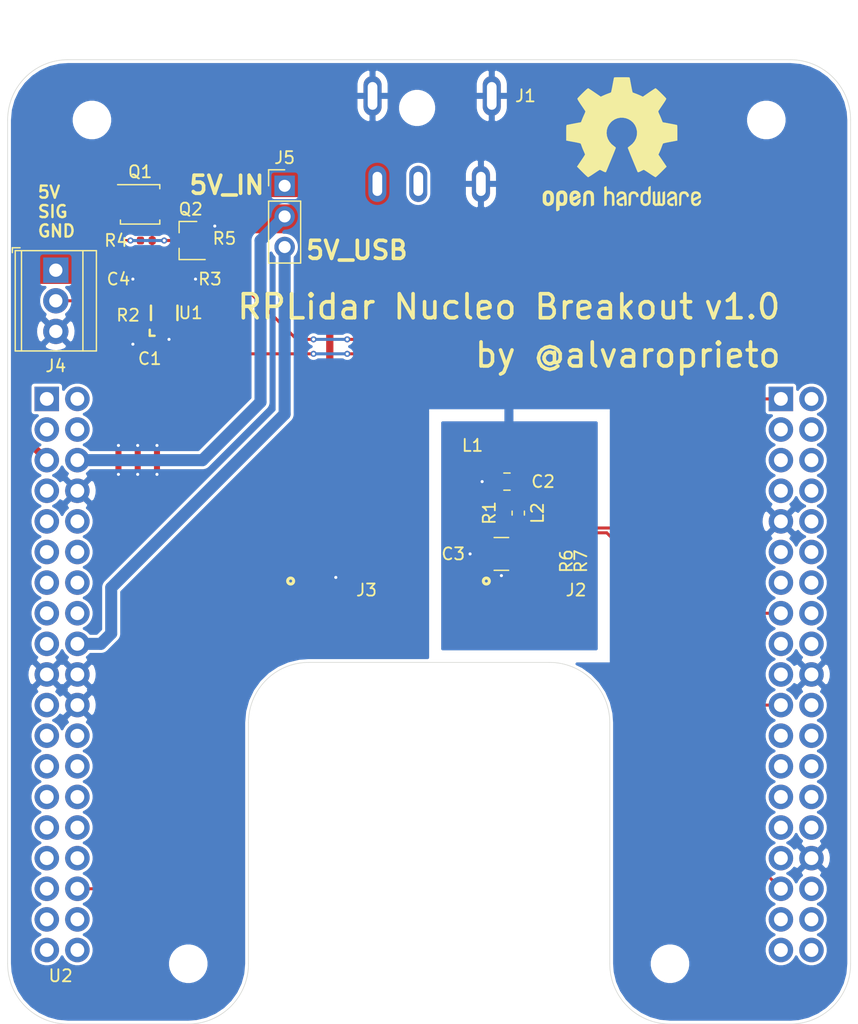
<source format=kicad_pcb>
(kicad_pcb (version 20171130) (host pcbnew 5.1.4-e60b266~84~ubuntu18.04.1)

  (general
    (thickness 1.6)
    (drawings 23)
    (tracks 146)
    (zones 0)
    (modules 27)
    (nets 82)
  )

  (page A4)
  (title_block
    (title "Nucleo Lidar Breakout")
    (date 2019-09-29)
    (rev 1.0)
  )

  (layers
    (0 F.Cu signal)
    (31 B.Cu signal)
    (32 B.Adhes user)
    (33 F.Adhes user)
    (34 B.Paste user)
    (35 F.Paste user)
    (36 B.SilkS user)
    (37 F.SilkS user)
    (38 B.Mask user)
    (39 F.Mask user)
    (40 Dwgs.User user)
    (41 Cmts.User user)
    (42 Eco1.User user)
    (43 Eco2.User user)
    (44 Edge.Cuts user)
    (45 Margin user)
    (46 B.CrtYd user)
    (47 F.CrtYd user)
    (48 B.Fab user)
    (49 F.Fab user hide)
  )

  (setup
    (last_trace_width 0.25)
    (user_trace_width 0.16)
    (user_trace_width 0.18)
    (user_trace_width 0.2)
    (user_trace_width 0.25)
    (user_trace_width 0.4)
    (user_trace_width 0.5)
    (user_trace_width 0.6)
    (user_trace_width 0.75)
    (user_trace_width 1)
    (user_trace_width 1.5)
    (user_trace_width 2)
    (user_trace_width 2.5)
    (trace_clearance 0.1524)
    (zone_clearance 0.18)
    (zone_45_only no)
    (trace_min 0.1524)
    (via_size 0.508)
    (via_drill 0.254)
    (via_min_size 0.508)
    (via_min_drill 0.254)
    (user_via 0.508 0.254)
    (uvia_size 0.3)
    (uvia_drill 0.1)
    (uvias_allowed no)
    (uvia_min_size 0.2)
    (uvia_min_drill 0.1)
    (edge_width 0.05)
    (segment_width 0.2)
    (pcb_text_width 0.3)
    (pcb_text_size 1.5 1.5)
    (mod_edge_width 0.12)
    (mod_text_size 1 1)
    (mod_text_width 0.15)
    (pad_size 1.524 1.524)
    (pad_drill 0.762)
    (pad_to_mask_clearance 0.0508)
    (solder_mask_min_width 0.25)
    (aux_axis_origin 0 0)
    (visible_elements FFFDFF7F)
    (pcbplotparams
      (layerselection 0x010fc_ffffffff)
      (usegerberextensions false)
      (usegerberattributes false)
      (usegerberadvancedattributes false)
      (creategerberjobfile false)
      (excludeedgelayer true)
      (linewidth 0.100000)
      (plotframeref false)
      (viasonmask false)
      (mode 1)
      (useauxorigin false)
      (hpglpennumber 1)
      (hpglpenspeed 20)
      (hpglpendiameter 15.000000)
      (psnegative false)
      (psa4output false)
      (plotreference true)
      (plotvalue true)
      (plotinvisibletext false)
      (padsonsilk false)
      (subtractmaskfromsilk false)
      (outputformat 1)
      (mirror false)
      (drillshape 1)
      (scaleselection 1)
      (outputdirectory ""))
  )

  (net 0 "")
  (net 1 +3V3)
  (net 2 GND)
  (net 3 "Net-(C2-Pad1)")
  (net 4 /CLEAN_5V)
  (net 5 +5V)
  (net 6 /5V_IN)
  (net 7 "Net-(J1-Pad3)")
  (net 8 /LIDAR_TX)
  (net 9 /LIDAR_RX)
  (net 10 /LIDAR_EN)
  (net 11 /LED_5V_OUT)
  (net 12 /LED_SIG_OUT)
  (net 13 /5V_USB)
  (net 14 "Net-(Q1-Pad4)")
  (net 15 "Net-(Q2-Pad1)")
  (net 16 "Net-(R2-Pad1)")
  (net 17 /LED_EN)
  (net 18 "Net-(R6-Pad1)")
  (net 19 "Net-(R7-Pad1)")
  (net 20 /LED_SIG)
  (net 21 "Net-(U2-Pad1)")
  (net 22 "Net-(U2-Pad2)")
  (net 23 "Net-(U2-Pad3)")
  (net 24 "Net-(U2-Pad4)")
  (net 25 "Net-(U2-Pad7)")
  (net 26 "Net-(U2-Pad9)")
  (net 27 "Net-(U2-Pad10)")
  (net 28 "Net-(U2-Pad11)")
  (net 29 "Net-(U2-Pad12)")
  (net 30 "Net-(U2-Pad13)")
  (net 31 "Net-(U2-Pad14)")
  (net 32 "Net-(U2-Pad15)")
  (net 33 "Net-(U2-Pad16)")
  (net 34 "Net-(U2-Pad17)")
  (net 35 "Net-(U2-Pad21)")
  (net 36 "Net-(U2-Pad23)")
  (net 37 "Net-(U2-Pad24)")
  (net 38 "Net-(U2-Pad25)")
  (net 39 "Net-(U2-Pad26)")
  (net 40 "Net-(U2-Pad27)")
  (net 41 "Net-(U2-Pad28)")
  (net 42 "Net-(U2-Pad29)")
  (net 43 "Net-(U2-Pad30)")
  (net 44 "Net-(U2-Pad31)")
  (net 45 "Net-(U2-Pad32)")
  (net 46 "Net-(U2-Pad33)")
  (net 47 "Net-(U2-Pad35)")
  (net 48 "Net-(U2-Pad36)")
  (net 49 "Net-(U2-Pad37)")
  (net 50 "Net-(U2-Pad38)")
  (net 51 "Net-(U2-Pad40)")
  (net 52 "Net-(U2-Pad41)")
  (net 53 "Net-(U2-Pad42)")
  (net 54 "Net-(U2-Pad43)")
  (net 55 "Net-(U2-Pad44)")
  (net 56 "Net-(U2-Pad45)")
  (net 57 "Net-(U2-Pad46)")
  (net 58 "Net-(U2-Pad48)")
  (net 59 "Net-(U2-Pad49)")
  (net 60 "Net-(U2-Pad50)")
  (net 61 "Net-(U2-Pad51)")
  (net 62 "Net-(U2-Pad52)")
  (net 63 "Net-(U2-Pad54)")
  (net 64 "Net-(U2-Pad56)")
  (net 65 "Net-(U2-Pad57)")
  (net 66 "Net-(U2-Pad60)")
  (net 67 "Net-(U2-Pad61)")
  (net 68 "Net-(U2-Pad62)")
  (net 69 "Net-(U2-Pad64)")
  (net 70 "Net-(U2-Pad65)")
  (net 71 "Net-(U2-Pad66)")
  (net 72 "Net-(U2-Pad67)")
  (net 73 "Net-(U2-Pad68)")
  (net 74 "Net-(U2-Pad69)")
  (net 75 "Net-(U2-Pad72)")
  (net 76 "Net-(U2-Pad73)")
  (net 77 "Net-(U2-Pad74)")
  (net 78 "Net-(U2-Pad75)")
  (net 79 "Net-(U2-Pad76)")
  (net 80 "Net-(U2-Pad63)")
  (net 81 "Net-(U2-Pad55)")

  (net_class Default "This is the default net class."
    (clearance 0.1524)
    (trace_width 0.25)
    (via_dia 0.508)
    (via_drill 0.254)
    (uvia_dia 0.3)
    (uvia_drill 0.1)
    (add_net +3V3)
    (add_net +5V)
    (add_net /5V_IN)
    (add_net /5V_USB)
    (add_net /CLEAN_5V)
    (add_net /LED_5V_OUT)
    (add_net /LED_EN)
    (add_net /LED_SIG)
    (add_net /LED_SIG_OUT)
    (add_net /LIDAR_EN)
    (add_net /LIDAR_RX)
    (add_net /LIDAR_TX)
    (add_net GND)
    (add_net "Net-(C2-Pad1)")
    (add_net "Net-(J1-Pad3)")
    (add_net "Net-(Q1-Pad4)")
    (add_net "Net-(Q2-Pad1)")
    (add_net "Net-(R2-Pad1)")
    (add_net "Net-(R6-Pad1)")
    (add_net "Net-(R7-Pad1)")
    (add_net "Net-(U2-Pad1)")
    (add_net "Net-(U2-Pad10)")
    (add_net "Net-(U2-Pad11)")
    (add_net "Net-(U2-Pad12)")
    (add_net "Net-(U2-Pad13)")
    (add_net "Net-(U2-Pad14)")
    (add_net "Net-(U2-Pad15)")
    (add_net "Net-(U2-Pad16)")
    (add_net "Net-(U2-Pad17)")
    (add_net "Net-(U2-Pad2)")
    (add_net "Net-(U2-Pad21)")
    (add_net "Net-(U2-Pad23)")
    (add_net "Net-(U2-Pad24)")
    (add_net "Net-(U2-Pad25)")
    (add_net "Net-(U2-Pad26)")
    (add_net "Net-(U2-Pad27)")
    (add_net "Net-(U2-Pad28)")
    (add_net "Net-(U2-Pad29)")
    (add_net "Net-(U2-Pad3)")
    (add_net "Net-(U2-Pad30)")
    (add_net "Net-(U2-Pad31)")
    (add_net "Net-(U2-Pad32)")
    (add_net "Net-(U2-Pad33)")
    (add_net "Net-(U2-Pad35)")
    (add_net "Net-(U2-Pad36)")
    (add_net "Net-(U2-Pad37)")
    (add_net "Net-(U2-Pad38)")
    (add_net "Net-(U2-Pad4)")
    (add_net "Net-(U2-Pad40)")
    (add_net "Net-(U2-Pad41)")
    (add_net "Net-(U2-Pad42)")
    (add_net "Net-(U2-Pad43)")
    (add_net "Net-(U2-Pad44)")
    (add_net "Net-(U2-Pad45)")
    (add_net "Net-(U2-Pad46)")
    (add_net "Net-(U2-Pad48)")
    (add_net "Net-(U2-Pad49)")
    (add_net "Net-(U2-Pad50)")
    (add_net "Net-(U2-Pad51)")
    (add_net "Net-(U2-Pad52)")
    (add_net "Net-(U2-Pad54)")
    (add_net "Net-(U2-Pad55)")
    (add_net "Net-(U2-Pad56)")
    (add_net "Net-(U2-Pad57)")
    (add_net "Net-(U2-Pad60)")
    (add_net "Net-(U2-Pad61)")
    (add_net "Net-(U2-Pad62)")
    (add_net "Net-(U2-Pad63)")
    (add_net "Net-(U2-Pad64)")
    (add_net "Net-(U2-Pad65)")
    (add_net "Net-(U2-Pad66)")
    (add_net "Net-(U2-Pad67)")
    (add_net "Net-(U2-Pad68)")
    (add_net "Net-(U2-Pad69)")
    (add_net "Net-(U2-Pad7)")
    (add_net "Net-(U2-Pad72)")
    (add_net "Net-(U2-Pad73)")
    (add_net "Net-(U2-Pad74)")
    (add_net "Net-(U2-Pad75)")
    (add_net "Net-(U2-Pad76)")
    (add_net "Net-(U2-Pad9)")
  )

  (module Resistor_SMD:R_0402_1005Metric (layer F.Cu) (tedit 5B301BBD) (tstamp 5D915B76)
    (at 106.2 132.6 90)
    (descr "Resistor SMD 0402 (1005 Metric), square (rectangular) end terminal, IPC_7351 nominal, (Body size source: http://www.tortai-tech.com/upload/download/2011102023233369053.pdf), generated with kicad-footprint-generator")
    (tags resistor)
    (path /5DB033F4)
    (attr smd)
    (fp_text reference R1 (at 0 -1.2 90) (layer F.SilkS)
      (effects (font (size 1 1) (thickness 0.15)))
    )
    (fp_text value 0.25 (at 0 1.17 90) (layer F.Fab)
      (effects (font (size 1 1) (thickness 0.15)))
    )
    (fp_line (start -0.5 0.25) (end -0.5 -0.25) (layer F.Fab) (width 0.1))
    (fp_line (start -0.5 -0.25) (end 0.5 -0.25) (layer F.Fab) (width 0.1))
    (fp_line (start 0.5 -0.25) (end 0.5 0.25) (layer F.Fab) (width 0.1))
    (fp_line (start 0.5 0.25) (end -0.5 0.25) (layer F.Fab) (width 0.1))
    (fp_line (start -0.93 0.47) (end -0.93 -0.47) (layer F.CrtYd) (width 0.05))
    (fp_line (start -0.93 -0.47) (end 0.93 -0.47) (layer F.CrtYd) (width 0.05))
    (fp_line (start 0.93 -0.47) (end 0.93 0.47) (layer F.CrtYd) (width 0.05))
    (fp_line (start 0.93 0.47) (end -0.93 0.47) (layer F.CrtYd) (width 0.05))
    (fp_text user %R (at 0 0 90) (layer F.Fab)
      (effects (font (size 0.25 0.25) (thickness 0.04)))
    )
    (pad 1 smd roundrect (at -0.485 0 90) (size 0.59 0.64) (layers F.Cu F.Paste F.Mask) (roundrect_rratio 0.25)
      (net 4 /CLEAN_5V))
    (pad 2 smd roundrect (at 0.485 0 90) (size 0.59 0.64) (layers F.Cu F.Paste F.Mask) (roundrect_rratio 0.25)
      (net 3 "Net-(C2-Pad1)"))
    (model ${KISYS3DMOD}/Resistor_SMD.3dshapes/R_0402_1005Metric.wrl
      (at (xyz 0 0 0))
      (scale (xyz 1 1 1))
      (rotate (xyz 0 0 0))
    )
  )

  (module Resistor_SMD:R_0402_1005Metric (layer F.Cu) (tedit 5B301BBD) (tstamp 5D915BC1)
    (at 109 136.515 270)
    (descr "Resistor SMD 0402 (1005 Metric), square (rectangular) end terminal, IPC_7351 nominal, (Body size source: http://www.tortai-tech.com/upload/download/2011102023233369053.pdf), generated with kicad-footprint-generator")
    (tags resistor)
    (path /5D9F2218)
    (attr smd)
    (fp_text reference R6 (at 0.085 -2.4 90) (layer F.SilkS)
      (effects (font (size 1 1) (thickness 0.15)))
    )
    (fp_text value 100 (at 0 1.17 90) (layer F.Fab)
      (effects (font (size 1 1) (thickness 0.15)))
    )
    (fp_line (start -0.5 0.25) (end -0.5 -0.25) (layer F.Fab) (width 0.1))
    (fp_line (start -0.5 -0.25) (end 0.5 -0.25) (layer F.Fab) (width 0.1))
    (fp_line (start 0.5 -0.25) (end 0.5 0.25) (layer F.Fab) (width 0.1))
    (fp_line (start 0.5 0.25) (end -0.5 0.25) (layer F.Fab) (width 0.1))
    (fp_line (start -0.93 0.47) (end -0.93 -0.47) (layer F.CrtYd) (width 0.05))
    (fp_line (start -0.93 -0.47) (end 0.93 -0.47) (layer F.CrtYd) (width 0.05))
    (fp_line (start 0.93 -0.47) (end 0.93 0.47) (layer F.CrtYd) (width 0.05))
    (fp_line (start 0.93 0.47) (end -0.93 0.47) (layer F.CrtYd) (width 0.05))
    (fp_text user %R (at 0 0 90) (layer F.Fab)
      (effects (font (size 0.25 0.25) (thickness 0.04)))
    )
    (pad 1 smd roundrect (at -0.485 0 270) (size 0.59 0.64) (layers F.Cu F.Paste F.Mask) (roundrect_rratio 0.25)
      (net 18 "Net-(R6-Pad1)"))
    (pad 2 smd roundrect (at 0.485 0 270) (size 0.59 0.64) (layers F.Cu F.Paste F.Mask) (roundrect_rratio 0.25)
      (net 8 /LIDAR_TX))
    (model ${KISYS3DMOD}/Resistor_SMD.3dshapes/R_0402_1005Metric.wrl
      (at (xyz 0 0 0))
      (scale (xyz 1 1 1))
      (rotate (xyz 0 0 0))
    )
  )

  (module Capacitor_SMD:C_1210_3225Metric (layer F.Cu) (tedit 5B301BBE) (tstamp 5D915AB5)
    (at 106 136 180)
    (descr "Capacitor SMD 1210 (3225 Metric), square (rectangular) end terminal, IPC_7351 nominal, (Body size source: http://www.tortai-tech.com/upload/download/2011102023233369053.pdf), generated with kicad-footprint-generator")
    (tags capacitor)
    (path /5DAF74C7)
    (attr smd)
    (fp_text reference C3 (at 4 0) (layer F.SilkS)
      (effects (font (size 1 1) (thickness 0.15)))
    )
    (fp_text value 100uF (at 0 2.28) (layer F.Fab)
      (effects (font (size 1 1) (thickness 0.15)))
    )
    (fp_line (start -1.6 1.25) (end -1.6 -1.25) (layer F.Fab) (width 0.1))
    (fp_line (start -1.6 -1.25) (end 1.6 -1.25) (layer F.Fab) (width 0.1))
    (fp_line (start 1.6 -1.25) (end 1.6 1.25) (layer F.Fab) (width 0.1))
    (fp_line (start 1.6 1.25) (end -1.6 1.25) (layer F.Fab) (width 0.1))
    (fp_line (start -0.602064 -1.36) (end 0.602064 -1.36) (layer F.SilkS) (width 0.12))
    (fp_line (start -0.602064 1.36) (end 0.602064 1.36) (layer F.SilkS) (width 0.12))
    (fp_line (start -2.28 1.58) (end -2.28 -1.58) (layer F.CrtYd) (width 0.05))
    (fp_line (start -2.28 -1.58) (end 2.28 -1.58) (layer F.CrtYd) (width 0.05))
    (fp_line (start 2.28 -1.58) (end 2.28 1.58) (layer F.CrtYd) (width 0.05))
    (fp_line (start 2.28 1.58) (end -2.28 1.58) (layer F.CrtYd) (width 0.05))
    (fp_text user %R (at 0 0) (layer F.Fab)
      (effects (font (size 0.8 0.8) (thickness 0.12)))
    )
    (pad 1 smd roundrect (at -1.4 0 180) (size 1.25 2.65) (layers F.Cu F.Paste F.Mask) (roundrect_rratio 0.2)
      (net 4 /CLEAN_5V))
    (pad 2 smd roundrect (at 1.4 0 180) (size 1.25 2.65) (layers F.Cu F.Paste F.Mask) (roundrect_rratio 0.2)
      (net 2 GND))
    (model ${KISYS3DMOD}/Capacitor_SMD.3dshapes/C_1210_3225Metric.wrl
      (at (xyz 0 0 0))
      (scale (xyz 1 1 1))
      (rotate (xyz 0 0 0))
    )
  )

  (module Resistor_SMD:R_0402_1005Metric (layer F.Cu) (tedit 5B301BBD) (tstamp 5D915BD0)
    (at 110 136.515 270)
    (descr "Resistor SMD 0402 (1005 Metric), square (rectangular) end terminal, IPC_7351 nominal, (Body size source: http://www.tortai-tech.com/upload/download/2011102023233369053.pdf), generated with kicad-footprint-generator")
    (tags resistor)
    (path /5D9F2921)
    (attr smd)
    (fp_text reference R7 (at 0.085 -2.6 90) (layer F.SilkS)
      (effects (font (size 1 1) (thickness 0.15)))
    )
    (fp_text value 100 (at 0 1.17 90) (layer F.Fab)
      (effects (font (size 1 1) (thickness 0.15)))
    )
    (fp_text user %R (at 0 0 90) (layer F.Fab)
      (effects (font (size 0.25 0.25) (thickness 0.04)))
    )
    (fp_line (start 0.93 0.47) (end -0.93 0.47) (layer F.CrtYd) (width 0.05))
    (fp_line (start 0.93 -0.47) (end 0.93 0.47) (layer F.CrtYd) (width 0.05))
    (fp_line (start -0.93 -0.47) (end 0.93 -0.47) (layer F.CrtYd) (width 0.05))
    (fp_line (start -0.93 0.47) (end -0.93 -0.47) (layer F.CrtYd) (width 0.05))
    (fp_line (start 0.5 0.25) (end -0.5 0.25) (layer F.Fab) (width 0.1))
    (fp_line (start 0.5 -0.25) (end 0.5 0.25) (layer F.Fab) (width 0.1))
    (fp_line (start -0.5 -0.25) (end 0.5 -0.25) (layer F.Fab) (width 0.1))
    (fp_line (start -0.5 0.25) (end -0.5 -0.25) (layer F.Fab) (width 0.1))
    (pad 2 smd roundrect (at 0.485 0 270) (size 0.59 0.64) (layers F.Cu F.Paste F.Mask) (roundrect_rratio 0.25)
      (net 9 /LIDAR_RX))
    (pad 1 smd roundrect (at -0.485 0 270) (size 0.59 0.64) (layers F.Cu F.Paste F.Mask) (roundrect_rratio 0.25)
      (net 19 "Net-(R7-Pad1)"))
    (model ${KISYS3DMOD}/Resistor_SMD.3dshapes/R_0402_1005Metric.wrl
      (at (xyz 0 0 0))
      (scale (xyz 1 1 1))
      (rotate (xyz 0 0 0))
    )
  )

  (module alvarop:BOURNS_SRN3015TA (layer F.Cu) (tedit 5D90F48D) (tstamp 5D915B29)
    (at 106.6 127 270)
    (path /5DAFCC8D)
    (fp_text reference L1 (at 0 3 180) (layer F.SilkS)
      (effects (font (size 1 1) (thickness 0.15)))
    )
    (fp_text value 6.8uH (at 0 -3 90) (layer F.Fab)
      (effects (font (size 1 1) (thickness 0.15)))
    )
    (pad 1 smd rect (at -1.1 0 270) (size 1 3.2) (layers F.Cu F.Paste F.Mask)
      (net 5 +5V))
    (pad 2 smd rect (at 1.1 0 270) (size 1 3.2) (layers F.Cu F.Paste F.Mask)
      (net 3 "Net-(C2-Pad1)"))
  )

  (module Capacitor_SMD:C_0805_2012Metric (layer F.Cu) (tedit 5B36C52B) (tstamp 5D915AA4)
    (at 106.4625 130 180)
    (descr "Capacitor SMD 0805 (2012 Metric), square (rectangular) end terminal, IPC_7351 nominal, (Body size source: https://docs.google.com/spreadsheets/d/1BsfQQcO9C6DZCsRaXUlFlo91Tg2WpOkGARC1WS5S8t0/edit?usp=sharing), generated with kicad-footprint-generator")
    (tags capacitor)
    (path /5DAF700F)
    (attr smd)
    (fp_text reference C2 (at -3 0) (layer F.SilkS)
      (effects (font (size 1 1) (thickness 0.15)))
    )
    (fp_text value 10uF (at 0 1.65) (layer F.Fab)
      (effects (font (size 1 1) (thickness 0.15)))
    )
    (fp_line (start -1 0.6) (end -1 -0.6) (layer F.Fab) (width 0.1))
    (fp_line (start -1 -0.6) (end 1 -0.6) (layer F.Fab) (width 0.1))
    (fp_line (start 1 -0.6) (end 1 0.6) (layer F.Fab) (width 0.1))
    (fp_line (start 1 0.6) (end -1 0.6) (layer F.Fab) (width 0.1))
    (fp_line (start -0.258578 -0.71) (end 0.258578 -0.71) (layer F.SilkS) (width 0.12))
    (fp_line (start -0.258578 0.71) (end 0.258578 0.71) (layer F.SilkS) (width 0.12))
    (fp_line (start -1.68 0.95) (end -1.68 -0.95) (layer F.CrtYd) (width 0.05))
    (fp_line (start -1.68 -0.95) (end 1.68 -0.95) (layer F.CrtYd) (width 0.05))
    (fp_line (start 1.68 -0.95) (end 1.68 0.95) (layer F.CrtYd) (width 0.05))
    (fp_line (start 1.68 0.95) (end -1.68 0.95) (layer F.CrtYd) (width 0.05))
    (fp_text user %R (at 0 0) (layer F.Fab)
      (effects (font (size 0.5 0.5) (thickness 0.08)))
    )
    (pad 1 smd roundrect (at -0.9375 0 180) (size 0.975 1.4) (layers F.Cu F.Paste F.Mask) (roundrect_rratio 0.25)
      (net 3 "Net-(C2-Pad1)"))
    (pad 2 smd roundrect (at 0.9375 0 180) (size 0.975 1.4) (layers F.Cu F.Paste F.Mask) (roundrect_rratio 0.25)
      (net 2 GND))
    (model ${KISYS3DMOD}/Capacitor_SMD.3dshapes/C_0805_2012Metric.wrl
      (at (xyz 0 0 0))
      (scale (xyz 1 1 1))
      (rotate (xyz 0 0 0))
    )
  )

  (module alvarop:MOLEX_0532610471 (layer F.Cu) (tedit 5D90F4CD) (tstamp 5D915ADE)
    (at 108 139)
    (path /5D91512B)
    (fp_text reference J2 (at 4.2 0) (layer F.SilkS)
      (effects (font (size 1 1) (thickness 0.15)))
    )
    (fp_text value ‎0532610471‎ (at 0 6) (layer F.Fab)
      (effects (font (size 1 1) (thickness 0.15)))
    )
    (fp_circle (center -3.25 -0.75) (end -3.25 -0.5) (layer F.SilkS) (width 0.25))
    (pad 1 smd rect (at -1.875 0.2) (size 0.8 1.6) (layers F.Cu F.Paste F.Mask)
      (net 2 GND))
    (pad 2 smd rect (at -0.625 0.2) (size 0.8 1.6) (layers F.Cu F.Paste F.Mask)
      (net 4 /CLEAN_5V))
    (pad 3 smd rect (at 0.625 0.2) (size 0.8 1.6) (layers F.Cu F.Paste F.Mask)
      (net 8 /LIDAR_TX))
    (pad 4 smd rect (at 1.875 0.2) (size 0.8 1.6) (layers F.Cu F.Paste F.Mask)
      (net 9 /LIDAR_RX))
    (pad "" smd rect (at -4.425 3.1) (size 2.1 3) (layers F.Cu F.Paste F.Mask))
    (pad "" smd rect (at 4.425 3.1) (size 2.1 3) (layers F.Cu F.Paste F.Mask))
    (model :ALVARO3D:532610471.stp
      (offset (xyz 0 -4.25 1.75))
      (scale (xyz 1 1 1))
      (rotate (xyz 0 0 180))
    )
  )

  (module Inductor_SMD:L_0603_1608Metric (layer F.Cu) (tedit 5B301BBE) (tstamp 5D915B3A)
    (at 107.4 132.6125 270)
    (descr "Inductor SMD 0603 (1608 Metric), square (rectangular) end terminal, IPC_7351 nominal, (Body size source: http://www.tortai-tech.com/upload/download/2011102023233369053.pdf), generated with kicad-footprint-generator")
    (tags inductor)
    (path /5DAFDD8D)
    (attr smd)
    (fp_text reference L2 (at 0 -1.6 90) (layer F.SilkS)
      (effects (font (size 1 1) (thickness 0.15)))
    )
    (fp_text value 0.1uH (at 0 1.43 90) (layer F.Fab)
      (effects (font (size 1 1) (thickness 0.15)))
    )
    (fp_line (start -0.8 0.4) (end -0.8 -0.4) (layer F.Fab) (width 0.1))
    (fp_line (start -0.8 -0.4) (end 0.8 -0.4) (layer F.Fab) (width 0.1))
    (fp_line (start 0.8 -0.4) (end 0.8 0.4) (layer F.Fab) (width 0.1))
    (fp_line (start 0.8 0.4) (end -0.8 0.4) (layer F.Fab) (width 0.1))
    (fp_line (start -0.162779 -0.51) (end 0.162779 -0.51) (layer F.SilkS) (width 0.12))
    (fp_line (start -0.162779 0.51) (end 0.162779 0.51) (layer F.SilkS) (width 0.12))
    (fp_line (start -1.48 0.73) (end -1.48 -0.73) (layer F.CrtYd) (width 0.05))
    (fp_line (start -1.48 -0.73) (end 1.48 -0.73) (layer F.CrtYd) (width 0.05))
    (fp_line (start 1.48 -0.73) (end 1.48 0.73) (layer F.CrtYd) (width 0.05))
    (fp_line (start 1.48 0.73) (end -1.48 0.73) (layer F.CrtYd) (width 0.05))
    (fp_text user %R (at 0 0 90) (layer F.Fab)
      (effects (font (size 0.4 0.4) (thickness 0.06)))
    )
    (pad 1 smd roundrect (at -0.7875 0 270) (size 0.875 0.95) (layers F.Cu F.Paste F.Mask) (roundrect_rratio 0.25)
      (net 3 "Net-(C2-Pad1)"))
    (pad 2 smd roundrect (at 0.7875 0 270) (size 0.875 0.95) (layers F.Cu F.Paste F.Mask) (roundrect_rratio 0.25)
      (net 4 /CLEAN_5V))
    (model ${KISYS3DMOD}/Inductor_SMD.3dshapes/L_0603_1608Metric.wrl
      (at (xyz 0 0 0))
      (scale (xyz 1 1 1))
      (rotate (xyz 0 0 0))
    )
  )

  (module alvarop:MOLEX_0532610371 (layer F.Cu) (tedit 5D90F4EB) (tstamp 5D915AE8)
    (at 91 139)
    (path /5D9146AD)
    (fp_text reference J3 (at 3.8 0) (layer F.SilkS)
      (effects (font (size 1 1) (thickness 0.15)))
    )
    (fp_text value ‎0532610371‎ (at 0 6) (layer F.Fab)
      (effects (font (size 1 1) (thickness 0.15)))
    )
    (fp_circle (center -2.5 -0.75) (end -2.25 -0.75) (layer F.SilkS) (width 0.25))
    (pad 1 smd rect (at -1.25 0.2) (size 0.8 1.6) (layers F.Cu F.Paste F.Mask)
      (net 5 +5V))
    (pad 2 smd rect (at 0 0.2) (size 0.8 1.6) (layers F.Cu F.Paste F.Mask)
      (net 10 /LIDAR_EN))
    (pad 3 smd rect (at 1.25 0.2) (size 0.8 1.6) (layers F.Cu F.Paste F.Mask)
      (net 2 GND))
    (pad "" smd rect (at -3.8 3.1) (size 2.1 3) (layers F.Cu F.Paste F.Mask))
    (pad "" smd rect (at 3.8 3.1) (size 2.1 3) (layers F.Cu F.Paste F.Mask))
    (model :ALVARO3D:532610371.stp
      (offset (xyz 0 -4.25 1.75))
      (scale (xyz 1 1 1))
      (rotate (xyz 0 0 -180))
    )
  )

  (module Symbol:OSHW-Logo2_14.6x12mm_SilkScreen (layer F.Cu) (tedit 0) (tstamp 5D91E07E)
    (at 116 102)
    (descr "Open Source Hardware Symbol")
    (tags "Logo Symbol OSHW")
    (attr virtual)
    (fp_text reference REF** (at 0 0) (layer F.SilkS) hide
      (effects (font (size 1 1) (thickness 0.15)))
    )
    (fp_text value OSHW-Logo2_14.6x12mm_SilkScreen (at 0.75 0) (layer F.Fab) hide
      (effects (font (size 1 1) (thickness 0.15)))
    )
    (fp_poly (pts (xy 0.209014 -5.547002) (xy 0.367006 -5.546137) (xy 0.481347 -5.543795) (xy 0.559407 -5.539238)
      (xy 0.608554 -5.53173) (xy 0.636159 -5.520534) (xy 0.649592 -5.504912) (xy 0.656221 -5.484127)
      (xy 0.656865 -5.481437) (xy 0.666935 -5.432887) (xy 0.685575 -5.337095) (xy 0.710845 -5.204257)
      (xy 0.740807 -5.044569) (xy 0.773522 -4.868226) (xy 0.774664 -4.862033) (xy 0.807433 -4.689218)
      (xy 0.838093 -4.536531) (xy 0.864664 -4.413129) (xy 0.885167 -4.328169) (xy 0.897626 -4.29081)
      (xy 0.89822 -4.290148) (xy 0.934919 -4.271905) (xy 1.010586 -4.241503) (xy 1.108878 -4.205507)
      (xy 1.109425 -4.205315) (xy 1.233233 -4.158778) (xy 1.379196 -4.099496) (xy 1.516781 -4.039891)
      (xy 1.523293 -4.036944) (xy 1.74739 -3.935235) (xy 2.243619 -4.274103) (xy 2.395846 -4.377408)
      (xy 2.533741 -4.469763) (xy 2.649315 -4.545916) (xy 2.734579 -4.600615) (xy 2.781544 -4.628607)
      (xy 2.786004 -4.630683) (xy 2.820134 -4.62144) (xy 2.883881 -4.576844) (xy 2.979731 -4.494791)
      (xy 3.110169 -4.373179) (xy 3.243328 -4.243795) (xy 3.371694 -4.116298) (xy 3.486581 -3.999954)
      (xy 3.581073 -3.901948) (xy 3.648253 -3.829464) (xy 3.681206 -3.789687) (xy 3.682432 -3.787639)
      (xy 3.686074 -3.760344) (xy 3.67235 -3.715766) (xy 3.637869 -3.647888) (xy 3.579239 -3.550689)
      (xy 3.49307 -3.418149) (xy 3.3782 -3.247524) (xy 3.276254 -3.097345) (xy 3.185123 -2.96265)
      (xy 3.110073 -2.85126) (xy 3.056369 -2.770995) (xy 3.02928 -2.729675) (xy 3.027574 -2.72687)
      (xy 3.030882 -2.687279) (xy 3.055953 -2.610331) (xy 3.097798 -2.510568) (xy 3.112712 -2.478709)
      (xy 3.177786 -2.336774) (xy 3.247212 -2.175727) (xy 3.303609 -2.036379) (xy 3.344247 -1.932956)
      (xy 3.376526 -1.854358) (xy 3.395178 -1.81328) (xy 3.397497 -1.810115) (xy 3.431803 -1.804872)
      (xy 3.512669 -1.790506) (xy 3.629343 -1.769063) (xy 3.771075 -1.742587) (xy 3.92711 -1.713123)
      (xy 4.086698 -1.682717) (xy 4.239085 -1.653412) (xy 4.373521 -1.627255) (xy 4.479252 -1.60629)
      (xy 4.545526 -1.592561) (xy 4.561782 -1.58868) (xy 4.578573 -1.5791) (xy 4.591249 -1.557464)
      (xy 4.600378 -1.516469) (xy 4.606531 -1.448811) (xy 4.61028 -1.347188) (xy 4.612192 -1.204297)
      (xy 4.61284 -1.012835) (xy 4.612874 -0.934355) (xy 4.612874 -0.296094) (xy 4.459598 -0.26584)
      (xy 4.374322 -0.249436) (xy 4.24707 -0.225491) (xy 4.093315 -0.196893) (xy 3.928534 -0.166533)
      (xy 3.882989 -0.158194) (xy 3.730932 -0.12863) (xy 3.598468 -0.099558) (xy 3.496714 -0.073671)
      (xy 3.436788 -0.053663) (xy 3.426805 -0.047699) (xy 3.402293 -0.005466) (xy 3.367148 0.07637)
      (xy 3.328173 0.181683) (xy 3.320442 0.204368) (xy 3.26936 0.345018) (xy 3.205954 0.503714)
      (xy 3.143904 0.646225) (xy 3.143598 0.646886) (xy 3.040267 0.87044) (xy 3.719961 1.870232)
      (xy 3.283621 2.3073) (xy 3.151649 2.437381) (xy 3.031279 2.552048) (xy 2.929273 2.645181)
      (xy 2.852391 2.710658) (xy 2.807393 2.742357) (xy 2.800938 2.744368) (xy 2.76304 2.728529)
      (xy 2.685708 2.684496) (xy 2.577389 2.61749) (xy 2.446532 2.532734) (xy 2.305052 2.437816)
      (xy 2.161461 2.340998) (xy 2.033435 2.256751) (xy 1.929105 2.190258) (xy 1.8566 2.146702)
      (xy 1.824158 2.131264) (xy 1.784576 2.144328) (xy 1.709519 2.17875) (xy 1.614468 2.22738)
      (xy 1.604392 2.232785) (xy 1.476391 2.29698) (xy 1.388618 2.328463) (xy 1.334028 2.328798)
      (xy 1.305575 2.299548) (xy 1.30541 2.299138) (xy 1.291188 2.264498) (xy 1.257269 2.182269)
      (xy 1.206284 2.058814) (xy 1.140862 1.900498) (xy 1.063634 1.713686) (xy 0.977229 1.504742)
      (xy 0.893551 1.302446) (xy 0.801588 1.0792) (xy 0.71715 0.872392) (xy 0.642769 0.688362)
      (xy 0.580974 0.533451) (xy 0.534297 0.413996) (xy 0.505268 0.336339) (xy 0.496322 0.307356)
      (xy 0.518756 0.27411) (xy 0.577439 0.221123) (xy 0.655689 0.162704) (xy 0.878534 -0.022048)
      (xy 1.052718 -0.233818) (xy 1.176154 -0.468144) (xy 1.246754 -0.720566) (xy 1.262431 -0.986623)
      (xy 1.251036 -1.109425) (xy 1.18895 -1.364207) (xy 1.082023 -1.589199) (xy 0.936889 -1.782183)
      (xy 0.760178 -1.940939) (xy 0.558522 -2.06325) (xy 0.338554 -2.146895) (xy 0.106906 -2.189656)
      (xy -0.129791 -2.189313) (xy -0.364905 -2.143648) (xy -0.591804 -2.050441) (xy -0.803856 -1.907473)
      (xy -0.892364 -1.826617) (xy -1.062111 -1.618993) (xy -1.180301 -1.392105) (xy -1.247722 -1.152567)
      (xy -1.26516 -0.906993) (xy -1.233402 -0.661997) (xy -1.153235 -0.424192) (xy -1.025445 -0.200193)
      (xy -0.85082 0.003387) (xy -0.655688 0.162704) (xy -0.574409 0.223602) (xy -0.516991 0.276015)
      (xy -0.496322 0.307406) (xy -0.507144 0.341639) (xy -0.537923 0.423419) (xy -0.586126 0.546407)
      (xy -0.649222 0.704263) (xy -0.724678 0.890649) (xy -0.809962 1.099226) (xy -0.893781 1.302496)
      (xy -0.986255 1.525933) (xy -1.071911 1.732984) (xy -1.148118 1.917286) (xy -1.212247 2.072475)
      (xy -1.261668 2.192188) (xy -1.293752 2.270061) (xy -1.305641 2.299138) (xy -1.333726 2.328677)
      (xy -1.388051 2.328591) (xy -1.475605 2.297326) (xy -1.603381 2.233329) (xy -1.604392 2.232785)
      (xy -1.700598 2.183121) (xy -1.778369 2.146945) (xy -1.822223 2.131408) (xy -1.824158 2.131264)
      (xy -1.857171 2.147024) (xy -1.930054 2.19085) (xy -2.034678 2.257557) (xy -2.16291 2.341964)
      (xy -2.305052 2.437816) (xy -2.449767 2.534867) (xy -2.580196 2.61927) (xy -2.68789 2.685801)
      (xy -2.764402 2.729238) (xy -2.800938 2.744368) (xy -2.834582 2.724482) (xy -2.902224 2.668903)
      (xy -2.997107 2.583754) (xy -3.11247 2.475153) (xy -3.241555 2.349221) (xy -3.283771 2.307149)
      (xy -3.720261 1.869931) (xy -3.388023 1.38234) (xy -3.287054 1.232605) (xy -3.198438 1.09822)
      (xy -3.127146 0.986969) (xy -3.07815 0.906639) (xy -3.056422 0.865014) (xy -3.055785 0.862053)
      (xy -3.06724 0.822818) (xy -3.098051 0.743895) (xy -3.142884 0.638509) (xy -3.174353 0.567954)
      (xy -3.233192 0.432876) (xy -3.288604 0.296409) (xy -3.331564 0.181103) (xy -3.343234 0.145977)
      (xy -3.376389 0.052174) (xy -3.408799 -0.020306) (xy -3.426601 -0.047699) (xy -3.465886 -0.064464)
      (xy -3.551626 -0.08823) (xy -3.672697 -0.116303) (xy -3.817973 -0.145991) (xy -3.882988 -0.158194)
      (xy -4.048087 -0.188532) (xy -4.206448 -0.217907) (xy -4.342596 -0.243431) (xy -4.441057 -0.262215)
      (xy -4.459598 -0.26584) (xy -4.612873 -0.296094) (xy -4.612873 -0.934355) (xy -4.612529 -1.14423)
      (xy -4.611116 -1.30302) (xy -4.608064 -1.418027) (xy -4.602803 -1.496554) (xy -4.594763 -1.545904)
      (xy -4.583373 -1.573381) (xy -4.568063 -1.586287) (xy -4.561782 -1.58868) (xy -4.523896 -1.597167)
      (xy -4.440195 -1.6141) (xy -4.321433 -1.637434) (xy -4.178361 -1.665125) (xy -4.021732 -1.695127)
      (xy -3.862297 -1.725396) (xy -3.710809 -1.753885) (xy -3.578019 -1.778551) (xy -3.474681 -1.797349)
      (xy -3.411545 -1.808233) (xy -3.397497 -1.810115) (xy -3.38477 -1.835296) (xy -3.3566 -1.902378)
      (xy -3.318252 -1.998667) (xy -3.303609 -2.036379) (xy -3.244548 -2.182079) (xy -3.175 -2.343049)
      (xy -3.112712 -2.478709) (xy -3.066879 -2.582439) (xy -3.036387 -2.667674) (xy -3.026208 -2.719874)
      (xy -3.027831 -2.72687) (xy -3.049343 -2.759898) (xy -3.098465 -2.833357) (xy -3.169923 -2.939423)
      (xy -3.258445 -3.070274) (xy -3.358759 -3.218088) (xy -3.378594 -3.247266) (xy -3.494988 -3.420137)
      (xy -3.580548 -3.551774) (xy -3.638684 -3.648239) (xy -3.672808 -3.715592) (xy -3.686331 -3.759894)
      (xy -3.682664 -3.787206) (xy -3.68257 -3.78738) (xy -3.653707 -3.823254) (xy -3.589867 -3.892609)
      (xy -3.497969 -3.988255) (xy -3.384933 -4.103001) (xy -3.257679 -4.229659) (xy -3.243328 -4.243795)
      (xy -3.082957 -4.399097) (xy -2.959195 -4.51313) (xy -2.869555 -4.587998) (xy -2.811552 -4.625804)
      (xy -2.786004 -4.630683) (xy -2.748718 -4.609397) (xy -2.671343 -4.560227) (xy -2.561867 -4.488425)
      (xy -2.42828 -4.399245) (xy -2.27857 -4.297937) (xy -2.243618 -4.274103) (xy -1.74739 -3.935235)
      (xy -1.523293 -4.036944) (xy -1.387011 -4.096217) (xy -1.240724 -4.15583) (xy -1.114965 -4.20336)
      (xy -1.109425 -4.205315) (xy -1.011057 -4.241323) (xy -0.935229 -4.271771) (xy -0.898282 -4.290095)
      (xy -0.89822 -4.290148) (xy -0.886496 -4.323271) (xy -0.866568 -4.404733) (xy -0.840413 -4.525375)
      (xy -0.81001 -4.676041) (xy -0.777337 -4.847572) (xy -0.774664 -4.862033) (xy -0.74189 -5.038765)
      (xy -0.711802 -5.19919) (xy -0.686339 -5.333112) (xy -0.667441 -5.430337) (xy -0.657047 -5.480668)
      (xy -0.656865 -5.481437) (xy -0.650539 -5.502847) (xy -0.638239 -5.519012) (xy -0.612594 -5.530669)
      (xy -0.566235 -5.538555) (xy -0.491792 -5.543407) (xy -0.381895 -5.545961) (xy -0.229175 -5.546955)
      (xy -0.026262 -5.547126) (xy 0 -5.547126) (xy 0.209014 -5.547002)) (layer F.SilkS) (width 0.01))
    (fp_poly (pts (xy 6.343439 3.95654) (xy 6.45895 4.032034) (xy 6.514664 4.099617) (xy 6.558804 4.222255)
      (xy 6.562309 4.319298) (xy 6.554368 4.449056) (xy 6.255115 4.580039) (xy 6.109611 4.646958)
      (xy 6.014537 4.70079) (xy 5.965101 4.747416) (xy 5.956511 4.79272) (xy 5.983972 4.842582)
      (xy 6.014253 4.875632) (xy 6.102363 4.928633) (xy 6.198196 4.932347) (xy 6.286212 4.891041)
      (xy 6.350869 4.808983) (xy 6.362433 4.780008) (xy 6.417825 4.689509) (xy 6.481553 4.65094)
      (xy 6.568966 4.617946) (xy 6.568966 4.743034) (xy 6.561238 4.828156) (xy 6.530966 4.899938)
      (xy 6.467518 4.982356) (xy 6.458088 4.993066) (xy 6.387513 5.066391) (xy 6.326847 5.105742)
      (xy 6.25095 5.123845) (xy 6.18803 5.129774) (xy 6.075487 5.131251) (xy 5.99537 5.112535)
      (xy 5.94539 5.084747) (xy 5.866838 5.023641) (xy 5.812463 4.957554) (xy 5.778052 4.874441)
      (xy 5.759388 4.762254) (xy 5.752256 4.608946) (xy 5.751687 4.531136) (xy 5.753622 4.437853)
      (xy 5.929899 4.437853) (xy 5.931944 4.487896) (xy 5.937039 4.496092) (xy 5.970666 4.484958)
      (xy 6.04303 4.455493) (xy 6.139747 4.413601) (xy 6.159973 4.404597) (xy 6.282203 4.342442)
      (xy 6.349547 4.287815) (xy 6.364348 4.236649) (xy 6.328947 4.184876) (xy 6.299711 4.162)
      (xy 6.194216 4.11625) (xy 6.095476 4.123808) (xy 6.012812 4.179651) (xy 5.955548 4.278753)
      (xy 5.937188 4.357414) (xy 5.929899 4.437853) (xy 5.753622 4.437853) (xy 5.755459 4.349351)
      (xy 5.769359 4.214853) (xy 5.796894 4.116916) (xy 5.841572 4.044811) (xy 5.906901 3.987813)
      (xy 5.935383 3.969393) (xy 6.064763 3.921422) (xy 6.206412 3.918403) (xy 6.343439 3.95654)) (layer F.SilkS) (width 0.01))
    (fp_poly (pts (xy 5.33569 3.940018) (xy 5.370585 3.955269) (xy 5.453877 4.021235) (xy 5.525103 4.116618)
      (xy 5.569153 4.218406) (xy 5.576322 4.268587) (xy 5.552285 4.338647) (xy 5.499561 4.375717)
      (xy 5.443031 4.398164) (xy 5.417146 4.4023) (xy 5.404542 4.372283) (xy 5.379654 4.306961)
      (xy 5.368735 4.277445) (xy 5.307508 4.175348) (xy 5.218861 4.124423) (xy 5.105193 4.125989)
      (xy 5.096774 4.127994) (xy 5.036088 4.156767) (xy 4.991474 4.212859) (xy 4.961002 4.303163)
      (xy 4.942744 4.434571) (xy 4.934771 4.613974) (xy 4.934023 4.709433) (xy 4.933652 4.859913)
      (xy 4.931223 4.962495) (xy 4.92476 5.027672) (xy 4.912288 5.065938) (xy 4.891833 5.087785)
      (xy 4.861419 5.103707) (xy 4.859661 5.104509) (xy 4.801091 5.129272) (xy 4.772075 5.138391)
      (xy 4.767616 5.110822) (xy 4.763799 5.03462) (xy 4.760899 4.919541) (xy 4.759191 4.775341)
      (xy 4.758851 4.669814) (xy 4.760588 4.465613) (xy 4.767382 4.310697) (xy 4.781607 4.196024)
      (xy 4.805638 4.112551) (xy 4.841848 4.051236) (xy 4.892612 4.003034) (xy 4.942739 3.969393)
      (xy 5.063275 3.924619) (xy 5.203557 3.914521) (xy 5.33569 3.940018)) (layer F.SilkS) (width 0.01))
    (fp_poly (pts (xy 4.314406 3.935156) (xy 4.398469 3.973393) (xy 4.46445 4.019726) (xy 4.512794 4.071532)
      (xy 4.546172 4.138363) (xy 4.567253 4.229769) (xy 4.578707 4.355301) (xy 4.583203 4.524508)
      (xy 4.583678 4.635933) (xy 4.583678 5.070627) (xy 4.509316 5.104509) (xy 4.450746 5.129272)
      (xy 4.42173 5.138391) (xy 4.416179 5.111257) (xy 4.411775 5.038094) (xy 4.409078 4.931263)
      (xy 4.408506 4.846437) (xy 4.406046 4.723887) (xy 4.399412 4.626668) (xy 4.389726 4.567134)
      (xy 4.382032 4.554483) (xy 4.330311 4.567402) (xy 4.249117 4.600539) (xy 4.155102 4.645461)
      (xy 4.064917 4.693735) (xy 3.995215 4.736928) (xy 3.962648 4.766608) (xy 3.962519 4.766929)
      (xy 3.96532 4.821857) (xy 3.990439 4.874292) (xy 4.034541 4.916881) (xy 4.098909 4.931126)
      (xy 4.153921 4.929466) (xy 4.231835 4.928245) (xy 4.272732 4.946498) (xy 4.297295 4.994726)
      (xy 4.300392 5.00382) (xy 4.31104 5.072598) (xy 4.282565 5.11436) (xy 4.208344 5.134263)
      (xy 4.128168 5.137944) (xy 3.98389 5.110658) (xy 3.909203 5.07169) (xy 3.816963 4.980148)
      (xy 3.768043 4.867782) (xy 3.763654 4.749051) (xy 3.805001 4.638411) (xy 3.867197 4.56908)
      (xy 3.929294 4.530265) (xy 4.026895 4.481125) (xy 4.140632 4.431292) (xy 4.15959 4.423677)
      (xy 4.284521 4.368545) (xy 4.356539 4.319954) (xy 4.3797 4.271647) (xy 4.358064 4.21737)
      (xy 4.32092 4.174943) (xy 4.233127 4.122702) (xy 4.13653 4.118784) (xy 4.047944 4.159041)
      (xy 3.984186 4.239326) (xy 3.975817 4.26004) (xy 3.927096 4.336225) (xy 3.855965 4.392785)
      (xy 3.766207 4.439201) (xy 3.766207 4.307584) (xy 3.77149 4.227168) (xy 3.794142 4.163786)
      (xy 3.844367 4.096163) (xy 3.892582 4.044076) (xy 3.967554 3.970322) (xy 4.025806 3.930702)
      (xy 4.088372 3.91481) (xy 4.159193 3.912184) (xy 4.314406 3.935156)) (layer F.SilkS) (width 0.01))
    (fp_poly (pts (xy 3.580124 3.93984) (xy 3.584579 4.016653) (xy 3.588071 4.133391) (xy 3.590315 4.280821)
      (xy 3.591035 4.435455) (xy 3.591035 4.958727) (xy 3.498645 5.051117) (xy 3.434978 5.108047)
      (xy 3.379089 5.131107) (xy 3.302702 5.129647) (xy 3.27238 5.125934) (xy 3.17761 5.115126)
      (xy 3.099222 5.108933) (xy 3.080115 5.108361) (xy 3.015699 5.112102) (xy 2.923571 5.121494)
      (xy 2.88785 5.125934) (xy 2.800114 5.132801) (xy 2.741153 5.117885) (xy 2.68269 5.071835)
      (xy 2.661585 5.051117) (xy 2.569195 4.958727) (xy 2.569195 3.979947) (xy 2.643558 3.946066)
      (xy 2.70759 3.92097) (xy 2.745052 3.912184) (xy 2.754657 3.93995) (xy 2.763635 4.01753)
      (xy 2.771386 4.136348) (xy 2.777314 4.287828) (xy 2.780173 4.415805) (xy 2.788161 4.919425)
      (xy 2.857848 4.929278) (xy 2.921229 4.922389) (xy 2.952286 4.900083) (xy 2.960967 4.858379)
      (xy 2.968378 4.769544) (xy 2.973931 4.644834) (xy 2.977036 4.495507) (xy 2.977484 4.418661)
      (xy 2.977931 3.976287) (xy 3.069874 3.944235) (xy 3.134949 3.922443) (xy 3.170347 3.912281)
      (xy 3.171368 3.912184) (xy 3.17492 3.939809) (xy 3.178823 4.016411) (xy 3.182751 4.132579)
      (xy 3.186376 4.278904) (xy 3.188908 4.415805) (xy 3.196897 4.919425) (xy 3.372069 4.919425)
      (xy 3.380107 4.459965) (xy 3.388146 4.000505) (xy 3.473543 3.956344) (xy 3.536593 3.926019)
      (xy 3.57391 3.912258) (xy 3.574987 3.912184) (xy 3.580124 3.93984)) (layer F.SilkS) (width 0.01))
    (fp_poly (pts (xy 2.393914 4.154455) (xy 2.393543 4.372661) (xy 2.392108 4.540519) (xy 2.389002 4.66607)
      (xy 2.383622 4.757355) (xy 2.375362 4.822415) (xy 2.363616 4.869291) (xy 2.347781 4.906024)
      (xy 2.33579 4.926991) (xy 2.23649 5.040694) (xy 2.110588 5.111965) (xy 1.971291 5.137538)
      (xy 1.831805 5.11415) (xy 1.748743 5.072119) (xy 1.661545 4.999411) (xy 1.602117 4.910612)
      (xy 1.566261 4.79432) (xy 1.549781 4.639135) (xy 1.547447 4.525287) (xy 1.547761 4.517106)
      (xy 1.751724 4.517106) (xy 1.75297 4.647657) (xy 1.758678 4.73408) (xy 1.771804 4.790618)
      (xy 1.795306 4.831514) (xy 1.823386 4.862362) (xy 1.917688 4.921905) (xy 2.01894 4.926992)
      (xy 2.114636 4.877279) (xy 2.122084 4.870543) (xy 2.153874 4.835502) (xy 2.173808 4.793811)
      (xy 2.1846 4.731762) (xy 2.188965 4.635644) (xy 2.189655 4.529379) (xy 2.188159 4.39588)
      (xy 2.181964 4.306822) (xy 2.168514 4.248293) (xy 2.145251 4.206382) (xy 2.126175 4.184123)
      (xy 2.037563 4.127985) (xy 1.935508 4.121235) (xy 1.838095 4.164114) (xy 1.819296 4.180032)
      (xy 1.787293 4.215382) (xy 1.767318 4.257502) (xy 1.756593 4.320251) (xy 1.752339 4.417487)
      (xy 1.751724 4.517106) (xy 1.547761 4.517106) (xy 1.554504 4.341947) (xy 1.578472 4.204195)
      (xy 1.623548 4.100632) (xy 1.693928 4.019856) (xy 1.748743 3.978455) (xy 1.848376 3.933728)
      (xy 1.963855 3.912967) (xy 2.071199 3.918525) (xy 2.131264 3.940943) (xy 2.154835 3.947323)
      (xy 2.170477 3.923535) (xy 2.181395 3.859788) (xy 2.189655 3.762687) (xy 2.198699 3.654541)
      (xy 2.211261 3.589475) (xy 2.234119 3.552268) (xy 2.274051 3.527699) (xy 2.299138 3.516819)
      (xy 2.394023 3.477072) (xy 2.393914 4.154455)) (layer F.SilkS) (width 0.01))
    (fp_poly (pts (xy 1.065943 3.92192) (xy 1.198565 3.970859) (xy 1.30601 4.057419) (xy 1.348032 4.118352)
      (xy 1.393843 4.230161) (xy 1.392891 4.311006) (xy 1.344808 4.365378) (xy 1.327017 4.374624)
      (xy 1.250204 4.40345) (xy 1.210976 4.396065) (xy 1.197689 4.347658) (xy 1.197012 4.32092)
      (xy 1.172686 4.222548) (xy 1.109281 4.153734) (xy 1.021154 4.120498) (xy 0.922663 4.128861)
      (xy 0.842602 4.172296) (xy 0.815561 4.197072) (xy 0.796394 4.227129) (xy 0.783446 4.272565)
      (xy 0.775064 4.343476) (xy 0.769593 4.44996) (xy 0.765378 4.602112) (xy 0.764287 4.650287)
      (xy 0.760307 4.815095) (xy 0.755781 4.931088) (xy 0.748995 5.007833) (xy 0.738231 5.054893)
      (xy 0.721773 5.081835) (xy 0.697906 5.098223) (xy 0.682626 5.105463) (xy 0.617733 5.13022)
      (xy 0.579534 5.138391) (xy 0.566912 5.111103) (xy 0.559208 5.028603) (xy 0.55638 4.889941)
      (xy 0.558386 4.694162) (xy 0.559011 4.663965) (xy 0.563421 4.485349) (xy 0.568635 4.354923)
      (xy 0.576055 4.262492) (xy 0.587082 4.197858) (xy 0.603117 4.150825) (xy 0.625561 4.111196)
      (xy 0.637302 4.094215) (xy 0.704619 4.01908) (xy 0.77991 3.960638) (xy 0.789128 3.955536)
      (xy 0.924133 3.91526) (xy 1.065943 3.92192)) (layer F.SilkS) (width 0.01))
    (fp_poly (pts (xy 0.079944 3.92436) (xy 0.194343 3.966842) (xy 0.195652 3.967658) (xy 0.266403 4.01973)
      (xy 0.318636 4.080584) (xy 0.355371 4.159887) (xy 0.379634 4.267309) (xy 0.394445 4.412517)
      (xy 0.402829 4.605179) (xy 0.403564 4.632628) (xy 0.41412 5.046521) (xy 0.325291 5.092456)
      (xy 0.261018 5.123498) (xy 0.22221 5.138206) (xy 0.220415 5.138391) (xy 0.2137 5.11125)
      (xy 0.208365 5.038041) (xy 0.205083 4.931081) (xy 0.204368 4.844469) (xy 0.204351 4.704162)
      (xy 0.197937 4.616051) (xy 0.17558 4.574025) (xy 0.127732 4.571975) (xy 0.044849 4.60379)
      (xy -0.080287 4.662272) (xy -0.172303 4.710845) (xy -0.219629 4.752986) (xy -0.233542 4.798916)
      (xy -0.233563 4.801189) (xy -0.210605 4.880311) (xy -0.14263 4.923055) (xy -0.038602 4.929246)
      (xy 0.03633 4.928172) (xy 0.075839 4.949753) (xy 0.100478 5.001591) (xy 0.114659 5.067632)
      (xy 0.094223 5.105104) (xy 0.086528 5.110467) (xy 0.014083 5.132006) (xy -0.087367 5.135055)
      (xy -0.191843 5.120778) (xy -0.265875 5.094688) (xy -0.368228 5.007785) (xy -0.426409 4.886816)
      (xy -0.437931 4.792308) (xy -0.429138 4.707062) (xy -0.39732 4.637476) (xy -0.334316 4.575672)
      (xy -0.231969 4.513772) (xy -0.082118 4.443897) (xy -0.072988 4.439948) (xy 0.061997 4.377588)
      (xy 0.145294 4.326446) (xy 0.180997 4.280488) (xy 0.173203 4.233683) (xy 0.126007 4.179998)
      (xy 0.111894 4.167644) (xy 0.017359 4.119741) (xy -0.080594 4.121758) (xy -0.165903 4.168724)
      (xy -0.222504 4.255669) (xy -0.227763 4.272734) (xy -0.278977 4.355504) (xy -0.343963 4.395372)
      (xy -0.437931 4.434882) (xy -0.437931 4.332658) (xy -0.409347 4.184072) (xy -0.324505 4.047784)
      (xy -0.280355 4.002191) (xy -0.179995 3.943674) (xy -0.052365 3.917184) (xy 0.079944 3.92436)) (layer F.SilkS) (width 0.01))
    (fp_poly (pts (xy -1.255402 3.723857) (xy -1.246846 3.843188) (xy -1.237019 3.913506) (xy -1.223401 3.944179)
      (xy -1.203473 3.944571) (xy -1.197011 3.94091) (xy -1.11106 3.914398) (xy -0.999255 3.915946)
      (xy -0.885586 3.943199) (xy -0.81449 3.978455) (xy -0.741595 4.034778) (xy -0.688307 4.098519)
      (xy -0.651725 4.17951) (xy -0.62895 4.287586) (xy -0.617081 4.43258) (xy -0.613218 4.624326)
      (xy -0.613149 4.661109) (xy -0.613103 5.074288) (xy -0.705046 5.106339) (xy -0.770348 5.128144)
      (xy -0.806176 5.138297) (xy -0.80723 5.138391) (xy -0.810758 5.11086) (xy -0.813761 5.034923)
      (xy -0.81601 4.920565) (xy -0.817276 4.777769) (xy -0.817471 4.690951) (xy -0.817877 4.519773)
      (xy -0.819968 4.397088) (xy -0.825053 4.313) (xy -0.83444 4.257614) (xy -0.849439 4.221032)
      (xy -0.871358 4.193359) (xy -0.885043 4.180032) (xy -0.979051 4.126328) (xy -1.081636 4.122307)
      (xy -1.17471 4.167725) (xy -1.191922 4.184123) (xy -1.217168 4.214957) (xy -1.23468 4.251531)
      (xy -1.245858 4.304415) (xy -1.252104 4.384177) (xy -1.254818 4.501385) (xy -1.255402 4.662991)
      (xy -1.255402 5.074288) (xy -1.347345 5.106339) (xy -1.412647 5.128144) (xy -1.448475 5.138297)
      (xy -1.449529 5.138391) (xy -1.452225 5.110448) (xy -1.454655 5.03163) (xy -1.456722 4.909453)
      (xy -1.458329 4.751432) (xy -1.459377 4.565083) (xy -1.459769 4.35792) (xy -1.45977 4.348706)
      (xy -1.45977 3.55902) (xy -1.364885 3.518997) (xy -1.27 3.478973) (xy -1.255402 3.723857)) (layer F.SilkS) (width 0.01))
    (fp_poly (pts (xy -3.684448 3.884676) (xy -3.569342 3.962111) (xy -3.480389 4.073949) (xy -3.427251 4.216265)
      (xy -3.416503 4.321015) (xy -3.417724 4.364726) (xy -3.427944 4.398194) (xy -3.456039 4.428179)
      (xy -3.510884 4.46144) (xy -3.601355 4.504738) (xy -3.736328 4.564833) (xy -3.737011 4.565134)
      (xy -3.861249 4.622037) (xy -3.963127 4.672565) (xy -4.032233 4.71128) (xy -4.058154 4.73274)
      (xy -4.058161 4.732913) (xy -4.035315 4.779644) (xy -3.981891 4.831154) (xy -3.920558 4.868261)
      (xy -3.889485 4.875632) (xy -3.804711 4.850138) (xy -3.731707 4.786291) (xy -3.696087 4.716094)
      (xy -3.66182 4.664343) (xy -3.594697 4.605409) (xy -3.515792 4.554496) (xy -3.446179 4.526809)
      (xy -3.431623 4.525287) (xy -3.415237 4.550321) (xy -3.41425 4.614311) (xy -3.426292 4.700593)
      (xy -3.448993 4.792501) (xy -3.479986 4.873369) (xy -3.481552 4.876509) (xy -3.574819 5.006734)
      (xy -3.695696 5.095311) (xy -3.832973 5.138786) (xy -3.97544 5.133706) (xy -4.111888 5.076616)
      (xy -4.117955 5.072602) (xy -4.22529 4.975326) (xy -4.295868 4.848409) (xy -4.334926 4.681526)
      (xy -4.340168 4.634639) (xy -4.349452 4.413329) (xy -4.338322 4.310124) (xy -4.058161 4.310124)
      (xy -4.054521 4.374503) (xy -4.034611 4.393291) (xy -3.984974 4.379235) (xy -3.906733 4.346009)
      (xy -3.819274 4.304359) (xy -3.817101 4.303256) (xy -3.74297 4.264265) (xy -3.713219 4.238244)
      (xy -3.720555 4.210965) (xy -3.751447 4.175121) (xy -3.83004 4.123251) (xy -3.914677 4.119439)
      (xy -3.990597 4.157189) (xy -4.043035 4.230001) (xy -4.058161 4.310124) (xy -4.338322 4.310124)
      (xy -4.330356 4.236261) (xy -4.281366 4.095829) (xy -4.213164 3.997447) (xy -4.090065 3.89803)
      (xy -3.954472 3.848711) (xy -3.816045 3.845568) (xy -3.684448 3.884676)) (layer F.SilkS) (width 0.01))
    (fp_poly (pts (xy -5.951779 3.866015) (xy -5.814939 3.937968) (xy -5.713949 4.053766) (xy -5.678075 4.128213)
      (xy -5.650161 4.239992) (xy -5.635871 4.381227) (xy -5.634516 4.535371) (xy -5.645405 4.685879)
      (xy -5.667847 4.816205) (xy -5.70115 4.909803) (xy -5.711385 4.925922) (xy -5.832618 5.046249)
      (xy -5.976613 5.118317) (xy -6.132861 5.139408) (xy -6.290852 5.106802) (xy -6.33482 5.087253)
      (xy -6.420444 5.027012) (xy -6.495592 4.947135) (xy -6.502694 4.937004) (xy -6.531561 4.888181)
      (xy -6.550643 4.83599) (xy -6.561916 4.767285) (xy -6.567355 4.668918) (xy -6.568938 4.527744)
      (xy -6.568965 4.496092) (xy -6.568893 4.486019) (xy -6.277011 4.486019) (xy -6.275313 4.619256)
      (xy -6.268628 4.707674) (xy -6.254575 4.764785) (xy -6.230771 4.804102) (xy -6.218621 4.817241)
      (xy -6.148764 4.867172) (xy -6.080941 4.864895) (xy -6.012365 4.821584) (xy -5.971465 4.775346)
      (xy -5.947242 4.707857) (xy -5.933639 4.601433) (xy -5.932706 4.58902) (xy -5.930384 4.396147)
      (xy -5.95465 4.2529) (xy -6.005176 4.16016) (xy -6.081632 4.118807) (xy -6.108924 4.116552)
      (xy -6.180589 4.127893) (xy -6.22961 4.167184) (xy -6.259582 4.242326) (xy -6.274101 4.361222)
      (xy -6.277011 4.486019) (xy -6.568893 4.486019) (xy -6.567878 4.345659) (xy -6.563312 4.240549)
      (xy -6.553312 4.167714) (xy -6.535921 4.114108) (xy -6.509184 4.066681) (xy -6.503276 4.057864)
      (xy -6.403968 3.939007) (xy -6.295758 3.870008) (xy -6.164019 3.842619) (xy -6.119283 3.841281)
      (xy -5.951779 3.866015)) (layer F.SilkS) (width 0.01))
    (fp_poly (pts (xy -2.582571 3.877719) (xy -2.488877 3.931914) (xy -2.423736 3.985707) (xy -2.376093 4.042066)
      (xy -2.343272 4.110987) (xy -2.322594 4.202468) (xy -2.31138 4.326506) (xy -2.306951 4.493098)
      (xy -2.306437 4.612851) (xy -2.306437 5.053659) (xy -2.430517 5.109283) (xy -2.554598 5.164907)
      (xy -2.569195 4.682095) (xy -2.575227 4.501779) (xy -2.581555 4.370901) (xy -2.589394 4.280511)
      (xy -2.599963 4.221664) (xy -2.614477 4.185413) (xy -2.634152 4.16281) (xy -2.640465 4.157917)
      (xy -2.736112 4.119706) (xy -2.832793 4.134827) (xy -2.890345 4.174943) (xy -2.913755 4.20337)
      (xy -2.929961 4.240672) (xy -2.940259 4.297223) (xy -2.945951 4.383394) (xy -2.948336 4.509558)
      (xy -2.948736 4.641042) (xy -2.948814 4.805999) (xy -2.951639 4.922761) (xy -2.961093 5.00151)
      (xy -2.98106 5.052431) (xy -3.015424 5.085706) (xy -3.068068 5.11152) (xy -3.138383 5.138344)
      (xy -3.21518 5.167542) (xy -3.206038 4.649346) (xy -3.202357 4.462539) (xy -3.19805 4.32449)
      (xy -3.191877 4.225568) (xy -3.182598 4.156145) (xy -3.168973 4.10659) (xy -3.149761 4.067273)
      (xy -3.126598 4.032584) (xy -3.014848 3.92177) (xy -2.878487 3.857689) (xy -2.730175 3.842339)
      (xy -2.582571 3.877719)) (layer F.SilkS) (width 0.01))
    (fp_poly (pts (xy -4.8281 3.861903) (xy -4.71655 3.917522) (xy -4.618092 4.019931) (xy -4.590977 4.057864)
      (xy -4.561438 4.1075) (xy -4.542272 4.161412) (xy -4.531307 4.233364) (xy -4.526371 4.337122)
      (xy -4.525287 4.474101) (xy -4.530182 4.661815) (xy -4.547196 4.802758) (xy -4.579823 4.907908)
      (xy -4.631558 4.988243) (xy -4.705896 5.054741) (xy -4.711358 5.058678) (xy -4.78462 5.098953)
      (xy -4.87284 5.11888) (xy -4.985038 5.123793) (xy -5.167433 5.123793) (xy -5.167509 5.300857)
      (xy -5.169207 5.39947) (xy -5.17955 5.457314) (xy -5.206578 5.492006) (xy -5.258332 5.521164)
      (xy -5.270761 5.527121) (xy -5.328923 5.555039) (xy -5.373956 5.572672) (xy -5.407441 5.574194)
      (xy -5.430962 5.553781) (xy -5.4461 5.505607) (xy -5.454437 5.423846) (xy -5.457556 5.302672)
      (xy -5.45704 5.13626) (xy -5.454471 4.918785) (xy -5.453668 4.853736) (xy -5.450778 4.629502)
      (xy -5.448188 4.482821) (xy -5.167586 4.482821) (xy -5.166009 4.607326) (xy -5.159 4.688787)
      (xy -5.143142 4.742515) (xy -5.115019 4.783823) (xy -5.095925 4.803971) (xy -5.017865 4.862921)
      (xy -4.948753 4.86772) (xy -4.87744 4.819038) (xy -4.875632 4.817241) (xy -4.846617 4.779618)
      (xy -4.828967 4.728484) (xy -4.820064 4.649738) (xy -4.817291 4.529276) (xy -4.817241 4.502588)
      (xy -4.823942 4.336583) (xy -4.845752 4.221505) (xy -4.885235 4.151254) (xy -4.944956 4.119729)
      (xy -4.979472 4.116552) (xy -5.061389 4.13146) (xy -5.117579 4.180548) (xy -5.151402 4.270362)
      (xy -5.16622 4.407445) (xy -5.167586 4.482821) (xy -5.448188 4.482821) (xy -5.447713 4.455952)
      (xy -5.443753 4.325382) (xy -5.438174 4.230087) (xy -5.430254 4.162364) (xy -5.419269 4.114507)
      (xy -5.404499 4.078813) (xy -5.385218 4.047578) (xy -5.376951 4.035824) (xy -5.267288 3.924797)
      (xy -5.128635 3.861847) (xy -4.968246 3.844297) (xy -4.8281 3.861903)) (layer F.SilkS) (width 0.01))
  )

  (module MountingHole:MountingHole_2.7mm_M2.5 locked (layer F.Cu) (tedit 56D1B4CB) (tstamp 5D916234)
    (at 120 170)
    (descr "Mounting Hole 2.7mm, no annular, M2.5")
    (tags "mounting hole 2.7mm no annular m2.5")
    (attr virtual)
    (fp_text reference REF** (at 0 -3.7) (layer F.SilkS) hide
      (effects (font (size 1 1) (thickness 0.15)))
    )
    (fp_text value MountingHole_2.7mm_M2.5 (at 0 3.7) (layer F.Fab) hide
      (effects (font (size 1 1) (thickness 0.15)))
    )
    (fp_text user %R (at 0.3 0) (layer F.Fab)
      (effects (font (size 1 1) (thickness 0.15)))
    )
    (fp_circle (center 0 0) (end 2.7 0) (layer Cmts.User) (width 0.15))
    (fp_circle (center 0 0) (end 2.95 0) (layer F.CrtYd) (width 0.05))
    (pad 1 np_thru_hole circle (at 0 0) (size 2.7 2.7) (drill 2.7) (layers *.Cu *.Mask))
  )

  (module MountingHole:MountingHole_2.7mm_M2.5 locked (layer F.Cu) (tedit 56D1B4CB) (tstamp 5D916226)
    (at 80 170)
    (descr "Mounting Hole 2.7mm, no annular, M2.5")
    (tags "mounting hole 2.7mm no annular m2.5")
    (attr virtual)
    (fp_text reference REF** (at 0 -3.7) (layer F.SilkS) hide
      (effects (font (size 1 1) (thickness 0.15)))
    )
    (fp_text value MountingHole_2.7mm_M2.5 (at 0 3.7) (layer F.Fab) hide
      (effects (font (size 1 1) (thickness 0.15)))
    )
    (fp_circle (center 0 0) (end 2.95 0) (layer F.CrtYd) (width 0.05))
    (fp_circle (center 0 0) (end 2.7 0) (layer Cmts.User) (width 0.15))
    (fp_text user %R (at 0.3 0) (layer F.Fab)
      (effects (font (size 1 1) (thickness 0.15)))
    )
    (pad 1 np_thru_hole circle (at 0 0) (size 2.7 2.7) (drill 2.7) (layers *.Cu *.Mask))
  )

  (module MountingHole:MountingHole_2.7mm_M2.5 locked (layer F.Cu) (tedit 56D1B4CB) (tstamp 5D916218)
    (at 72 100)
    (descr "Mounting Hole 2.7mm, no annular, M2.5")
    (tags "mounting hole 2.7mm no annular m2.5")
    (attr virtual)
    (fp_text reference REF** (at 0 -3.7) (layer F.SilkS) hide
      (effects (font (size 1 1) (thickness 0.15)))
    )
    (fp_text value MountingHole_2.7mm_M2.5 (at 0 3.7) (layer F.Fab) hide
      (effects (font (size 1 1) (thickness 0.15)))
    )
    (fp_text user %R (at 0.3 0) (layer F.Fab)
      (effects (font (size 1 1) (thickness 0.15)))
    )
    (fp_circle (center 0 0) (end 2.7 0) (layer Cmts.User) (width 0.15))
    (fp_circle (center 0 0) (end 2.95 0) (layer F.CrtYd) (width 0.05))
    (pad 1 np_thru_hole circle (at 0 0) (size 2.7 2.7) (drill 2.7) (layers *.Cu *.Mask))
  )

  (module MountingHole:MountingHole_2.7mm_M2.5 locked (layer F.Cu) (tedit 56D1B4CB) (tstamp 5D9161FE)
    (at 128 100)
    (descr "Mounting Hole 2.7mm, no annular, M2.5")
    (tags "mounting hole 2.7mm no annular m2.5")
    (attr virtual)
    (fp_text reference REF** (at 0 -3.7) (layer F.SilkS) hide
      (effects (font (size 1 1) (thickness 0.15)))
    )
    (fp_text value MountingHole_2.7mm_M2.5 (at 0 3.7) (layer F.Fab) hide
      (effects (font (size 1 1) (thickness 0.15)))
    )
    (fp_circle (center 0 0) (end 2.95 0) (layer F.CrtYd) (width 0.05))
    (fp_circle (center 0 0) (end 2.7 0) (layer Cmts.User) (width 0.15))
    (fp_text user %R (at 0.3 0) (layer F.Fab)
      (effects (font (size 1 1) (thickness 0.15)))
    )
    (pad 1 np_thru_hole circle (at 0 0) (size 2.7 2.7) (drill 2.7) (layers *.Cu *.Mask))
  )

  (module Capacitor_SMD:C_0402_1005Metric (layer F.Cu) (tedit 5B301BBE) (tstamp 5D915A93)
    (at 76.8 118.6 180)
    (descr "Capacitor SMD 0402 (1005 Metric), square (rectangular) end terminal, IPC_7351 nominal, (Body size source: http://www.tortai-tech.com/upload/download/2011102023233369053.pdf), generated with kicad-footprint-generator")
    (tags capacitor)
    (path /5D973099)
    (attr smd)
    (fp_text reference C1 (at 0 -1.2) (layer F.SilkS)
      (effects (font (size 1 1) (thickness 0.15)))
    )
    (fp_text value 0.1uF (at 0 1.17) (layer F.Fab)
      (effects (font (size 1 1) (thickness 0.15)))
    )
    (fp_line (start -0.5 0.25) (end -0.5 -0.25) (layer F.Fab) (width 0.1))
    (fp_line (start -0.5 -0.25) (end 0.5 -0.25) (layer F.Fab) (width 0.1))
    (fp_line (start 0.5 -0.25) (end 0.5 0.25) (layer F.Fab) (width 0.1))
    (fp_line (start 0.5 0.25) (end -0.5 0.25) (layer F.Fab) (width 0.1))
    (fp_line (start -0.93 0.47) (end -0.93 -0.47) (layer F.CrtYd) (width 0.05))
    (fp_line (start -0.93 -0.47) (end 0.93 -0.47) (layer F.CrtYd) (width 0.05))
    (fp_line (start 0.93 -0.47) (end 0.93 0.47) (layer F.CrtYd) (width 0.05))
    (fp_line (start 0.93 0.47) (end -0.93 0.47) (layer F.CrtYd) (width 0.05))
    (fp_text user %R (at 0 0) (layer F.Fab)
      (effects (font (size 0.25 0.25) (thickness 0.04)))
    )
    (pad 1 smd roundrect (at -0.485 0 180) (size 0.59 0.64) (layers F.Cu F.Paste F.Mask) (roundrect_rratio 0.25)
      (net 1 +3V3))
    (pad 2 smd roundrect (at 0.485 0 180) (size 0.59 0.64) (layers F.Cu F.Paste F.Mask) (roundrect_rratio 0.25)
      (net 2 GND))
    (model ${KISYS3DMOD}/Capacitor_SMD.3dshapes/C_0402_1005Metric.wrl
      (at (xyz 0 0 0))
      (scale (xyz 1 1 1))
      (rotate (xyz 0 0 0))
    )
  )

  (module Capacitor_SMD:C_0402_1005Metric (layer F.Cu) (tedit 5B301BBE) (tstamp 5D915AC4)
    (at 76.8 113.2 180)
    (descr "Capacitor SMD 0402 (1005 Metric), square (rectangular) end terminal, IPC_7351 nominal, (Body size source: http://www.tortai-tech.com/upload/download/2011102023233369053.pdf), generated with kicad-footprint-generator")
    (tags capacitor)
    (path /5D98C18D)
    (attr smd)
    (fp_text reference C4 (at 2.6 0) (layer F.SilkS)
      (effects (font (size 1 1) (thickness 0.15)))
    )
    (fp_text value 0.1uF (at 0 1.17) (layer F.Fab)
      (effects (font (size 1 1) (thickness 0.15)))
    )
    (fp_text user %R (at 0 0) (layer F.Fab)
      (effects (font (size 0.25 0.25) (thickness 0.04)))
    )
    (fp_line (start 0.93 0.47) (end -0.93 0.47) (layer F.CrtYd) (width 0.05))
    (fp_line (start 0.93 -0.47) (end 0.93 0.47) (layer F.CrtYd) (width 0.05))
    (fp_line (start -0.93 -0.47) (end 0.93 -0.47) (layer F.CrtYd) (width 0.05))
    (fp_line (start -0.93 0.47) (end -0.93 -0.47) (layer F.CrtYd) (width 0.05))
    (fp_line (start 0.5 0.25) (end -0.5 0.25) (layer F.Fab) (width 0.1))
    (fp_line (start 0.5 -0.25) (end 0.5 0.25) (layer F.Fab) (width 0.1))
    (fp_line (start -0.5 -0.25) (end 0.5 -0.25) (layer F.Fab) (width 0.1))
    (fp_line (start -0.5 0.25) (end -0.5 -0.25) (layer F.Fab) (width 0.1))
    (pad 2 smd roundrect (at 0.485 0 180) (size 0.59 0.64) (layers F.Cu F.Paste F.Mask) (roundrect_rratio 0.25)
      (net 2 GND))
    (pad 1 smd roundrect (at -0.485 0 180) (size 0.59 0.64) (layers F.Cu F.Paste F.Mask) (roundrect_rratio 0.25)
      (net 5 +5V))
    (model ${KISYS3DMOD}/Capacitor_SMD.3dshapes/C_0402_1005Metric.wrl
      (at (xyz 0 0 0))
      (scale (xyz 1 1 1))
      (rotate (xyz 0 0 0))
    )
  )

  (module alvarop:PJ-051AH (layer F.Cu) (tedit 5D90ED5A) (tstamp 5D915AD3)
    (at 99 99 270)
    (path /5DA8784C)
    (fp_text reference J1 (at -1 -9) (layer F.SilkS)
      (effects (font (size 1 1) (thickness 0.15)))
    )
    (fp_text value PJ-051AH (at 2 -8 90) (layer F.Fab)
      (effects (font (size 1 1) (thickness 0.15)))
    )
    (fp_line (start -0.8 -0.8) (end 0.8 -0.8) (layer F.SilkS) (width 0.1))
    (fp_line (start -0.8 0.8) (end 0.8 0.8) (layer F.SilkS) (width 0.1))
    (fp_line (start -0.8 -0.8) (end -0.8 0.8) (layer F.SilkS) (width 0.1))
    (fp_line (start 0.8 0.8) (end 0.8 -0.8) (layer F.SilkS) (width 0.1))
    (fp_line (start -4 -6.2) (end -4 3.7) (layer Eco1.User) (width 0.1))
    (pad "" np_thru_hole circle (at 0 0 270) (size 2.5 2.5) (drill 2.5) (layers *.Cu *.Mask))
    (pad 1 thru_hole oval (at 6.3 3.3 270) (size 3 1.5) (drill oval 2 0.8) (layers *.Cu *.Mask)
      (net 6 /5V_IN))
    (pad 2 thru_hole oval (at 6.3 -5.3 270) (size 3 1.5) (drill oval 2 0.8) (layers *.Cu *.Mask)
      (net 2 GND))
    (pad 3 thru_hole oval (at 6.3 -0.1 270) (size 3 1.5) (drill oval 2 0.8) (layers *.Cu *.Mask)
      (net 7 "Net-(J1-Pad3)"))
    (pad MP thru_hole oval (at -1 -6.2 270) (size 3.3 1.5) (drill oval 2.3 0.8) (layers *.Cu *.Mask)
      (net 2 GND))
    (pad MP thru_hole oval (at -1 3.7 270) (size 3.3 1.5) (drill oval 2.3 0.8) (layers *.Cu *.Mask)
      (net 2 GND))
    (model :ALVARO3D:CUI_PJ-051AH.step
      (offset (xyz -4 1.25 0))
      (scale (xyz 1 1 1))
      (rotate (xyz -90 0 90))
    )
  )

  (module TerminalBlock_TE-Connectivity:TerminalBlock_TE_282834-3_1x03_P2.54mm_Horizontal (layer F.Cu) (tedit 5B1EC513) (tstamp 5D915B0C)
    (at 69 112.46 270)
    (descr "Terminal Block TE 282834-3, 3 pins, pitch 2.54mm, size 8.08x6.5mm^2, drill diamater 1.1mm, pad diameter 2.1mm, see http://www.te.com/commerce/DocumentDelivery/DDEController?Action=showdoc&DocId=Customer+Drawing%7F282834%7FC1%7Fpdf%7FEnglish%7FENG_CD_282834_C1.pdf, script-generated using https://github.com/pointhi/kicad-footprint-generator/scripts/TerminalBlock_TE-Connectivity")
    (tags "THT Terminal Block TE 282834-3 pitch 2.54mm size 8.08x6.5mm^2 drill 1.1mm pad 2.1mm")
    (path /5D9149C5)
    (fp_text reference J4 (at 7.94 0 180) (layer F.SilkS)
      (effects (font (size 1 1) (thickness 0.15)))
    )
    (fp_text value 282834-3 (at 2.54 4.37 90) (layer F.Fab)
      (effects (font (size 1 1) (thickness 0.15)))
    )
    (fp_circle (center 0 0) (end 1.1 0) (layer F.Fab) (width 0.1))
    (fp_circle (center 2.54 0) (end 3.64 0) (layer F.Fab) (width 0.1))
    (fp_circle (center 5.08 0) (end 6.18 0) (layer F.Fab) (width 0.1))
    (fp_line (start -1.5 -3.25) (end 6.58 -3.25) (layer F.Fab) (width 0.1))
    (fp_line (start 6.58 -3.25) (end 6.58 3.25) (layer F.Fab) (width 0.1))
    (fp_line (start 6.58 3.25) (end -1.1 3.25) (layer F.Fab) (width 0.1))
    (fp_line (start -1.1 3.25) (end -1.5 2.85) (layer F.Fab) (width 0.1))
    (fp_line (start -1.5 2.85) (end -1.5 -3.25) (layer F.Fab) (width 0.1))
    (fp_line (start -1.5 2.85) (end 6.58 2.85) (layer F.Fab) (width 0.1))
    (fp_line (start -1.62 2.85) (end 6.7 2.85) (layer F.SilkS) (width 0.12))
    (fp_line (start -1.5 -2.25) (end 6.58 -2.25) (layer F.Fab) (width 0.1))
    (fp_line (start -1.62 -2.25) (end 6.7 -2.25) (layer F.SilkS) (width 0.12))
    (fp_line (start -1.62 -3.37) (end 6.7 -3.37) (layer F.SilkS) (width 0.12))
    (fp_line (start -1.62 3.37) (end 6.7 3.37) (layer F.SilkS) (width 0.12))
    (fp_line (start -1.62 -3.37) (end -1.62 3.37) (layer F.SilkS) (width 0.12))
    (fp_line (start 6.7 -3.37) (end 6.7 3.37) (layer F.SilkS) (width 0.12))
    (fp_line (start 0.835 -0.7) (end -0.701 0.835) (layer F.Fab) (width 0.1))
    (fp_line (start 0.701 -0.835) (end -0.835 0.7) (layer F.Fab) (width 0.1))
    (fp_line (start 3.375 -0.7) (end 1.84 0.835) (layer F.Fab) (width 0.1))
    (fp_line (start 3.241 -0.835) (end 1.706 0.7) (layer F.Fab) (width 0.1))
    (fp_line (start 5.915 -0.7) (end 4.38 0.835) (layer F.Fab) (width 0.1))
    (fp_line (start 5.781 -0.835) (end 4.246 0.7) (layer F.Fab) (width 0.1))
    (fp_line (start -1.86 2.97) (end -1.86 3.61) (layer F.SilkS) (width 0.12))
    (fp_line (start -1.86 3.61) (end -1.46 3.61) (layer F.SilkS) (width 0.12))
    (fp_line (start -2 -3.75) (end -2 3.75) (layer F.CrtYd) (width 0.05))
    (fp_line (start -2 3.75) (end 7.08 3.75) (layer F.CrtYd) (width 0.05))
    (fp_line (start 7.08 3.75) (end 7.08 -3.75) (layer F.CrtYd) (width 0.05))
    (fp_line (start 7.08 -3.75) (end -2 -3.75) (layer F.CrtYd) (width 0.05))
    (fp_text user %R (at 2.54 2 90) (layer F.Fab)
      (effects (font (size 1 1) (thickness 0.15)))
    )
    (pad 1 thru_hole rect (at 0 0 270) (size 2.1 2.1) (drill 1.1) (layers *.Cu *.Mask)
      (net 11 /LED_5V_OUT))
    (pad 2 thru_hole circle (at 2.54 0 270) (size 2.1 2.1) (drill 1.1) (layers *.Cu *.Mask)
      (net 12 /LED_SIG_OUT))
    (pad 3 thru_hole circle (at 5.08 0 270) (size 2.1 2.1) (drill 1.1) (layers *.Cu *.Mask)
      (net 2 GND))
    (model ${KISYS3DMOD}/TerminalBlock_TE-Connectivity.3dshapes/TerminalBlock_TE_282834-3_1x03_P2.54mm_Horizontal.wrl
      (at (xyz 0 0 0))
      (scale (xyz 1 1 1))
      (rotate (xyz 0 0 0))
    )
  )

  (module Connector_PinHeader_2.54mm:PinHeader_1x03_P2.54mm_Vertical (layer F.Cu) (tedit 59FED5CC) (tstamp 5D917986)
    (at 88 105.46)
    (descr "Through hole straight pin header, 1x03, 2.54mm pitch, single row")
    (tags "Through hole pin header THT 1x03 2.54mm single row")
    (path /5D91E70C)
    (fp_text reference J5 (at 0 -2.33) (layer F.SilkS)
      (effects (font (size 1 1) (thickness 0.15)))
    )
    (fp_text value Conn_01x03 (at 0 7.41) (layer F.Fab)
      (effects (font (size 1 1) (thickness 0.15)))
    )
    (fp_line (start -0.635 -1.27) (end 1.27 -1.27) (layer F.Fab) (width 0.1))
    (fp_line (start 1.27 -1.27) (end 1.27 6.35) (layer F.Fab) (width 0.1))
    (fp_line (start 1.27 6.35) (end -1.27 6.35) (layer F.Fab) (width 0.1))
    (fp_line (start -1.27 6.35) (end -1.27 -0.635) (layer F.Fab) (width 0.1))
    (fp_line (start -1.27 -0.635) (end -0.635 -1.27) (layer F.Fab) (width 0.1))
    (fp_line (start -1.33 6.41) (end 1.33 6.41) (layer F.SilkS) (width 0.12))
    (fp_line (start -1.33 1.27) (end -1.33 6.41) (layer F.SilkS) (width 0.12))
    (fp_line (start 1.33 1.27) (end 1.33 6.41) (layer F.SilkS) (width 0.12))
    (fp_line (start -1.33 1.27) (end 1.33 1.27) (layer F.SilkS) (width 0.12))
    (fp_line (start -1.33 0) (end -1.33 -1.33) (layer F.SilkS) (width 0.12))
    (fp_line (start -1.33 -1.33) (end 0 -1.33) (layer F.SilkS) (width 0.12))
    (fp_line (start -1.8 -1.8) (end -1.8 6.85) (layer F.CrtYd) (width 0.05))
    (fp_line (start -1.8 6.85) (end 1.8 6.85) (layer F.CrtYd) (width 0.05))
    (fp_line (start 1.8 6.85) (end 1.8 -1.8) (layer F.CrtYd) (width 0.05))
    (fp_line (start 1.8 -1.8) (end -1.8 -1.8) (layer F.CrtYd) (width 0.05))
    (fp_text user %R (at 0 2.54 90) (layer F.Fab)
      (effects (font (size 1 1) (thickness 0.15)))
    )
    (pad 1 thru_hole rect (at 0 0) (size 1.7 1.7) (drill 1) (layers *.Cu *.Mask)
      (net 6 /5V_IN))
    (pad 2 thru_hole oval (at 0 2.54) (size 1.7 1.7) (drill 1) (layers *.Cu *.Mask)
      (net 5 +5V))
    (pad 3 thru_hole oval (at 0 5.08) (size 1.7 1.7) (drill 1) (layers *.Cu *.Mask)
      (net 13 /5V_USB))
    (model ${KISYS3DMOD}/Connector_PinHeader_2.54mm.3dshapes/PinHeader_1x03_P2.54mm_Vertical.wrl
      (at (xyz 0 0 0))
      (scale (xyz 1 1 1))
      (rotate (xyz 0 0 0))
    )
  )

  (module Package_SO:Vishay_PowerPAK_1212-8_Single (layer F.Cu) (tedit 5BD96A8E) (tstamp 5D915B52)
    (at 76 107)
    (descr "PowerPAK 1212-8 Single (https://www.vishay.com/docs/71656/ppak12128.pdf, https://www.vishay.com/docs/72597/72597.pdf)")
    (tags "Vishay PowerPAK 1212-8 Single")
    (path /5D9B95C8)
    (attr smd)
    (fp_text reference Q1 (at 0 -2.7) (layer F.SilkS)
      (effects (font (size 1 1) (thickness 0.15)))
    )
    (fp_text value Si7111EDN (at 0 2.7) (layer F.Fab)
      (effects (font (size 1 1) (thickness 0.15)))
    )
    (fp_text user %R (at 0 0) (layer F.Fab)
      (effects (font (size 0.7 0.7) (thickness 0.105)))
    )
    (fp_line (start -0.8 -1.525) (end 1.525 -1.525) (layer F.Fab) (width 0.1))
    (fp_line (start 1.525 -1.525) (end 1.525 1.525) (layer F.Fab) (width 0.1))
    (fp_line (start -1.525 1.525) (end 1.525 1.525) (layer F.Fab) (width 0.1))
    (fp_line (start -1.525 -0.8) (end -1.525 1.525) (layer F.Fab) (width 0.1))
    (fp_line (start -1.87 -1.635) (end 1.635 -1.635) (layer F.SilkS) (width 0.12))
    (fp_line (start -1.635 1.635) (end 1.635 1.635) (layer F.SilkS) (width 0.12))
    (fp_line (start -2.18 -1.78) (end -2.18 1.78) (layer F.CrtYd) (width 0.05))
    (fp_line (start -2.18 1.78) (end 2.18 1.78) (layer F.CrtYd) (width 0.05))
    (fp_line (start 2.18 -1.78) (end 2.18 1.78) (layer F.CrtYd) (width 0.05))
    (fp_line (start -2.18 -1.78) (end 2.18 -1.78) (layer F.CrtYd) (width 0.05))
    (fp_line (start -1.525 -0.8) (end -0.8 -1.525) (layer F.Fab) (width 0.1))
    (fp_line (start -1.635 1.3) (end -1.635 1.635) (layer F.SilkS) (width 0.12))
    (fp_line (start 1.635 1.3) (end 1.635 1.635) (layer F.SilkS) (width 0.12))
    (fp_line (start 1.635 -1.635) (end 1.635 -1.3) (layer F.SilkS) (width 0.12))
    (pad 1 smd rect (at -1.435 -0.99) (size 0.99 0.405) (layers F.Cu F.Paste F.Mask)
      (net 11 /LED_5V_OUT))
    (pad 2 smd rect (at -1.435 -0.33) (size 0.99 0.405) (layers F.Cu F.Paste F.Mask)
      (net 11 /LED_5V_OUT))
    (pad 3 smd rect (at -1.435 0.33) (size 0.99 0.405) (layers F.Cu F.Paste F.Mask)
      (net 11 /LED_5V_OUT))
    (pad 4 smd rect (at -1.435 0.99) (size 0.99 0.405) (layers F.Cu F.Paste F.Mask)
      (net 14 "Net-(Q1-Pad4)"))
    (pad 5 smd custom (at 0.5575 0) (size 1.725 2.235) (layers F.Cu F.Paste F.Mask)
      (net 5 +5V) (zone_connect 2)
      (options (clearance outline) (anchor rect))
      (primitives
        (gr_poly (pts
           (xy 0.8625 0.1275) (xy 0.8625 -0.1275) (xy 1.3725 -0.1275) (xy 1.3725 -0.5325) (xy 0.8625 -0.5325)
           (xy 0.8625 -0.7875) (xy 1.3725 -0.7875) (xy 1.3725 -1.195) (xy 0.6125 -1.195) (xy 0.6125 1.195)
           (xy 1.3725 1.195) (xy 1.3725 0.7875) (xy 0.8625 0.7875) (xy 0.8625 0.5325) (xy 1.3725 0.5325)
           (xy 1.3725 0.1275)) (width 0))
      ))
    (model ${KISYS3DMOD}/Package_SO.3dshapes/Vishay_PowerPAK_1212-8_Single.wrl
      (at (xyz 0 0 0))
      (scale (xyz 1 1 1))
      (rotate (xyz 0 0 0))
    )
  )

  (module Package_TO_SOT_SMD:SOT-23 (layer F.Cu) (tedit 5A02FF57) (tstamp 5D915B67)
    (at 80 110 180)
    (descr "SOT-23, Standard")
    (tags SOT-23)
    (path /5D9B4DB1)
    (attr smd)
    (fp_text reference Q2 (at -0.2 2.6) (layer F.SilkS)
      (effects (font (size 1 1) (thickness 0.15)))
    )
    (fp_text value MMBT3904 (at 0 2.5) (layer F.Fab)
      (effects (font (size 1 1) (thickness 0.15)))
    )
    (fp_text user %R (at 0 0 90) (layer F.Fab)
      (effects (font (size 0.5 0.5) (thickness 0.075)))
    )
    (fp_line (start -0.7 -0.95) (end -0.7 1.5) (layer F.Fab) (width 0.1))
    (fp_line (start -0.15 -1.52) (end 0.7 -1.52) (layer F.Fab) (width 0.1))
    (fp_line (start -0.7 -0.95) (end -0.15 -1.52) (layer F.Fab) (width 0.1))
    (fp_line (start 0.7 -1.52) (end 0.7 1.52) (layer F.Fab) (width 0.1))
    (fp_line (start -0.7 1.52) (end 0.7 1.52) (layer F.Fab) (width 0.1))
    (fp_line (start 0.76 1.58) (end 0.76 0.65) (layer F.SilkS) (width 0.12))
    (fp_line (start 0.76 -1.58) (end 0.76 -0.65) (layer F.SilkS) (width 0.12))
    (fp_line (start -1.7 -1.75) (end 1.7 -1.75) (layer F.CrtYd) (width 0.05))
    (fp_line (start 1.7 -1.75) (end 1.7 1.75) (layer F.CrtYd) (width 0.05))
    (fp_line (start 1.7 1.75) (end -1.7 1.75) (layer F.CrtYd) (width 0.05))
    (fp_line (start -1.7 1.75) (end -1.7 -1.75) (layer F.CrtYd) (width 0.05))
    (fp_line (start 0.76 -1.58) (end -1.4 -1.58) (layer F.SilkS) (width 0.12))
    (fp_line (start 0.76 1.58) (end -0.7 1.58) (layer F.SilkS) (width 0.12))
    (pad 1 smd rect (at -1 -0.95 180) (size 0.9 0.8) (layers F.Cu F.Paste F.Mask)
      (net 15 "Net-(Q2-Pad1)"))
    (pad 2 smd rect (at -1 0.95 180) (size 0.9 0.8) (layers F.Cu F.Paste F.Mask)
      (net 2 GND))
    (pad 3 smd rect (at 1 0 180) (size 0.9 0.8) (layers F.Cu F.Paste F.Mask)
      (net 14 "Net-(Q1-Pad4)"))
    (model ${KISYS3DMOD}/Package_TO_SOT_SMD.3dshapes/SOT-23.wrl
      (at (xyz 0 0 0))
      (scale (xyz 1 1 1))
      (rotate (xyz 0 0 0))
    )
  )

  (module Resistor_SMD:R_0402_1005Metric (layer F.Cu) (tedit 5B301BBD) (tstamp 5D915B85)
    (at 75 115 180)
    (descr "Resistor SMD 0402 (1005 Metric), square (rectangular) end terminal, IPC_7351 nominal, (Body size source: http://www.tortai-tech.com/upload/download/2011102023233369053.pdf), generated with kicad-footprint-generator")
    (tags resistor)
    (path /5D931C13)
    (attr smd)
    (fp_text reference R2 (at 0 -1.2) (layer F.SilkS)
      (effects (font (size 1 1) (thickness 0.15)))
    )
    (fp_text value 100 (at 0 1.17) (layer F.Fab)
      (effects (font (size 1 1) (thickness 0.15)))
    )
    (fp_text user %R (at 0 0) (layer F.Fab)
      (effects (font (size 0.25 0.25) (thickness 0.04)))
    )
    (fp_line (start 0.93 0.47) (end -0.93 0.47) (layer F.CrtYd) (width 0.05))
    (fp_line (start 0.93 -0.47) (end 0.93 0.47) (layer F.CrtYd) (width 0.05))
    (fp_line (start -0.93 -0.47) (end 0.93 -0.47) (layer F.CrtYd) (width 0.05))
    (fp_line (start -0.93 0.47) (end -0.93 -0.47) (layer F.CrtYd) (width 0.05))
    (fp_line (start 0.5 0.25) (end -0.5 0.25) (layer F.Fab) (width 0.1))
    (fp_line (start 0.5 -0.25) (end 0.5 0.25) (layer F.Fab) (width 0.1))
    (fp_line (start -0.5 -0.25) (end 0.5 -0.25) (layer F.Fab) (width 0.1))
    (fp_line (start -0.5 0.25) (end -0.5 -0.25) (layer F.Fab) (width 0.1))
    (pad 2 smd roundrect (at 0.485 0 180) (size 0.59 0.64) (layers F.Cu F.Paste F.Mask) (roundrect_rratio 0.25)
      (net 12 /LED_SIG_OUT))
    (pad 1 smd roundrect (at -0.485 0 180) (size 0.59 0.64) (layers F.Cu F.Paste F.Mask) (roundrect_rratio 0.25)
      (net 16 "Net-(R2-Pad1)"))
    (model ${KISYS3DMOD}/Resistor_SMD.3dshapes/R_0402_1005Metric.wrl
      (at (xyz 0 0 0))
      (scale (xyz 1 1 1))
      (rotate (xyz 0 0 0))
    )
  )

  (module Resistor_SMD:R_0402_1005Metric (layer F.Cu) (tedit 5B301BBD) (tstamp 5D915B94)
    (at 79.4 113.2)
    (descr "Resistor SMD 0402 (1005 Metric), square (rectangular) end terminal, IPC_7351 nominal, (Body size source: http://www.tortai-tech.com/upload/download/2011102023233369053.pdf), generated with kicad-footprint-generator")
    (tags resistor)
    (path /5D92BDBA)
    (attr smd)
    (fp_text reference R3 (at 2.4 0) (layer F.SilkS)
      (effects (font (size 1 1) (thickness 0.15)))
    )
    (fp_text value 10k (at 0 1.17) (layer F.Fab)
      (effects (font (size 1 1) (thickness 0.15)))
    )
    (fp_line (start -0.5 0.25) (end -0.5 -0.25) (layer F.Fab) (width 0.1))
    (fp_line (start -0.5 -0.25) (end 0.5 -0.25) (layer F.Fab) (width 0.1))
    (fp_line (start 0.5 -0.25) (end 0.5 0.25) (layer F.Fab) (width 0.1))
    (fp_line (start 0.5 0.25) (end -0.5 0.25) (layer F.Fab) (width 0.1))
    (fp_line (start -0.93 0.47) (end -0.93 -0.47) (layer F.CrtYd) (width 0.05))
    (fp_line (start -0.93 -0.47) (end 0.93 -0.47) (layer F.CrtYd) (width 0.05))
    (fp_line (start 0.93 -0.47) (end 0.93 0.47) (layer F.CrtYd) (width 0.05))
    (fp_line (start 0.93 0.47) (end -0.93 0.47) (layer F.CrtYd) (width 0.05))
    (fp_text user %R (at 0 0) (layer F.Fab)
      (effects (font (size 0.25 0.25) (thickness 0.04)))
    )
    (pad 1 smd roundrect (at -0.485 0) (size 0.59 0.64) (layers F.Cu F.Paste F.Mask) (roundrect_rratio 0.25)
      (net 17 /LED_EN))
    (pad 2 smd roundrect (at 0.485 0) (size 0.59 0.64) (layers F.Cu F.Paste F.Mask) (roundrect_rratio 0.25)
      (net 2 GND))
    (model ${KISYS3DMOD}/Resistor_SMD.3dshapes/R_0402_1005Metric.wrl
      (at (xyz 0 0 0))
      (scale (xyz 1 1 1))
      (rotate (xyz 0 0 0))
    )
  )

  (module Resistor_SMD:R_0402_1005Metric (layer F.Cu) (tedit 5B301BBD) (tstamp 5D915BA3)
    (at 76.515 110 180)
    (descr "Resistor SMD 0402 (1005 Metric), square (rectangular) end terminal, IPC_7351 nominal, (Body size source: http://www.tortai-tech.com/upload/download/2011102023233369053.pdf), generated with kicad-footprint-generator")
    (tags resistor)
    (path /5D9BB41B)
    (attr smd)
    (fp_text reference R4 (at 2.515 0) (layer F.SilkS)
      (effects (font (size 1 1) (thickness 0.15)))
    )
    (fp_text value 1k (at 0 1.17) (layer F.Fab)
      (effects (font (size 1 1) (thickness 0.15)))
    )
    (fp_text user %R (at 0 0) (layer F.Fab)
      (effects (font (size 0.25 0.25) (thickness 0.04)))
    )
    (fp_line (start 0.93 0.47) (end -0.93 0.47) (layer F.CrtYd) (width 0.05))
    (fp_line (start 0.93 -0.47) (end 0.93 0.47) (layer F.CrtYd) (width 0.05))
    (fp_line (start -0.93 -0.47) (end 0.93 -0.47) (layer F.CrtYd) (width 0.05))
    (fp_line (start -0.93 0.47) (end -0.93 -0.47) (layer F.CrtYd) (width 0.05))
    (fp_line (start 0.5 0.25) (end -0.5 0.25) (layer F.Fab) (width 0.1))
    (fp_line (start 0.5 -0.25) (end 0.5 0.25) (layer F.Fab) (width 0.1))
    (fp_line (start -0.5 -0.25) (end 0.5 -0.25) (layer F.Fab) (width 0.1))
    (fp_line (start -0.5 0.25) (end -0.5 -0.25) (layer F.Fab) (width 0.1))
    (pad 2 smd roundrect (at 0.485 0 180) (size 0.59 0.64) (layers F.Cu F.Paste F.Mask) (roundrect_rratio 0.25)
      (net 14 "Net-(Q1-Pad4)"))
    (pad 1 smd roundrect (at -0.485 0 180) (size 0.59 0.64) (layers F.Cu F.Paste F.Mask) (roundrect_rratio 0.25)
      (net 5 +5V))
    (model ${KISYS3DMOD}/Resistor_SMD.3dshapes/R_0402_1005Metric.wrl
      (at (xyz 0 0 0))
      (scale (xyz 1 1 1))
      (rotate (xyz 0 0 0))
    )
  )

  (module Resistor_SMD:R_0402_1005Metric (layer F.Cu) (tedit 5B301BBD) (tstamp 5D915BB2)
    (at 83 111)
    (descr "Resistor SMD 0402 (1005 Metric), square (rectangular) end terminal, IPC_7351 nominal, (Body size source: http://www.tortai-tech.com/upload/download/2011102023233369053.pdf), generated with kicad-footprint-generator")
    (tags resistor)
    (path /5D9BACA1)
    (attr smd)
    (fp_text reference R5 (at 0 -1.17) (layer F.SilkS)
      (effects (font (size 1 1) (thickness 0.15)))
    )
    (fp_text value 10k (at 0 1.17) (layer F.Fab)
      (effects (font (size 1 1) (thickness 0.15)))
    )
    (fp_line (start -0.5 0.25) (end -0.5 -0.25) (layer F.Fab) (width 0.1))
    (fp_line (start -0.5 -0.25) (end 0.5 -0.25) (layer F.Fab) (width 0.1))
    (fp_line (start 0.5 -0.25) (end 0.5 0.25) (layer F.Fab) (width 0.1))
    (fp_line (start 0.5 0.25) (end -0.5 0.25) (layer F.Fab) (width 0.1))
    (fp_line (start -0.93 0.47) (end -0.93 -0.47) (layer F.CrtYd) (width 0.05))
    (fp_line (start -0.93 -0.47) (end 0.93 -0.47) (layer F.CrtYd) (width 0.05))
    (fp_line (start 0.93 -0.47) (end 0.93 0.47) (layer F.CrtYd) (width 0.05))
    (fp_line (start 0.93 0.47) (end -0.93 0.47) (layer F.CrtYd) (width 0.05))
    (fp_text user %R (at 0 0) (layer F.Fab)
      (effects (font (size 0.25 0.25) (thickness 0.04)))
    )
    (pad 1 smd roundrect (at -0.485 0) (size 0.59 0.64) (layers F.Cu F.Paste F.Mask) (roundrect_rratio 0.25)
      (net 15 "Net-(Q2-Pad1)"))
    (pad 2 smd roundrect (at 0.485 0) (size 0.59 0.64) (layers F.Cu F.Paste F.Mask) (roundrect_rratio 0.25)
      (net 17 /LED_EN))
    (model ${KISYS3DMOD}/Resistor_SMD.3dshapes/R_0402_1005Metric.wrl
      (at (xyz 0 0 0))
      (scale (xyz 1 1 1))
      (rotate (xyz 0 0 0))
    )
  )

  (module alvarop:TI_SC70 (layer F.Cu) (tedit 5D90EF77) (tstamp 5D915BDE)
    (at 78 116)
    (path /5D917476)
    (fp_text reference U1 (at 2.2 0) (layer F.SilkS)
      (effects (font (size 1 1) (thickness 0.15)))
    )
    (fp_text value TXS0101 (at 0 -3) (layer F.Fab)
      (effects (font (size 1 1) (thickness 0.15)))
    )
    (fp_line (start 1.1 -0.6) (end 1.1 0.6) (layer F.SilkS) (width 0.2))
    (fp_line (start -1.1 -0.6) (end -1.1 0.6) (layer F.SilkS) (width 0.2))
    (fp_line (start -1.2 1.4) (end -1.2 1.9) (layer F.SilkS) (width 0.2))
    (fp_line (start -1.2 1.9) (end -0.8 1.9) (layer F.SilkS) (width 0.2))
    (pad 1 smd rect (at -0.65 1.1) (size 0.35 0.85) (layers F.Cu F.Paste F.Mask)
      (net 1 +3V3))
    (pad 2 smd rect (at 0 1.1) (size 0.35 0.85) (layers F.Cu F.Paste F.Mask)
      (net 2 GND))
    (pad 3 smd rect (at 0.65 1.1) (size 0.35 0.85) (layers F.Cu F.Paste F.Mask)
      (net 20 /LED_SIG))
    (pad 4 smd rect (at 0.65 -1.1) (size 0.35 0.85) (layers F.Cu F.Paste F.Mask)
      (net 16 "Net-(R2-Pad1)"))
    (pad 5 smd rect (at 0 -1.1) (size 0.35 0.85) (layers F.Cu F.Paste F.Mask)
      (net 17 /LED_EN))
    (pad 6 smd rect (at -0.65 -1.1) (size 0.35 0.85) (layers F.Cu F.Paste F.Mask)
      (net 5 +5V))
  )

  (module alvarop:NUCLEO_L476RG locked (layer F.Cu) (tedit 5BB42117) (tstamp 5D91B28A)
    (at 100 146)
    (path /5D90A350)
    (fp_text reference U2 (at -30.6 25) (layer F.SilkS)
      (effects (font (size 1 1) (thickness 0.15)))
    )
    (fp_text value NUCLEO_L476RG (at 0 0) (layer F.Fab)
      (effects (font (size 1 1) (thickness 0.15)))
    )
    (fp_line (start -35.56 25.4) (end -35.56 -55.88) (layer F.Fab) (width 0.15))
    (fp_line (start 35.56 25.4) (end 35.56 -55.88) (layer F.Fab) (width 0.15))
    (fp_line (start -35.56 25.4) (end 35.56 25.4) (layer F.Fab) (width 0.15))
    (fp_line (start 35.56 -30.48) (end -35.56 -30.48) (layer F.Fab) (width 0.15))
    (fp_line (start 35.56 -55.88) (end -35.56 -55.88) (layer F.Fab) (width 0.15))
    (pad 1 thru_hole rect (at -31.75 -22.86) (size 2.032 2.032) (drill 1.143) (layers *.Cu *.Mask)
      (net 21 "Net-(U2-Pad1)"))
    (pad 2 thru_hole circle (at -29.21 -22.86) (size 2.032 2.032) (drill 1.143) (layers *.Cu *.Mask)
      (net 22 "Net-(U2-Pad2)"))
    (pad 3 thru_hole circle (at -31.75 -20.32) (size 2.032 2.032) (drill 1.143) (layers *.Cu *.Mask)
      (net 23 "Net-(U2-Pad3)"))
    (pad 4 thru_hole circle (at -29.21 -20.32) (size 2.032 2.032) (drill 1.143) (layers *.Cu *.Mask)
      (net 24 "Net-(U2-Pad4)"))
    (pad 5 thru_hole circle (at -31.75 -17.78) (size 2.032 2.032) (drill 1.143) (layers *.Cu *.Mask)
      (net 1 +3V3))
    (pad 6 thru_hole circle (at -29.21 -17.78) (size 2.032 2.032) (drill 1.143) (layers *.Cu *.Mask)
      (net 5 +5V))
    (pad 7 thru_hole circle (at -31.75 -15.24) (size 2.032 2.032) (drill 1.143) (layers *.Cu *.Mask)
      (net 25 "Net-(U2-Pad7)"))
    (pad 8 thru_hole circle (at -29.21 -15.24) (size 2.032 2.032) (drill 1.143) (layers *.Cu *.Mask)
      (net 2 GND))
    (pad 9 thru_hole circle (at -31.75 -12.7) (size 2.032 2.032) (drill 1.143) (layers *.Cu *.Mask)
      (net 26 "Net-(U2-Pad9)"))
    (pad 10 thru_hole circle (at -29.21 -12.7) (size 2.032 2.032) (drill 1.143) (layers *.Cu *.Mask)
      (net 27 "Net-(U2-Pad10)"))
    (pad 11 thru_hole circle (at -31.75 -10.16) (size 2.032 2.032) (drill 1.143) (layers *.Cu *.Mask)
      (net 28 "Net-(U2-Pad11)"))
    (pad 12 thru_hole circle (at -29.21 -10.16) (size 2.032 2.032) (drill 1.143) (layers *.Cu *.Mask)
      (net 29 "Net-(U2-Pad12)"))
    (pad 13 thru_hole circle (at -31.75 -7.62) (size 2.032 2.032) (drill 1.143) (layers *.Cu *.Mask)
      (net 30 "Net-(U2-Pad13)"))
    (pad 14 thru_hole circle (at -29.21 -7.62) (size 2.032 2.032) (drill 1.143) (layers *.Cu *.Mask)
      (net 31 "Net-(U2-Pad14)"))
    (pad 15 thru_hole circle (at -31.75 -5.08) (size 2.032 2.032) (drill 1.143) (layers *.Cu *.Mask)
      (net 32 "Net-(U2-Pad15)"))
    (pad 16 thru_hole circle (at -29.21 -5.08) (size 2.032 2.032) (drill 1.143) (layers *.Cu *.Mask)
      (net 33 "Net-(U2-Pad16)"))
    (pad 17 thru_hole circle (at -31.75 -2.54) (size 2.032 2.032) (drill 1.143) (layers *.Cu *.Mask)
      (net 34 "Net-(U2-Pad17)"))
    (pad 18 thru_hole circle (at -29.21 -2.54) (size 2.032 2.032) (drill 1.143) (layers *.Cu *.Mask)
      (net 13 /5V_USB))
    (pad 19 thru_hole circle (at -31.75 0) (size 2.032 2.032) (drill 1.143) (layers *.Cu *.Mask)
      (net 2 GND))
    (pad 20 thru_hole circle (at -29.21 0) (size 2.032 2.032) (drill 1.143) (layers *.Cu *.Mask)
      (net 2 GND))
    (pad 21 thru_hole circle (at -31.75 2.54) (size 2.032 2.032) (drill 1.143) (layers *.Cu *.Mask)
      (net 35 "Net-(U2-Pad21)"))
    (pad 22 thru_hole circle (at -29.21 2.54) (size 2.032 2.032) (drill 1.143) (layers *.Cu *.Mask)
      (net 2 GND))
    (pad 23 thru_hole circle (at -31.75 5.08) (size 2.032 2.032) (drill 1.143) (layers *.Cu *.Mask)
      (net 36 "Net-(U2-Pad23)"))
    (pad 24 thru_hole circle (at -29.21 5.08) (size 2.032 2.032) (drill 1.143) (layers *.Cu *.Mask)
      (net 37 "Net-(U2-Pad24)"))
    (pad 25 thru_hole circle (at -31.75 7.62) (size 2.032 2.032) (drill 1.143) (layers *.Cu *.Mask)
      (net 38 "Net-(U2-Pad25)"))
    (pad 26 thru_hole circle (at -29.21 7.62) (size 2.032 2.032) (drill 1.143) (layers *.Cu *.Mask)
      (net 39 "Net-(U2-Pad26)"))
    (pad 27 thru_hole circle (at -31.75 10.16) (size 2.032 2.032) (drill 1.143) (layers *.Cu *.Mask)
      (net 40 "Net-(U2-Pad27)"))
    (pad 28 thru_hole circle (at -29.21 10.16) (size 2.032 2.032) (drill 1.143) (layers *.Cu *.Mask)
      (net 41 "Net-(U2-Pad28)"))
    (pad 29 thru_hole circle (at -31.75 12.7) (size 2.032 2.032) (drill 1.143) (layers *.Cu *.Mask)
      (net 42 "Net-(U2-Pad29)"))
    (pad 30 thru_hole circle (at -29.21 12.7) (size 2.032 2.032) (drill 1.143) (layers *.Cu *.Mask)
      (net 43 "Net-(U2-Pad30)"))
    (pad 31 thru_hole circle (at -31.75 15.24) (size 2.032 2.032) (drill 1.143) (layers *.Cu *.Mask)
      (net 44 "Net-(U2-Pad31)"))
    (pad 32 thru_hole circle (at -29.21 15.24) (size 2.032 2.032) (drill 1.143) (layers *.Cu *.Mask)
      (net 45 "Net-(U2-Pad32)"))
    (pad 33 thru_hole circle (at -31.75 17.78) (size 2.032 2.032) (drill 1.143) (layers *.Cu *.Mask)
      (net 46 "Net-(U2-Pad33)"))
    (pad 34 thru_hole circle (at -29.21 17.78) (size 2.032 2.032) (drill 1.143) (layers *.Cu *.Mask)
      (net 10 /LIDAR_EN))
    (pad 35 thru_hole circle (at -31.75 20.32) (size 2.032 2.032) (drill 1.143) (layers *.Cu *.Mask)
      (net 47 "Net-(U2-Pad35)"))
    (pad 36 thru_hole circle (at -29.21 20.32) (size 2.032 2.032) (drill 1.143) (layers *.Cu *.Mask)
      (net 48 "Net-(U2-Pad36)"))
    (pad 37 thru_hole circle (at -31.75 22.86) (size 2.032 2.032) (drill 1.143) (layers *.Cu *.Mask)
      (net 49 "Net-(U2-Pad37)"))
    (pad 38 thru_hole circle (at -29.21 22.86) (size 2.032 2.032) (drill 1.143) (layers *.Cu *.Mask)
      (net 50 "Net-(U2-Pad38)"))
    (pad 39 thru_hole rect (at 29.21 -22.86) (size 2.032 2.032) (drill 1.143) (layers *.Cu *.Mask)
      (net 17 /LED_EN))
    (pad 40 thru_hole circle (at 31.75 -22.86) (size 2.032 2.032) (drill 1.143) (layers *.Cu *.Mask)
      (net 51 "Net-(U2-Pad40)"))
    (pad 41 thru_hole circle (at 29.21 -20.32) (size 2.032 2.032) (drill 1.143) (layers *.Cu *.Mask)
      (net 52 "Net-(U2-Pad41)"))
    (pad 42 thru_hole circle (at 31.75 -20.32) (size 2.032 2.032) (drill 1.143) (layers *.Cu *.Mask)
      (net 53 "Net-(U2-Pad42)"))
    (pad 43 thru_hole circle (at 29.21 -17.78) (size 2.032 2.032) (drill 1.143) (layers *.Cu *.Mask)
      (net 54 "Net-(U2-Pad43)"))
    (pad 44 thru_hole circle (at 31.75 -17.78) (size 2.032 2.032) (drill 1.143) (layers *.Cu *.Mask)
      (net 55 "Net-(U2-Pad44)"))
    (pad 45 thru_hole circle (at 29.21 -15.24) (size 2.032 2.032) (drill 1.143) (layers *.Cu *.Mask)
      (net 56 "Net-(U2-Pad45)"))
    (pad 46 thru_hole circle (at 31.75 -15.24) (size 2.032 2.032) (drill 1.143) (layers *.Cu *.Mask)
      (net 57 "Net-(U2-Pad46)"))
    (pad 47 thru_hole circle (at 29.21 -12.7) (size 2.032 2.032) (drill 1.143) (layers *.Cu *.Mask)
      (net 2 GND))
    (pad 48 thru_hole circle (at 31.75 -12.7) (size 2.032 2.032) (drill 1.143) (layers *.Cu *.Mask)
      (net 58 "Net-(U2-Pad48)"))
    (pad 49 thru_hole circle (at 29.21 -10.16) (size 2.032 2.032) (drill 1.143) (layers *.Cu *.Mask)
      (net 59 "Net-(U2-Pad49)"))
    (pad 50 thru_hole circle (at 31.75 -10.16) (size 2.032 2.032) (drill 1.143) (layers *.Cu *.Mask)
      (net 60 "Net-(U2-Pad50)"))
    (pad 51 thru_hole circle (at 29.21 -7.62) (size 2.032 2.032) (drill 1.143) (layers *.Cu *.Mask)
      (net 61 "Net-(U2-Pad51)"))
    (pad 52 thru_hole circle (at 31.75 -7.62) (size 2.032 2.032) (drill 1.143) (layers *.Cu *.Mask)
      (net 62 "Net-(U2-Pad52)"))
    (pad 53 thru_hole circle (at 29.21 -5.08) (size 2.032 2.032) (drill 1.143) (layers *.Cu *.Mask)
      (net 20 /LED_SIG))
    (pad 54 thru_hole circle (at 31.75 -5.08) (size 2.032 2.032) (drill 1.143) (layers *.Cu *.Mask)
      (net 63 "Net-(U2-Pad54)"))
    (pad 55 thru_hole circle (at 29.21 -2.54) (size 2.032 2.032) (drill 1.143) (layers *.Cu *.Mask)
      (net 81 "Net-(U2-Pad55)"))
    (pad 56 thru_hole circle (at 31.75 -2.54) (size 2.032 2.032) (drill 1.143) (layers *.Cu *.Mask)
      (net 64 "Net-(U2-Pad56)"))
    (pad 57 thru_hole circle (at 29.21 0) (size 2.032 2.032) (drill 1.143) (layers *.Cu *.Mask)
      (net 65 "Net-(U2-Pad57)"))
    (pad 58 thru_hole circle (at 31.75 0) (size 2.032 2.032) (drill 1.143) (layers *.Cu *.Mask)
      (net 2 GND))
    (pad 59 thru_hole circle (at 29.21 2.54) (size 2.032 2.032) (drill 1.143) (layers *.Cu *.Mask)
      (net 18 "Net-(R6-Pad1)"))
    (pad 60 thru_hole circle (at 31.75 2.54) (size 2.032 2.032) (drill 1.143) (layers *.Cu *.Mask)
      (net 66 "Net-(U2-Pad60)"))
    (pad 61 thru_hole circle (at 29.21 5.08) (size 2.032 2.032) (drill 1.143) (layers *.Cu *.Mask)
      (net 67 "Net-(U2-Pad61)"))
    (pad 62 thru_hole circle (at 31.75 5.08) (size 2.032 2.032) (drill 1.143) (layers *.Cu *.Mask)
      (net 68 "Net-(U2-Pad62)"))
    (pad 63 thru_hole circle (at 29.21 7.62) (size 2.032 2.032) (drill 1.143) (layers *.Cu *.Mask)
      (net 80 "Net-(U2-Pad63)"))
    (pad 64 thru_hole circle (at 31.75 7.62) (size 2.032 2.032) (drill 1.143) (layers *.Cu *.Mask)
      (net 69 "Net-(U2-Pad64)"))
    (pad 65 thru_hole circle (at 29.21 10.16) (size 2.032 2.032) (drill 1.143) (layers *.Cu *.Mask)
      (net 70 "Net-(U2-Pad65)"))
    (pad 66 thru_hole circle (at 31.75 10.16) (size 2.032 2.032) (drill 1.143) (layers *.Cu *.Mask)
      (net 71 "Net-(U2-Pad66)"))
    (pad 67 thru_hole circle (at 29.21 12.7) (size 2.032 2.032) (drill 1.143) (layers *.Cu *.Mask)
      (net 72 "Net-(U2-Pad67)"))
    (pad 68 thru_hole circle (at 31.75 12.7) (size 2.032 2.032) (drill 1.143) (layers *.Cu *.Mask)
      (net 73 "Net-(U2-Pad68)"))
    (pad 69 thru_hole circle (at 29.21 15.24) (size 2.032 2.032) (drill 1.143) (layers *.Cu *.Mask)
      (net 74 "Net-(U2-Pad69)"))
    (pad 70 thru_hole circle (at 31.75 15.24) (size 2.032 2.032) (drill 1.143) (layers *.Cu *.Mask)
      (net 2 GND))
    (pad 71 thru_hole circle (at 29.21 17.78) (size 2.032 2.032) (drill 1.143) (layers *.Cu *.Mask)
      (net 19 "Net-(R7-Pad1)"))
    (pad 72 thru_hole circle (at 31.75 17.78) (size 2.032 2.032) (drill 1.143) (layers *.Cu *.Mask)
      (net 75 "Net-(U2-Pad72)"))
    (pad 73 thru_hole circle (at 29.21 20.32) (size 2.032 2.032) (drill 1.143) (layers *.Cu *.Mask)
      (net 76 "Net-(U2-Pad73)"))
    (pad 74 thru_hole circle (at 31.75 20.32) (size 2.032 2.032) (drill 1.143) (layers *.Cu *.Mask)
      (net 77 "Net-(U2-Pad74)"))
    (pad 75 thru_hole circle (at 29.21 22.86) (size 2.032 2.032) (drill 1.143) (layers *.Cu *.Mask)
      (net 78 "Net-(U2-Pad75)"))
    (pad 76 thru_hole circle (at 31.75 22.86) (size 2.032 2.032) (drill 1.143) (layers *.Cu *.Mask)
      (net 79 "Net-(U2-Pad76)"))
  )

  (gr_arc (start 80 170) (end 80 175) (angle -90) (layer Edge.Cuts) (width 0.05) (tstamp 5D920243))
  (gr_arc (start 90 150) (end 90 145) (angle -90) (layer Edge.Cuts) (width 0.05) (tstamp 5D920240))
  (gr_arc (start 110 150) (end 115 150) (angle -90) (layer Edge.Cuts) (width 0.05) (tstamp 5D92023C))
  (gr_arc (start 120 170) (end 115 170) (angle -90) (layer Edge.Cuts) (width 0.05) (tstamp 5D920237))
  (gr_line (start 120 175) (end 130 175) (layer Edge.Cuts) (width 0.05) (tstamp 5D92022C))
  (gr_line (start 85 150) (end 85 170) (layer Edge.Cuts) (width 0.05))
  (gr_line (start 110 145) (end 90 145) (layer Edge.Cuts) (width 0.05))
  (gr_line (start 115 155) (end 115 155) (layer Edge.Cuts) (width 0.05))
  (gr_line (start 115 170) (end 115 150) (layer Edge.Cuts) (width 0.05))
  (gr_text v1.0 (at 126 115.5) (layer F.SilkS) (tstamp 5D91F0FA)
    (effects (font (size 2 2) (thickness 0.3)))
  )
  (gr_text "by @alvaroprieto" (at 116.5 119.5) (layer F.SilkS) (tstamp 5D91EEA9)
    (effects (font (size 2 2) (thickness 0.3)))
  )
  (gr_text "RPLidar Nucleo Breakout" (at 103 115.5) (layer F.SilkS)
    (effects (font (size 2 2) (thickness 0.3)))
  )
  (gr_text "5V\nSIG\nGND" (at 67.4 107.6) (layer F.SilkS) (tstamp 5D91D61A)
    (effects (font (size 1 1) (thickness 0.2)) (justify left))
  )
  (gr_text 5V_IN (at 83.2 105.4) (layer F.SilkS)
    (effects (font (size 1.5 1.5) (thickness 0.3)))
  )
  (gr_text 5V_USB (at 94 110.8) (layer F.SilkS)
    (effects (font (size 1.5 1.5) (thickness 0.3)))
  )
  (gr_arc (start 70 170) (end 65 170) (angle -90) (layer Edge.Cuts) (width 0.05))
  (gr_arc (start 130 170) (end 130 175) (angle -90) (layer Edge.Cuts) (width 0.05))
  (gr_arc (start 130 100) (end 135 100) (angle -90) (layer Edge.Cuts) (width 0.05))
  (gr_arc (start 70 100) (end 70 95) (angle -90) (layer Edge.Cuts) (width 0.05))
  (gr_line (start 135 170) (end 135 100) (layer Edge.Cuts) (width 0.05) (tstamp 5D91705F))
  (gr_line (start 70 175) (end 80 175) (layer Edge.Cuts) (width 0.05))
  (gr_line (start 65 100) (end 65 170) (layer Edge.Cuts) (width 0.05))
  (gr_line (start 130 95) (end 70 95) (layer Edge.Cuts) (width 0.05))

  (segment (start 77.35 118.535) (end 77.285 118.6) (width 0.25) (layer F.Cu) (net 1))
  (segment (start 77.35 117.1) (end 77.35 118.535) (width 0.25) (layer F.Cu) (net 1))
  (segment (start 67.234001 127.204001) (end 67.204001 127.204001) (width 0.6) (layer F.Cu) (net 1))
  (segment (start 68.25 128.22) (end 67.234001 127.204001) (width 0.6) (layer F.Cu) (net 1))
  (segment (start 67.204001 127.204001) (end 66.4 126.4) (width 0.6) (layer F.Cu) (net 1))
  (segment (start 66.4 126.4) (end 66.4 121.6) (width 0.6) (layer F.Cu) (net 1))
  (segment (start 66.4 121.6) (end 67.4 120.6) (width 0.6) (layer F.Cu) (net 1))
  (segment (start 67.4 120.6) (end 76.6 120.6) (width 0.6) (layer F.Cu) (net 1))
  (segment (start 77.285 119.915) (end 77.285 118.6) (width 0.6) (layer F.Cu) (net 1))
  (segment (start 76.6 120.6) (end 77.285 119.915) (width 0.6) (layer F.Cu) (net 1))
  (via (at 82.2 108.8) (size 0.508) (drill 0.254) (layers F.Cu B.Cu) (net 2))
  (segment (start 81 109.05) (end 81.95 109.05) (width 0.25) (layer F.Cu) (net 2))
  (segment (start 81.95 109.05) (end 82.2 108.8) (width 0.25) (layer F.Cu) (net 2))
  (via (at 80.6 113.2) (size 0.508) (drill 0.254) (layers F.Cu B.Cu) (net 2))
  (segment (start 79.885 113.2) (end 80.6 113.2) (width 0.25) (layer F.Cu) (net 2))
  (via (at 75.4 113.2) (size 0.508) (drill 0.254) (layers F.Cu B.Cu) (net 2))
  (segment (start 76.315 113.2) (end 75.4 113.2) (width 0.25) (layer F.Cu) (net 2))
  (segment (start 78 117.1) (end 78 117.8) (width 0.25) (layer F.Cu) (net 2))
  (via (at 78.4 118.2) (size 0.508) (drill 0.254) (layers F.Cu B.Cu) (net 2))
  (segment (start 78 117.8) (end 78.4 118.2) (width 0.25) (layer F.Cu) (net 2))
  (via (at 75.4 118.6) (size 0.508) (drill 0.254) (layers F.Cu B.Cu) (net 2))
  (segment (start 76.315 118.6) (end 75.4 118.6) (width 0.25) (layer F.Cu) (net 2))
  (via (at 74.2 127) (size 0.508) (drill 0.254) (layers F.Cu B.Cu) (net 2))
  (via (at 74.2 129.4) (size 0.508) (drill 0.254) (layers F.Cu B.Cu) (net 2))
  (segment (start 74.2 127) (end 74.2 129.4) (width 0.5) (layer F.Cu) (net 2))
  (via (at 75.8 129.4) (size 0.508) (drill 0.254) (layers F.Cu B.Cu) (net 2) (tstamp 5D91A6A4))
  (segment (start 75.8 127) (end 75.8 129.4) (width 0.5) (layer F.Cu) (net 2) (tstamp 5D91A6A5))
  (via (at 75.8 127) (size 0.508) (drill 0.254) (layers F.Cu B.Cu) (net 2) (tstamp 5D91A6A6))
  (via (at 77.4 127) (size 0.508) (drill 0.254) (layers F.Cu B.Cu) (net 2) (tstamp 5D91A6AA))
  (segment (start 77.4 127) (end 77.4 129.4) (width 0.5) (layer F.Cu) (net 2) (tstamp 5D91A6AB))
  (via (at 77.4 129.4) (size 0.508) (drill 0.254) (layers F.Cu B.Cu) (net 2) (tstamp 5D91A6AC))
  (segment (start 106.125 139.2) (end 106.125 137.925) (width 0.6) (layer F.Cu) (net 2))
  (segment (start 105.525 130) (end 104.4 130) (width 0.6) (layer F.Cu) (net 2))
  (via (at 106 137.8) (size 0.508) (drill 0.254) (layers F.Cu B.Cu) (net 2))
  (segment (start 104.6 136) (end 103.4 136) (width 0.6) (layer F.Cu) (net 2))
  (via (at 103.4 136) (size 0.508) (drill 0.254) (layers F.Cu B.Cu) (net 2))
  (segment (start 92.25 139.2) (end 92.25 137.95) (width 0.6) (layer F.Cu) (net 2))
  (via (at 92.25 137.95) (size 0.508) (drill 0.254) (layers F.Cu B.Cu) (net 2))
  (segment (start 106.125 137.925) (end 106 137.8) (width 0.6) (layer F.Cu) (net 2))
  (via (at 104.4 130) (size 0.508) (drill 0.254) (layers F.Cu B.Cu) (net 2))
  (segment (start 107.4 130) (end 107.4 128.9) (width 0.6) (layer F.Cu) (net 3))
  (segment (start 107.4 128.9) (end 106.6 128.1) (width 0.6) (layer F.Cu) (net 3))
  (segment (start 107.11 132.115) (end 107.4 131.825) (width 0.6) (layer F.Cu) (net 3))
  (segment (start 106.2 132.115) (end 107.11 132.115) (width 0.6) (layer F.Cu) (net 3))
  (segment (start 107.4 131.825) (end 107.4 130) (width 0.6) (layer F.Cu) (net 3))
  (segment (start 107.4 136) (end 107.4 133.4) (width 0.6) (layer F.Cu) (net 4))
  (segment (start 107.375 136.025) (end 107.4 136) (width 0.6) (layer F.Cu) (net 4))
  (segment (start 107.085 133.085) (end 107.4 133.4) (width 0.6) (layer F.Cu) (net 4))
  (segment (start 106.2 133.085) (end 107.085 133.085) (width 0.6) (layer F.Cu) (net 4))
  (segment (start 107.375 139.2) (end 107.375 136.025) (width 0.6) (layer F.Cu) (net 4))
  (segment (start 77 107.4425) (end 76.5575 107) (width 0.25) (layer F.Cu) (net 5))
  (segment (start 77 110) (end 77 107.4425) (width 0.25) (layer F.Cu) (net 5))
  (segment (start 77.35 114.9) (end 77.35 110.95) (width 0.25) (layer F.Cu) (net 5))
  (segment (start 77.35 110.95) (end 77 110.6) (width 0.25) (layer F.Cu) (net 5))
  (segment (start 77 110.6) (end 77 110) (width 0.25) (layer F.Cu) (net 5))
  (segment (start 70.79 128.22) (end 81.18 128.22) (width 1) (layer B.Cu) (net 5))
  (segment (start 81.18 128.22) (end 86 123.4) (width 1) (layer B.Cu) (net 5))
  (segment (start 86 110) (end 88 108) (width 1) (layer B.Cu) (net 5))
  (segment (start 86 123.4) (end 86 110) (width 1) (layer B.Cu) (net 5))
  (segment (start 88 108) (end 90.25 108) (width 0.6) (layer F.Cu) (net 5))
  (segment (start 90.25 108) (end 91.75 109.5) (width 0.6) (layer F.Cu) (net 5))
  (segment (start 91.75 109.5) (end 91.75 120.25) (width 0.6) (layer F.Cu) (net 5))
  (segment (start 91.75 120.25) (end 93.75 122.25) (width 0.6) (layer F.Cu) (net 5))
  (segment (start 93.75 122.25) (end 105.75 122.25) (width 0.6) (layer F.Cu) (net 5))
  (segment (start 106.6 123.1) (end 106.6 125.9) (width 0.6) (layer F.Cu) (net 5))
  (segment (start 105.75 122.25) (end 106.6 123.1) (width 0.6) (layer F.Cu) (net 5))
  (segment (start 91.75 120.25) (end 91.75 134.5) (width 0.6) (layer F.Cu) (net 5))
  (segment (start 89.75 136.5) (end 89.75 139.2) (width 0.6) (layer F.Cu) (net 5))
  (segment (start 91.75 134.5) (end 89.75 136.5) (width 0.6) (layer F.Cu) (net 5))
  (segment (start 109 137.775) (end 109 137) (width 0.25) (layer F.Cu) (net 8))
  (segment (start 108.625 138.15) (end 109 137.775) (width 0.25) (layer F.Cu) (net 8))
  (segment (start 108.625 139.2) (end 108.625 138.15) (width 0.25) (layer F.Cu) (net 8))
  (segment (start 110 137.8) (end 110 137) (width 0.25) (layer F.Cu) (net 9))
  (segment (start 109.875 139.2) (end 109.875 137.925) (width 0.25) (layer F.Cu) (net 9))
  (segment (start 109.875 137.925) (end 110 137.8) (width 0.25) (layer F.Cu) (net 9))
  (segment (start 91 141.349322) (end 73.5 158.849322) (width 0.25) (layer F.Cu) (net 10))
  (segment (start 91 139.2) (end 91 141.349322) (width 0.25) (layer F.Cu) (net 10))
  (segment (start 73.5 158.849322) (end 73.5 163.25) (width 0.25) (layer F.Cu) (net 10))
  (segment (start 72.97 163.78) (end 70.79 163.78) (width 0.25) (layer F.Cu) (net 10))
  (segment (start 73.5 163.25) (end 72.97 163.78) (width 0.25) (layer F.Cu) (net 10))
  (segment (start 74.515 115) (end 69 115) (width 0.25) (layer F.Cu) (net 12))
  (segment (start 72.74 143.46) (end 70.79 143.46) (width 1) (layer B.Cu) (net 13))
  (segment (start 73.6 142.6) (end 72.74 143.46) (width 1) (layer B.Cu) (net 13))
  (segment (start 73.6 138.8) (end 73.6 142.6) (width 1) (layer B.Cu) (net 13))
  (segment (start 88 110.54) (end 88 124.4) (width 1) (layer B.Cu) (net 13))
  (segment (start 88 124.4) (end 73.6 138.8) (width 1) (layer B.Cu) (net 13))
  (segment (start 74.565 107.99) (end 73.61 107.99) (width 0.25) (layer F.Cu) (net 14))
  (segment (start 73.61 107.99) (end 73.4 108.2) (width 0.25) (layer F.Cu) (net 14))
  (segment (start 73.4 108.2) (end 73.4 109.6) (width 0.25) (layer F.Cu) (net 14))
  (segment (start 73.4 109.6) (end 73.8 110) (width 0.25) (layer F.Cu) (net 14))
  (segment (start 75.2 110) (end 76.03 110) (width 0.25) (layer F.Cu) (net 14))
  (via (at 75.2 110) (size 0.508) (drill 0.254) (layers F.Cu B.Cu) (net 14))
  (segment (start 73.8 110) (end 75.2 110) (width 0.25) (layer F.Cu) (net 14))
  (segment (start 75.2 110) (end 78 110) (width 0.25) (layer B.Cu) (net 14))
  (via (at 78 110) (size 0.508) (drill 0.254) (layers F.Cu B.Cu) (net 14))
  (segment (start 79 110) (end 78 110) (width 0.25) (layer F.Cu) (net 14))
  (segment (start 82.465 110.95) (end 82.515 111) (width 0.25) (layer F.Cu) (net 15))
  (segment (start 81 110.95) (end 82.465 110.95) (width 0.25) (layer F.Cu) (net 15))
  (segment (start 78.65 115.575) (end 78.425 115.8) (width 0.25) (layer F.Cu) (net 16))
  (segment (start 78.65 114.9) (end 78.65 115.575) (width 0.25) (layer F.Cu) (net 16))
  (segment (start 78.425 115.8) (end 76.8 115.8) (width 0.25) (layer F.Cu) (net 16))
  (segment (start 76.8 115.8) (end 76 115) (width 0.25) (layer F.Cu) (net 16))
  (segment (start 76 115) (end 75.485 115) (width 0.25) (layer F.Cu) (net 16))
  (segment (start 79.2 112.2) (end 83 112.2) (width 0.25) (layer F.Cu) (net 17))
  (segment (start 83.485 111.715) (end 83.485 111) (width 0.25) (layer F.Cu) (net 17))
  (segment (start 83 112.2) (end 83.485 111.715) (width 0.25) (layer F.Cu) (net 17))
  (segment (start 78.915 113.2) (end 78.915 112.485) (width 0.25) (layer F.Cu) (net 17))
  (segment (start 78.915 112.485) (end 79.2 112.2) (width 0.25) (layer F.Cu) (net 17))
  (segment (start 78 114.225) (end 78.225 114) (width 0.25) (layer F.Cu) (net 17))
  (segment (start 78 114.9) (end 78 114.225) (width 0.25) (layer F.Cu) (net 17))
  (segment (start 78.225 114) (end 78.6 114) (width 0.25) (layer F.Cu) (net 17))
  (segment (start 78.915 113.685) (end 78.915 113.2) (width 0.25) (layer F.Cu) (net 17))
  (segment (start 78.6 114) (end 78.915 113.685) (width 0.25) (layer F.Cu) (net 17))
  (via (at 90.4 118.2) (size 0.508) (drill 0.254) (layers F.Cu B.Cu) (net 17))
  (segment (start 83 112.2) (end 89 118.2) (width 0.25) (layer F.Cu) (net 17))
  (segment (start 89 118.2) (end 90.4 118.2) (width 0.25) (layer F.Cu) (net 17))
  (via (at 93.2 118.2) (size 0.508) (drill 0.254) (layers F.Cu B.Cu) (net 17))
  (segment (start 90.4 118.2) (end 93.2 118.2) (width 0.25) (layer B.Cu) (net 17))
  (segment (start 118.7 118.2) (end 93.2 118.2) (width 0.25) (layer F.Cu) (net 17))
  (segment (start 129.21 123.14) (end 123.64 123.14) (width 0.25) (layer F.Cu) (net 17))
  (segment (start 123.64 123.14) (end 118.7 118.2) (width 0.25) (layer F.Cu) (net 17))
  (segment (start 129.21 148.54) (end 117.79 148.54) (width 0.25) (layer F.Cu) (net 18))
  (segment (start 117.79 148.54) (end 116.75 147.5) (width 0.25) (layer F.Cu) (net 18))
  (segment (start 116.75 147.5) (end 116.75 135.25) (width 0.25) (layer F.Cu) (net 18))
  (segment (start 115.34759 133.84759) (end 109.65241 133.84759) (width 0.25) (layer F.Cu) (net 18))
  (segment (start 116.75 135.25) (end 115.34759 133.84759) (width 0.25) (layer F.Cu) (net 18))
  (segment (start 109 134.5) (end 109 136.03) (width 0.25) (layer F.Cu) (net 18))
  (segment (start 109.65241 133.84759) (end 109 134.5) (width 0.25) (layer F.Cu) (net 18))
  (segment (start 129.21 163.78) (end 116 150.57) (width 0.25) (layer F.Cu) (net 19))
  (segment (start 116 150.57) (end 116 135.5) (width 0.25) (layer F.Cu) (net 19))
  (segment (start 116 135.5) (end 114.75 134.25) (width 0.25) (layer F.Cu) (net 19))
  (segment (start 114.75 134.25) (end 110.5 134.25) (width 0.25) (layer F.Cu) (net 19))
  (segment (start 110.5 134.25) (end 110 134.75) (width 0.25) (layer F.Cu) (net 19))
  (segment (start 110 134.75) (end 110 136.03) (width 0.25) (layer F.Cu) (net 19))
  (segment (start 78.65 117.1) (end 78.65 117.65) (width 0.25) (layer F.Cu) (net 20))
  (segment (start 78.65 117.65) (end 79.2 118.2) (width 0.25) (layer F.Cu) (net 20))
  (segment (start 79.2 118.2) (end 80.4 119.4) (width 0.25) (layer F.Cu) (net 20))
  (segment (start 80.4 119.4) (end 90.4 119.4) (width 0.25) (layer F.Cu) (net 20))
  (via (at 90.4 119.4) (size 0.508) (drill 0.254) (layers F.Cu B.Cu) (net 20))
  (segment (start 90.4 119.4) (end 93.2 119.4) (width 0.25) (layer B.Cu) (net 20))
  (via (at 93.2 119.4) (size 0.508) (drill 0.254) (layers F.Cu B.Cu) (net 20))
  (segment (start 127.77316 140.92) (end 122.5 135.64684) (width 0.25) (layer F.Cu) (net 20))
  (segment (start 129.21 140.92) (end 127.77316 140.92) (width 0.25) (layer F.Cu) (net 20))
  (segment (start 122.5 135.64684) (end 122.5 124.75) (width 0.25) (layer F.Cu) (net 20))
  (segment (start 117.15 119.4) (end 93.2 119.4) (width 0.25) (layer F.Cu) (net 20))
  (segment (start 122.5 124.75) (end 117.15 119.4) (width 0.25) (layer F.Cu) (net 20))

  (zone (net 2) (net_name GND) (layer B.Cu) (tstamp 0) (hatch edge 0.508)
    (connect_pads (clearance 0.25))
    (min_thickness 0.25)
    (fill yes (arc_segments 32) (thermal_gap 0.5) (thermal_bridge_width 0.5))
    (polygon
      (pts
        (xy 65 95) (xy 135 95) (xy 135 175) (xy 65 175)
      )
    )
    (filled_polygon
      (pts
        (xy 130.814306 95.474264) (xy 131.60288 95.689994) (xy 132.340782 96.041956) (xy 133.004698 96.519028) (xy 133.573634 97.106124)
        (xy 134.029617 97.7847) (xy 134.358228 98.533294) (xy 134.549819 99.331328) (xy 134.600001 100.014683) (xy 134.6 169.982191)
        (xy 134.525736 170.814307) (xy 134.310007 171.602878) (xy 133.958044 172.340783) (xy 133.480972 173.004698) (xy 132.893876 173.573634)
        (xy 132.215302 174.029616) (xy 131.466706 174.358228) (xy 130.668674 174.549819) (xy 129.98533 174.6) (xy 120.017809 174.6)
        (xy 119.185693 174.525736) (xy 118.397122 174.310007) (xy 117.659217 173.958044) (xy 116.995302 173.480972) (xy 116.426366 172.893876)
        (xy 115.970384 172.215302) (xy 115.641772 171.466706) (xy 115.450181 170.668674) (xy 115.4 169.98533) (xy 115.4 169.830102)
        (xy 118.275 169.830102) (xy 118.275 170.169898) (xy 118.34129 170.503164) (xy 118.471324 170.817094) (xy 118.660105 171.099624)
        (xy 118.900376 171.339895) (xy 119.182906 171.528676) (xy 119.496836 171.65871) (xy 119.830102 171.725) (xy 120.169898 171.725)
        (xy 120.503164 171.65871) (xy 120.817094 171.528676) (xy 121.099624 171.339895) (xy 121.339895 171.099624) (xy 121.528676 170.817094)
        (xy 121.65871 170.503164) (xy 121.725 170.169898) (xy 121.725 169.830102) (xy 121.65871 169.496836) (xy 121.528676 169.182906)
        (xy 121.339895 168.900376) (xy 121.099624 168.660105) (xy 120.817094 168.471324) (xy 120.503164 168.34129) (xy 120.169898 168.275)
        (xy 119.830102 168.275) (xy 119.496836 168.34129) (xy 119.182906 168.471324) (xy 118.900376 168.660105) (xy 118.660105 168.900376)
        (xy 118.471324 169.182906) (xy 118.34129 169.496836) (xy 118.275 169.830102) (xy 115.4 169.830102) (xy 115.4 155.019647)
        (xy 115.401935 155) (xy 115.4 154.980353) (xy 115.4 149.980353) (xy 115.398563 149.965766) (xy 115.345288 149.24029)
        (xy 115.343762 149.230969) (xy 115.343465 149.221531) (xy 115.33531 149.176207) (xy 115.12779 148.311825) (xy 115.123776 148.299897)
        (xy 115.121159 148.287586) (xy 115.105107 148.244423) (xy 114.747798 147.430453) (xy 114.741736 147.419426) (xy 114.73698 147.407773)
        (xy 114.713538 147.368134) (xy 114.217735 146.6303) (xy 114.209813 146.620517) (xy 114.203071 146.609894) (xy 114.17298 146.575033)
        (xy 113.554353 145.93666) (xy 113.544829 145.928439) (xy 113.536308 145.919173) (xy 113.500519 145.890192) (xy 112.778624 145.371457)
        (xy 112.767792 145.365051) (xy 112.757766 145.357441) (xy 112.717411 145.335256) (xy 112.2766 145.125) (xy 115 145.125)
        (xy 115.024386 145.122598) (xy 115.047835 145.115485) (xy 115.069446 145.103934) (xy 115.088388 145.088388) (xy 115.103934 145.069446)
        (xy 115.115485 145.047835) (xy 115.122598 145.024386) (xy 115.125 145) (xy 115.125 133.360353) (xy 127.562165 133.360353)
        (xy 127.605602 133.68067) (xy 127.710695 133.986358) (xy 127.806345 134.165306) (xy 128.069828 134.263396) (xy 129.033223 133.3)
        (xy 128.069828 132.336604) (xy 127.806345 132.434694) (xy 127.664503 132.72516) (xy 127.582054 133.037717) (xy 127.562165 133.360353)
        (xy 115.125 133.360353) (xy 115.125 124) (xy 115.122598 123.975614) (xy 115.115485 123.952165) (xy 115.103934 123.930554)
        (xy 115.088388 123.911612) (xy 115.069446 123.896066) (xy 115.047835 123.884515) (xy 115.024386 123.877402) (xy 115 123.875)
        (xy 107 123.875) (xy 106.975614 123.877402) (xy 106.952165 123.884515) (xy 106.930554 123.896066) (xy 106.911612 123.911612)
        (xy 106.896066 123.930554) (xy 106.884515 123.952165) (xy 106.877402 123.975614) (xy 106.875 124) (xy 106.875 125)
        (xy 106.877402 125.024386) (xy 106.884515 125.047835) (xy 106.896066 125.069446) (xy 106.911612 125.088388) (xy 106.930554 125.103934)
        (xy 106.952165 125.115485) (xy 106.975614 125.122598) (xy 107 125.125) (xy 113.875 125.125) (xy 113.875 143.875)
        (xy 101.125 143.875) (xy 101.125 125.125) (xy 106.25 125.125) (xy 106.274386 125.122598) (xy 106.297835 125.115485)
        (xy 106.319446 125.103934) (xy 106.338388 125.088388) (xy 106.353934 125.069446) (xy 106.365485 125.047835) (xy 106.372598 125.024386)
        (xy 106.375 125) (xy 106.375 124) (xy 106.372598 123.975614) (xy 106.365485 123.952165) (xy 106.353934 123.930554)
        (xy 106.338388 123.911612) (xy 106.319446 123.896066) (xy 106.297835 123.884515) (xy 106.274386 123.877402) (xy 106.25 123.875)
        (xy 100 123.875) (xy 99.975614 123.877402) (xy 99.952165 123.884515) (xy 99.930554 123.896066) (xy 99.911612 123.911612)
        (xy 99.896066 123.930554) (xy 99.884515 123.952165) (xy 99.877402 123.975614) (xy 99.875 124) (xy 99.875 144.6)
        (xy 89.980353 144.6) (xy 89.965766 144.601437) (xy 89.24029 144.654712) (xy 89.230969 144.656238) (xy 89.221531 144.656535)
        (xy 89.176207 144.66469) (xy 88.311825 144.87221) (xy 88.299897 144.876224) (xy 88.287586 144.878841) (xy 88.244423 144.894893)
        (xy 87.430453 145.252202) (xy 87.419426 145.258264) (xy 87.407773 145.26302) (xy 87.368134 145.286462) (xy 86.6303 145.782265)
        (xy 86.620517 145.790187) (xy 86.609894 145.796929) (xy 86.575033 145.82702) (xy 85.93666 146.445647) (xy 85.928439 146.455171)
        (xy 85.919173 146.463692) (xy 85.890192 146.499481) (xy 85.371457 147.221376) (xy 85.365051 147.232208) (xy 85.357441 147.242234)
        (xy 85.335256 147.282589) (xy 84.952556 148.084936) (xy 84.948169 148.096733) (xy 84.942456 148.107945) (xy 84.927767 148.151591)
        (xy 84.693199 149.009027) (xy 84.690971 149.021412) (xy 84.687333 149.033461) (xy 84.680606 149.079019) (xy 84.601746 149.962623)
        (xy 84.6 149.980354) (xy 84.600001 169.98218) (xy 84.525736 170.814307) (xy 84.310007 171.602878) (xy 83.958044 172.340783)
        (xy 83.480972 173.004698) (xy 82.893876 173.573634) (xy 82.215302 174.029616) (xy 81.466706 174.358228) (xy 80.668674 174.549819)
        (xy 79.98533 174.6) (xy 70.017809 174.6) (xy 69.185693 174.525736) (xy 68.397122 174.310007) (xy 67.659217 173.958044)
        (xy 66.995302 173.480972) (xy 66.426366 172.893876) (xy 65.970384 172.215302) (xy 65.641772 171.466706) (xy 65.450181 170.668674)
        (xy 65.4 169.98533) (xy 65.4 148.402999) (xy 66.859 148.402999) (xy 66.859 148.677001) (xy 66.912456 148.94574)
        (xy 67.017312 149.198885) (xy 67.16954 149.426711) (xy 67.363289 149.62046) (xy 67.591115 149.772688) (xy 67.681194 149.81)
        (xy 67.591115 149.847312) (xy 67.363289 149.99954) (xy 67.16954 150.193289) (xy 67.017312 150.421115) (xy 66.912456 150.67426)
        (xy 66.859 150.942999) (xy 66.859 151.217001) (xy 66.912456 151.48574) (xy 67.017312 151.738885) (xy 67.16954 151.966711)
        (xy 67.363289 152.16046) (xy 67.591115 152.312688) (xy 67.681194 152.35) (xy 67.591115 152.387312) (xy 67.363289 152.53954)
        (xy 67.16954 152.733289) (xy 67.017312 152.961115) (xy 66.912456 153.21426) (xy 66.859 153.482999) (xy 66.859 153.757001)
        (xy 66.912456 154.02574) (xy 67.017312 154.278885) (xy 67.16954 154.506711) (xy 67.363289 154.70046) (xy 67.591115 154.852688)
        (xy 67.681194 154.89) (xy 67.591115 154.927312) (xy 67.363289 155.07954) (xy 67.16954 155.273289) (xy 67.017312 155.501115)
        (xy 66.912456 155.75426) (xy 66.859 156.022999) (xy 66.859 156.297001) (xy 66.912456 156.56574) (xy 67.017312 156.818885)
        (xy 67.16954 157.046711) (xy 67.363289 157.24046) (xy 67.591115 157.392688) (xy 67.681194 157.43) (xy 67.591115 157.467312)
        (xy 67.363289 157.61954) (xy 67.16954 157.813289) (xy 67.017312 158.041115) (xy 66.912456 158.29426) (xy 66.859 158.562999)
        (xy 66.859 158.837001) (xy 66.912456 159.10574) (xy 67.017312 159.358885) (xy 67.16954 159.586711) (xy 67.363289 159.78046)
        (xy 67.591115 159.932688) (xy 67.681194 159.97) (xy 67.591115 160.007312) (xy 67.363289 160.15954) (xy 67.16954 160.353289)
        (xy 67.017312 160.581115) (xy 66.912456 160.83426) (xy 66.859 161.102999) (xy 66.859 161.377001) (xy 66.912456 161.64574)
        (xy 67.017312 161.898885) (xy 67.16954 162.126711) (xy 67.363289 162.32046) (xy 67.591115 162.472688) (xy 67.681194 162.51)
        (xy 67.591115 162.547312) (xy 67.363289 162.69954) (xy 67.16954 162.893289) (xy 67.017312 163.121115) (xy 66.912456 163.37426)
        (xy 66.859 163.642999) (xy 66.859 163.917001) (xy 66.912456 164.18574) (xy 67.017312 164.438885) (xy 67.16954 164.666711)
        (xy 67.363289 164.86046) (xy 67.591115 165.012688) (xy 67.681194 165.05) (xy 67.591115 165.087312) (xy 67.363289 165.23954)
        (xy 67.16954 165.433289) (xy 67.017312 165.661115) (xy 66.912456 165.91426) (xy 66.859 166.182999) (xy 66.859 166.457001)
        (xy 66.912456 166.72574) (xy 67.017312 166.978885) (xy 67.16954 167.206711) (xy 67.363289 167.40046) (xy 67.591115 167.552688)
        (xy 67.681194 167.59) (xy 67.591115 167.627312) (xy 67.363289 167.77954) (xy 67.16954 167.973289) (xy 67.017312 168.201115)
        (xy 66.912456 168.45426) (xy 66.859 168.722999) (xy 66.859 168.997001) (xy 66.912456 169.26574) (xy 67.017312 169.518885)
        (xy 67.16954 169.746711) (xy 67.363289 169.94046) (xy 67.591115 170.092688) (xy 67.84426 170.197544) (xy 68.112999 170.251)
        (xy 68.387001 170.251) (xy 68.65574 170.197544) (xy 68.908885 170.092688) (xy 69.136711 169.94046) (xy 69.33046 169.746711)
        (xy 69.482688 169.518885) (xy 69.52 169.428806) (xy 69.557312 169.518885) (xy 69.70954 169.746711) (xy 69.903289 169.94046)
        (xy 70.131115 170.092688) (xy 70.38426 170.197544) (xy 70.652999 170.251) (xy 70.927001 170.251) (xy 71.19574 170.197544)
        (xy 71.448885 170.092688) (xy 71.676711 169.94046) (xy 71.787069 169.830102) (xy 78.275 169.830102) (xy 78.275 170.169898)
        (xy 78.34129 170.503164) (xy 78.471324 170.817094) (xy 78.660105 171.099624) (xy 78.900376 171.339895) (xy 79.182906 171.528676)
        (xy 79.496836 171.65871) (xy 79.830102 171.725) (xy 80.169898 171.725) (xy 80.503164 171.65871) (xy 80.817094 171.528676)
        (xy 81.099624 171.339895) (xy 81.339895 171.099624) (xy 81.528676 170.817094) (xy 81.65871 170.503164) (xy 81.725 170.169898)
        (xy 81.725 169.830102) (xy 81.65871 169.496836) (xy 81.528676 169.182906) (xy 81.339895 168.900376) (xy 81.099624 168.660105)
        (xy 80.817094 168.471324) (xy 80.503164 168.34129) (xy 80.169898 168.275) (xy 79.830102 168.275) (xy 79.496836 168.34129)
        (xy 79.182906 168.471324) (xy 78.900376 168.660105) (xy 78.660105 168.900376) (xy 78.471324 169.182906) (xy 78.34129 169.496836)
        (xy 78.275 169.830102) (xy 71.787069 169.830102) (xy 71.87046 169.746711) (xy 72.022688 169.518885) (xy 72.127544 169.26574)
        (xy 72.181 168.997001) (xy 72.181 168.722999) (xy 72.127544 168.45426) (xy 72.022688 168.201115) (xy 71.87046 167.973289)
        (xy 71.676711 167.77954) (xy 71.448885 167.627312) (xy 71.358806 167.59) (xy 71.448885 167.552688) (xy 71.676711 167.40046)
        (xy 71.87046 167.206711) (xy 72.022688 166.978885) (xy 72.127544 166.72574) (xy 72.181 166.457001) (xy 72.181 166.182999)
        (xy 72.127544 165.91426) (xy 72.022688 165.661115) (xy 71.87046 165.433289) (xy 71.676711 165.23954) (xy 71.448885 165.087312)
        (xy 71.358806 165.05) (xy 71.448885 165.012688) (xy 71.676711 164.86046) (xy 71.87046 164.666711) (xy 72.022688 164.438885)
        (xy 72.127544 164.18574) (xy 72.181 163.917001) (xy 72.181 163.642999) (xy 72.127544 163.37426) (xy 72.022688 163.121115)
        (xy 71.87046 162.893289) (xy 71.676711 162.69954) (xy 71.448885 162.547312) (xy 71.358806 162.51) (xy 71.448885 162.472688)
        (xy 71.676711 162.32046) (xy 71.87046 162.126711) (xy 72.022688 161.898885) (xy 72.127544 161.64574) (xy 72.181 161.377001)
        (xy 72.181 161.102999) (xy 72.127544 160.83426) (xy 72.022688 160.581115) (xy 71.87046 160.353289) (xy 71.676711 160.15954)
        (xy 71.448885 160.007312) (xy 71.358806 159.97) (xy 71.448885 159.932688) (xy 71.676711 159.78046) (xy 71.87046 159.586711)
        (xy 72.022688 159.358885) (xy 72.127544 159.10574) (xy 72.181 158.837001) (xy 72.181 158.562999) (xy 72.127544 158.29426)
        (xy 72.022688 158.041115) (xy 71.87046 157.813289) (xy 71.676711 157.61954) (xy 71.448885 157.467312) (xy 71.358806 157.43)
        (xy 71.448885 157.392688) (xy 71.676711 157.24046) (xy 71.87046 157.046711) (xy 72.022688 156.818885) (xy 72.127544 156.56574)
        (xy 72.181 156.297001) (xy 72.181 156.022999) (xy 72.127544 155.75426) (xy 72.022688 155.501115) (xy 71.87046 155.273289)
        (xy 71.676711 155.07954) (xy 71.448885 154.927312) (xy 71.358806 154.89) (xy 71.448885 154.852688) (xy 71.676711 154.70046)
        (xy 71.87046 154.506711) (xy 72.022688 154.278885) (xy 72.127544 154.02574) (xy 72.181 153.757001) (xy 72.181 153.482999)
        (xy 72.127544 153.21426) (xy 72.022688 152.961115) (xy 71.87046 152.733289) (xy 71.676711 152.53954) (xy 71.448885 152.387312)
        (xy 71.358806 152.35) (xy 71.448885 152.312688) (xy 71.676711 152.16046) (xy 71.87046 151.966711) (xy 72.022688 151.738885)
        (xy 72.127544 151.48574) (xy 72.181 151.217001) (xy 72.181 150.942999) (xy 72.127544 150.67426) (xy 72.022688 150.421115)
        (xy 71.87046 150.193289) (xy 71.676711 149.99954) (xy 71.620731 149.962136) (xy 71.655306 149.943655) (xy 71.753396 149.680172)
        (xy 70.79 148.716777) (xy 69.826604 149.680172) (xy 69.924694 149.943655) (xy 69.96065 149.961213) (xy 69.903289 149.99954)
        (xy 69.70954 150.193289) (xy 69.557312 150.421115) (xy 69.52 150.511194) (xy 69.482688 150.421115) (xy 69.33046 150.193289)
        (xy 69.136711 149.99954) (xy 68.908885 149.847312) (xy 68.818806 149.81) (xy 68.908885 149.772688) (xy 69.136711 149.62046)
        (xy 69.33046 149.426711) (xy 69.367864 149.370731) (xy 69.386345 149.405306) (xy 69.649828 149.503396) (xy 70.613223 148.54)
        (xy 70.966777 148.54) (xy 71.930172 149.503396) (xy 72.193655 149.405306) (xy 72.335497 149.11484) (xy 72.417946 148.802283)
        (xy 72.437835 148.479647) (xy 72.394398 148.15933) (xy 72.289305 147.853642) (xy 72.193655 147.674694) (xy 71.930172 147.576604)
        (xy 70.966777 148.54) (xy 70.613223 148.54) (xy 69.649828 147.576604) (xy 69.386345 147.674694) (xy 69.368787 147.71065)
        (xy 69.33046 147.653289) (xy 69.136711 147.45954) (xy 69.080731 147.422136) (xy 69.115306 147.403655) (xy 69.213396 147.140172)
        (xy 69.826604 147.140172) (xy 69.874937 147.27) (xy 69.826604 147.399828) (xy 70.79 148.363223) (xy 71.753396 147.399828)
        (xy 71.705063 147.27) (xy 71.753396 147.140172) (xy 70.79 146.176777) (xy 69.826604 147.140172) (xy 69.213396 147.140172)
        (xy 68.25 146.176777) (xy 67.286604 147.140172) (xy 67.384694 147.403655) (xy 67.42065 147.421213) (xy 67.363289 147.45954)
        (xy 67.16954 147.653289) (xy 67.017312 147.881115) (xy 66.912456 148.13426) (xy 66.859 148.402999) (xy 65.4 148.402999)
        (xy 65.4 146.060353) (xy 66.602165 146.060353) (xy 66.645602 146.38067) (xy 66.750695 146.686358) (xy 66.846345 146.865306)
        (xy 67.109828 146.963396) (xy 68.073223 146) (xy 68.426777 146) (xy 69.390172 146.963396) (xy 69.52 146.915063)
        (xy 69.649828 146.963396) (xy 70.613223 146) (xy 70.966777 146) (xy 71.930172 146.963396) (xy 72.193655 146.865306)
        (xy 72.335497 146.57484) (xy 72.417946 146.262283) (xy 72.437835 145.939647) (xy 72.394398 145.61933) (xy 72.289305 145.313642)
        (xy 72.193655 145.134694) (xy 71.930172 145.036604) (xy 70.966777 146) (xy 70.613223 146) (xy 69.649828 145.036604)
        (xy 69.52 145.084937) (xy 69.390172 145.036604) (xy 68.426777 146) (xy 68.073223 146) (xy 67.109828 145.036604)
        (xy 66.846345 145.134694) (xy 66.704503 145.42516) (xy 66.622054 145.737717) (xy 66.602165 146.060353) (xy 65.4 146.060353)
        (xy 65.4 122.124) (xy 66.857186 122.124) (xy 66.857186 124.156) (xy 66.864426 124.229513) (xy 66.885869 124.3002)
        (xy 66.920691 124.365347) (xy 66.967552 124.422448) (xy 67.024653 124.469309) (xy 67.0898 124.504131) (xy 67.160487 124.525574)
        (xy 67.234 124.532814) (xy 67.463152 124.532814) (xy 67.363289 124.59954) (xy 67.16954 124.793289) (xy 67.017312 125.021115)
        (xy 66.912456 125.27426) (xy 66.859 125.542999) (xy 66.859 125.817001) (xy 66.912456 126.08574) (xy 67.017312 126.338885)
        (xy 67.16954 126.566711) (xy 67.363289 126.76046) (xy 67.591115 126.912688) (xy 67.681194 126.95) (xy 67.591115 126.987312)
        (xy 67.363289 127.13954) (xy 67.16954 127.333289) (xy 67.017312 127.561115) (xy 66.912456 127.81426) (xy 66.859 128.082999)
        (xy 66.859 128.357001) (xy 66.912456 128.62574) (xy 67.017312 128.878885) (xy 67.16954 129.106711) (xy 67.363289 129.30046)
        (xy 67.591115 129.452688) (xy 67.681194 129.49) (xy 67.591115 129.527312) (xy 67.363289 129.67954) (xy 67.16954 129.873289)
        (xy 67.017312 130.101115) (xy 66.912456 130.35426) (xy 66.859 130.622999) (xy 66.859 130.897001) (xy 66.912456 131.16574)
        (xy 67.017312 131.418885) (xy 67.16954 131.646711) (xy 67.363289 131.84046) (xy 67.591115 131.992688) (xy 67.681194 132.03)
        (xy 67.591115 132.067312) (xy 67.363289 132.21954) (xy 67.16954 132.413289) (xy 67.017312 132.641115) (xy 66.912456 132.89426)
        (xy 66.859 133.162999) (xy 66.859 133.437001) (xy 66.912456 133.70574) (xy 67.017312 133.958885) (xy 67.16954 134.186711)
        (xy 67.363289 134.38046) (xy 67.591115 134.532688) (xy 67.681194 134.57) (xy 67.591115 134.607312) (xy 67.363289 134.75954)
        (xy 67.16954 134.953289) (xy 67.017312 135.181115) (xy 66.912456 135.43426) (xy 66.859 135.702999) (xy 66.859 135.977001)
        (xy 66.912456 136.24574) (xy 67.017312 136.498885) (xy 67.16954 136.726711) (xy 67.363289 136.92046) (xy 67.591115 137.072688)
        (xy 67.681194 137.11) (xy 67.591115 137.147312) (xy 67.363289 137.29954) (xy 67.16954 137.493289) (xy 67.017312 137.721115)
        (xy 66.912456 137.97426) (xy 66.859 138.242999) (xy 66.859 138.517001) (xy 66.912456 138.78574) (xy 67.017312 139.038885)
        (xy 67.16954 139.266711) (xy 67.363289 139.46046) (xy 67.591115 139.612688) (xy 67.681194 139.65) (xy 67.591115 139.687312)
        (xy 67.363289 139.83954) (xy 67.16954 140.033289) (xy 67.017312 140.261115) (xy 66.912456 140.51426) (xy 66.859 140.782999)
        (xy 66.859 141.057001) (xy 66.912456 141.32574) (xy 67.017312 141.578885) (xy 67.16954 141.806711) (xy 67.363289 142.00046)
        (xy 67.591115 142.152688) (xy 67.681194 142.19) (xy 67.591115 142.227312) (xy 67.363289 142.37954) (xy 67.16954 142.573289)
        (xy 67.017312 142.801115) (xy 66.912456 143.05426) (xy 66.859 143.322999) (xy 66.859 143.597001) (xy 66.912456 143.86574)
        (xy 67.017312 144.118885) (xy 67.16954 144.346711) (xy 67.363289 144.54046) (xy 67.419269 144.577864) (xy 67.384694 144.596345)
        (xy 67.286604 144.859828) (xy 68.25 145.823223) (xy 69.213396 144.859828) (xy 69.115306 144.596345) (xy 69.07935 144.578787)
        (xy 69.136711 144.54046) (xy 69.33046 144.346711) (xy 69.482688 144.118885) (xy 69.52 144.028806) (xy 69.557312 144.118885)
        (xy 69.70954 144.346711) (xy 69.903289 144.54046) (xy 69.959269 144.577864) (xy 69.924694 144.596345) (xy 69.826604 144.859828)
        (xy 70.79 145.823223) (xy 71.753396 144.859828) (xy 71.655306 144.596345) (xy 71.61935 144.578787) (xy 71.676711 144.54046)
        (xy 71.87046 144.346711) (xy 71.878285 144.335) (xy 72.697021 144.335) (xy 72.74 144.339233) (xy 72.782979 144.335)
        (xy 72.91153 144.322339) (xy 73.076468 144.272305) (xy 73.228476 144.191056) (xy 73.361712 144.081712) (xy 73.389116 144.04832)
        (xy 74.188325 143.249112) (xy 74.221712 143.221712) (xy 74.331056 143.088476) (xy 74.412305 142.936468) (xy 74.462339 142.77153)
        (xy 74.475 142.642979) (xy 74.479233 142.6) (xy 74.475 142.557021) (xy 74.475 139.162436) (xy 88.588319 125.049117)
        (xy 88.621712 125.021712) (xy 88.731056 124.888476) (xy 88.812305 124.736468) (xy 88.862339 124.57153) (xy 88.875 124.442979)
        (xy 88.879233 124.400001) (xy 88.875 124.357022) (xy 88.875 122.124) (xy 127.817186 122.124) (xy 127.817186 124.156)
        (xy 127.824426 124.229513) (xy 127.845869 124.3002) (xy 127.880691 124.365347) (xy 127.927552 124.422448) (xy 127.984653 124.469309)
        (xy 128.0498 124.504131) (xy 128.120487 124.525574) (xy 128.194 124.532814) (xy 128.423152 124.532814) (xy 128.323289 124.59954)
        (xy 128.12954 124.793289) (xy 127.977312 125.021115) (xy 127.872456 125.27426) (xy 127.819 125.542999) (xy 127.819 125.817001)
        (xy 127.872456 126.08574) (xy 127.977312 126.338885) (xy 128.12954 126.566711) (xy 128.323289 126.76046) (xy 128.551115 126.912688)
        (xy 128.641194 126.95) (xy 128.551115 126.987312) (xy 128.323289 127.13954) (xy 128.12954 127.333289) (xy 127.977312 127.561115)
        (xy 127.872456 127.81426) (xy 127.819 128.082999) (xy 127.819 128.357001) (xy 127.872456 128.62574) (xy 127.977312 128.878885)
        (xy 128.12954 129.106711) (xy 128.323289 129.30046) (xy 128.551115 129.452688) (xy 128.641194 129.49) (xy 128.551115 129.527312)
        (xy 128.323289 129.67954) (xy 128.12954 129.873289) (xy 127.977312 130.101115) (xy 127.872456 130.35426) (xy 127.819 130.622999)
        (xy 127.819 130.897001) (xy 127.872456 131.16574) (xy 127.977312 131.418885) (xy 128.12954 131.646711) (xy 128.323289 131.84046)
        (xy 128.379269 131.877864) (xy 128.344694 131.896345) (xy 128.246604 132.159828) (xy 129.21 133.123223) (xy 130.173396 132.159828)
        (xy 130.075306 131.896345) (xy 130.03935 131.878787) (xy 130.096711 131.84046) (xy 130.29046 131.646711) (xy 130.442688 131.418885)
        (xy 130.48 131.328806) (xy 130.517312 131.418885) (xy 130.66954 131.646711) (xy 130.863289 131.84046) (xy 131.091115 131.992688)
        (xy 131.181194 132.03) (xy 131.091115 132.067312) (xy 130.863289 132.21954) (xy 130.66954 132.413289) (xy 130.632136 132.469269)
        (xy 130.613655 132.434694) (xy 130.350172 132.336604) (xy 129.386777 133.3) (xy 130.350172 134.263396) (xy 130.613655 134.165306)
        (xy 130.631213 134.12935) (xy 130.66954 134.186711) (xy 130.863289 134.38046) (xy 131.091115 134.532688) (xy 131.181194 134.57)
        (xy 131.091115 134.607312) (xy 130.863289 134.75954) (xy 130.66954 134.953289) (xy 130.517312 135.181115) (xy 130.48 135.271194)
        (xy 130.442688 135.181115) (xy 130.29046 134.953289) (xy 130.096711 134.75954) (xy 130.040731 134.722136) (xy 130.075306 134.703655)
        (xy 130.173396 134.440172) (xy 129.21 133.476777) (xy 128.246604 134.440172) (xy 128.344694 134.703655) (xy 128.38065 134.721213)
        (xy 128.323289 134.75954) (xy 128.12954 134.953289) (xy 127.977312 135.181115) (xy 127.872456 135.43426) (xy 127.819 135.702999)
        (xy 127.819 135.977001) (xy 127.872456 136.24574) (xy 127.977312 136.498885) (xy 128.12954 136.726711) (xy 128.323289 136.92046)
        (xy 128.551115 137.072688) (xy 128.641194 137.11) (xy 128.551115 137.147312) (xy 128.323289 137.29954) (xy 128.12954 137.493289)
        (xy 127.977312 137.721115) (xy 127.872456 137.97426) (xy 127.819 138.242999) (xy 127.819 138.517001) (xy 127.872456 138.78574)
        (xy 127.977312 139.038885) (xy 128.12954 139.266711) (xy 128.323289 139.46046) (xy 128.551115 139.612688) (xy 128.641194 139.65)
        (xy 128.551115 139.687312) (xy 128.323289 139.83954) (xy 128.12954 140.033289) (xy 127.977312 140.261115) (xy 127.872456 140.51426)
        (xy 127.819 140.782999) (xy 127.819 141.057001) (xy 127.872456 141.32574) (xy 127.977312 141.578885) (xy 128.12954 141.806711)
        (xy 128.323289 142.00046) (xy 128.551115 142.152688) (xy 128.641194 142.19) (xy 128.551115 142.227312) (xy 128.323289 142.37954)
        (xy 128.12954 142.573289) (xy 127.977312 142.801115) (xy 127.872456 143.05426) (xy 127.819 143.322999) (xy 127.819 143.597001)
        (xy 127.872456 143.86574) (xy 127.977312 144.118885) (xy 128.12954 144.346711) (xy 128.323289 144.54046) (xy 128.551115 144.692688)
        (xy 128.641194 144.73) (xy 128.551115 144.767312) (xy 128.323289 144.91954) (xy 128.12954 145.113289) (xy 127.977312 145.341115)
        (xy 127.872456 145.59426) (xy 127.819 145.862999) (xy 127.819 146.137001) (xy 127.872456 146.40574) (xy 127.977312 146.658885)
        (xy 128.12954 146.886711) (xy 128.323289 147.08046) (xy 128.551115 147.232688) (xy 128.641194 147.27) (xy 128.551115 147.307312)
        (xy 128.323289 147.45954) (xy 128.12954 147.653289) (xy 127.977312 147.881115) (xy 127.872456 148.13426) (xy 127.819 148.402999)
        (xy 127.819 148.677001) (xy 127.872456 148.94574) (xy 127.977312 149.198885) (xy 128.12954 149.426711) (xy 128.323289 149.62046)
        (xy 128.551115 149.772688) (xy 128.641194 149.81) (xy 128.551115 149.847312) (xy 128.323289 149.99954) (xy 128.12954 150.193289)
        (xy 127.977312 150.421115) (xy 127.872456 150.67426) (xy 127.819 150.942999) (xy 127.819 151.217001) (xy 127.872456 151.48574)
        (xy 127.977312 151.738885) (xy 128.12954 151.966711) (xy 128.323289 152.16046) (xy 128.551115 152.312688) (xy 128.641194 152.35)
        (xy 128.551115 152.387312) (xy 128.323289 152.53954) (xy 128.12954 152.733289) (xy 127.977312 152.961115) (xy 127.872456 153.21426)
        (xy 127.819 153.482999) (xy 127.819 153.757001) (xy 127.872456 154.02574) (xy 127.977312 154.278885) (xy 128.12954 154.506711)
        (xy 128.323289 154.70046) (xy 128.551115 154.852688) (xy 128.641194 154.89) (xy 128.551115 154.927312) (xy 128.323289 155.07954)
        (xy 128.12954 155.273289) (xy 127.977312 155.501115) (xy 127.872456 155.75426) (xy 127.819 156.022999) (xy 127.819 156.297001)
        (xy 127.872456 156.56574) (xy 127.977312 156.818885) (xy 128.12954 157.046711) (xy 128.323289 157.24046) (xy 128.551115 157.392688)
        (xy 128.641194 157.43) (xy 128.551115 157.467312) (xy 128.323289 157.61954) (xy 128.12954 157.813289) (xy 127.977312 158.041115)
        (xy 127.872456 158.29426) (xy 127.819 158.562999) (xy 127.819 158.837001) (xy 127.872456 159.10574) (xy 127.977312 159.358885)
        (xy 128.12954 159.586711) (xy 128.323289 159.78046) (xy 128.551115 159.932688) (xy 128.641194 159.97) (xy 128.551115 160.007312)
        (xy 128.323289 160.15954) (xy 128.12954 160.353289) (xy 127.977312 160.581115) (xy 127.872456 160.83426) (xy 127.819 161.102999)
        (xy 127.819 161.377001) (xy 127.872456 161.64574) (xy 127.977312 161.898885) (xy 128.12954 162.126711) (xy 128.323289 162.32046)
        (xy 128.551115 162.472688) (xy 128.641194 162.51) (xy 128.551115 162.547312) (xy 128.323289 162.69954) (xy 128.12954 162.893289)
        (xy 127.977312 163.121115) (xy 127.872456 163.37426) (xy 127.819 163.642999) (xy 127.819 163.917001) (xy 127.872456 164.18574)
        (xy 127.977312 164.438885) (xy 128.12954 164.666711) (xy 128.323289 164.86046) (xy 128.551115 165.012688) (xy 128.641194 165.05)
        (xy 128.551115 165.087312) (xy 128.323289 165.23954) (xy 128.12954 165.433289) (xy 127.977312 165.661115) (xy 127.872456 165.91426)
        (xy 127.819 166.182999) (xy 127.819 166.457001) (xy 127.872456 166.72574) (xy 127.977312 166.978885) (xy 128.12954 167.206711)
        (xy 128.323289 167.40046) (xy 128.551115 167.552688) (xy 128.641194 167.59) (xy 128.551115 167.627312) (xy 128.323289 167.77954)
        (xy 128.12954 167.973289) (xy 127.977312 168.201115) (xy 127.872456 168.45426) (xy 127.819 168.722999) (xy 127.819 168.997001)
        (xy 127.872456 169.26574) (xy 127.977312 169.518885) (xy 128.12954 169.746711) (xy 128.323289 169.94046) (xy 128.551115 170.092688)
        (xy 128.80426 170.197544) (xy 129.072999 170.251) (xy 129.347001 170.251) (xy 129.61574 170.197544) (xy 129.868885 170.092688)
        (xy 130.096711 169.94046) (xy 130.29046 169.746711) (xy 130.442688 169.518885) (xy 130.48 169.428806) (xy 130.517312 169.518885)
        (xy 130.66954 169.746711) (xy 130.863289 169.94046) (xy 131.091115 170.092688) (xy 131.34426 170.197544) (xy 131.612999 170.251)
        (xy 131.887001 170.251) (xy 132.15574 170.197544) (xy 132.408885 170.092688) (xy 132.636711 169.94046) (xy 132.83046 169.746711)
        (xy 132.982688 169.518885) (xy 133.087544 169.26574) (xy 133.141 168.997001) (xy 133.141 168.722999) (xy 133.087544 168.45426)
        (xy 132.982688 168.201115) (xy 132.83046 167.973289) (xy 132.636711 167.77954) (xy 132.408885 167.627312) (xy 132.318806 167.59)
        (xy 132.408885 167.552688) (xy 132.636711 167.40046) (xy 132.83046 167.206711) (xy 132.982688 166.978885) (xy 133.087544 166.72574)
        (xy 133.141 166.457001) (xy 133.141 166.182999) (xy 133.087544 165.91426) (xy 132.982688 165.661115) (xy 132.83046 165.433289)
        (xy 132.636711 165.23954) (xy 132.408885 165.087312) (xy 132.318806 165.05) (xy 132.408885 165.012688) (xy 132.636711 164.86046)
        (xy 132.83046 164.666711) (xy 132.982688 164.438885) (xy 133.087544 164.18574) (xy 133.141 163.917001) (xy 133.141 163.642999)
        (xy 133.087544 163.37426) (xy 132.982688 163.121115) (xy 132.83046 162.893289) (xy 132.636711 162.69954) (xy 132.580731 162.662136)
        (xy 132.615306 162.643655) (xy 132.713396 162.380172) (xy 131.75 161.416777) (xy 130.786604 162.380172) (xy 130.884694 162.643655)
        (xy 130.92065 162.661213) (xy 130.863289 162.69954) (xy 130.66954 162.893289) (xy 130.517312 163.121115) (xy 130.48 163.211194)
        (xy 130.442688 163.121115) (xy 130.29046 162.893289) (xy 130.096711 162.69954) (xy 129.868885 162.547312) (xy 129.778806 162.51)
        (xy 129.868885 162.472688) (xy 130.096711 162.32046) (xy 130.29046 162.126711) (xy 130.327864 162.070731) (xy 130.346345 162.105306)
        (xy 130.609828 162.203396) (xy 131.573223 161.24) (xy 131.926777 161.24) (xy 132.890172 162.203396) (xy 133.153655 162.105306)
        (xy 133.295497 161.81484) (xy 133.377946 161.502283) (xy 133.397835 161.179647) (xy 133.354398 160.85933) (xy 133.249305 160.553642)
        (xy 133.153655 160.374694) (xy 132.890172 160.276604) (xy 131.926777 161.24) (xy 131.573223 161.24) (xy 130.609828 160.276604)
        (xy 130.346345 160.374694) (xy 130.328787 160.41065) (xy 130.29046 160.353289) (xy 130.096711 160.15954) (xy 129.868885 160.007312)
        (xy 129.778806 159.97) (xy 129.868885 159.932688) (xy 130.096711 159.78046) (xy 130.29046 159.586711) (xy 130.442688 159.358885)
        (xy 130.48 159.268806) (xy 130.517312 159.358885) (xy 130.66954 159.586711) (xy 130.863289 159.78046) (xy 130.919269 159.817864)
        (xy 130.884694 159.836345) (xy 130.786604 160.099828) (xy 131.75 161.063223) (xy 132.713396 160.099828) (xy 132.615306 159.836345)
        (xy 132.57935 159.818787) (xy 132.636711 159.78046) (xy 132.83046 159.586711) (xy 132.982688 159.358885) (xy 133.087544 159.10574)
        (xy 133.141 158.837001) (xy 133.141 158.562999) (xy 133.087544 158.29426) (xy 132.982688 158.041115) (xy 132.83046 157.813289)
        (xy 132.636711 157.61954) (xy 132.408885 157.467312) (xy 132.318806 157.43) (xy 132.408885 157.392688) (xy 132.636711 157.24046)
        (xy 132.83046 157.046711) (xy 132.982688 156.818885) (xy 133.087544 156.56574) (xy 133.141 156.297001) (xy 133.141 156.022999)
        (xy 133.087544 155.75426) (xy 132.982688 155.501115) (xy 132.83046 155.273289) (xy 132.636711 155.07954) (xy 132.408885 154.927312)
        (xy 132.318806 154.89) (xy 132.408885 154.852688) (xy 132.636711 154.70046) (xy 132.83046 154.506711) (xy 132.982688 154.278885)
        (xy 133.087544 154.02574) (xy 133.141 153.757001) (xy 133.141 153.482999) (xy 133.087544 153.21426) (xy 132.982688 152.961115)
        (xy 132.83046 152.733289) (xy 132.636711 152.53954) (xy 132.408885 152.387312) (xy 132.318806 152.35) (xy 132.408885 152.312688)
        (xy 132.636711 152.16046) (xy 132.83046 151.966711) (xy 132.982688 151.738885) (xy 133.087544 151.48574) (xy 133.141 151.217001)
        (xy 133.141 150.942999) (xy 133.087544 150.67426) (xy 132.982688 150.421115) (xy 132.83046 150.193289) (xy 132.636711 149.99954)
        (xy 132.408885 149.847312) (xy 132.318806 149.81) (xy 132.408885 149.772688) (xy 132.636711 149.62046) (xy 132.83046 149.426711)
        (xy 132.982688 149.198885) (xy 133.087544 148.94574) (xy 133.141 148.677001) (xy 133.141 148.402999) (xy 133.087544 148.13426)
        (xy 132.982688 147.881115) (xy 132.83046 147.653289) (xy 132.636711 147.45954) (xy 132.580731 147.422136) (xy 132.615306 147.403655)
        (xy 132.713396 147.140172) (xy 131.75 146.176777) (xy 130.786604 147.140172) (xy 130.884694 147.403655) (xy 130.92065 147.421213)
        (xy 130.863289 147.45954) (xy 130.66954 147.653289) (xy 130.517312 147.881115) (xy 130.48 147.971194) (xy 130.442688 147.881115)
        (xy 130.29046 147.653289) (xy 130.096711 147.45954) (xy 129.868885 147.307312) (xy 129.778806 147.27) (xy 129.868885 147.232688)
        (xy 130.096711 147.08046) (xy 130.29046 146.886711) (xy 130.327864 146.830731) (xy 130.346345 146.865306) (xy 130.609828 146.963396)
        (xy 131.573223 146) (xy 131.926777 146) (xy 132.890172 146.963396) (xy 133.153655 146.865306) (xy 133.295497 146.57484)
        (xy 133.377946 146.262283) (xy 133.397835 145.939647) (xy 133.354398 145.61933) (xy 133.249305 145.313642) (xy 133.153655 145.134694)
        (xy 132.890172 145.036604) (xy 131.926777 146) (xy 131.573223 146) (xy 130.609828 145.036604) (xy 130.346345 145.134694)
        (xy 130.328787 145.17065) (xy 130.29046 145.113289) (xy 130.096711 144.91954) (xy 129.868885 144.767312) (xy 129.778806 144.73)
        (xy 129.868885 144.692688) (xy 130.096711 144.54046) (xy 130.29046 144.346711) (xy 130.442688 144.118885) (xy 130.48 144.028806)
        (xy 130.517312 144.118885) (xy 130.66954 144.346711) (xy 130.863289 144.54046) (xy 130.919269 144.577864) (xy 130.884694 144.596345)
        (xy 130.786604 144.859828) (xy 131.75 145.823223) (xy 132.713396 144.859828) (xy 132.615306 144.596345) (xy 132.57935 144.578787)
        (xy 132.636711 144.54046) (xy 132.83046 144.346711) (xy 132.982688 144.118885) (xy 133.087544 143.86574) (xy 133.141 143.597001)
        (xy 133.141 143.322999) (xy 133.087544 143.05426) (xy 132.982688 142.801115) (xy 132.83046 142.573289) (xy 132.636711 142.37954)
        (xy 132.408885 142.227312) (xy 132.318806 142.19) (xy 132.408885 142.152688) (xy 132.636711 142.00046) (xy 132.83046 141.806711)
        (xy 132.982688 141.578885) (xy 133.087544 141.32574) (xy 133.141 141.057001) (xy 133.141 140.782999) (xy 133.087544 140.51426)
        (xy 132.982688 140.261115) (xy 132.83046 140.033289) (xy 132.636711 139.83954) (xy 132.408885 139.687312) (xy 132.318806 139.65)
        (xy 132.408885 139.612688) (xy 132.636711 139.46046) (xy 132.83046 139.266711) (xy 132.982688 139.038885) (xy 133.087544 138.78574)
        (xy 133.141 138.517001) (xy 133.141 138.242999) (xy 133.087544 137.97426) (xy 132.982688 137.721115) (xy 132.83046 137.493289)
        (xy 132.636711 137.29954) (xy 132.408885 137.147312) (xy 132.318806 137.11) (xy 132.408885 137.072688) (xy 132.636711 136.92046)
        (xy 132.83046 136.726711) (xy 132.982688 136.498885) (xy 133.087544 136.24574) (xy 133.141 135.977001) (xy 133.141 135.702999)
        (xy 133.087544 135.43426) (xy 132.982688 135.181115) (xy 132.83046 134.953289) (xy 132.636711 134.75954) (xy 132.408885 134.607312)
        (xy 132.318806 134.57) (xy 132.408885 134.532688) (xy 132.636711 134.38046) (xy 132.83046 134.186711) (xy 132.982688 133.958885)
        (xy 133.087544 133.70574) (xy 133.141 133.437001) (xy 133.141 133.162999) (xy 133.087544 132.89426) (xy 132.982688 132.641115)
        (xy 132.83046 132.413289) (xy 132.636711 132.21954) (xy 132.408885 132.067312) (xy 132.318806 132.03) (xy 132.408885 131.992688)
        (xy 132.636711 131.84046) (xy 132.83046 131.646711) (xy 132.982688 131.418885) (xy 133.087544 131.16574) (xy 133.141 130.897001)
        (xy 133.141 130.622999) (xy 133.087544 130.35426) (xy 132.982688 130.101115) (xy 132.83046 129.873289) (xy 132.636711 129.67954)
        (xy 132.408885 129.527312) (xy 132.318806 129.49) (xy 132.408885 129.452688) (xy 132.636711 129.30046) (xy 132.83046 129.106711)
        (xy 132.982688 128.878885) (xy 133.087544 128.62574) (xy 133.141 128.357001) (xy 133.141 128.082999) (xy 133.087544 127.81426)
        (xy 132.982688 127.561115) (xy 132.83046 127.333289) (xy 132.636711 127.13954) (xy 132.408885 126.987312) (xy 132.318806 126.95)
        (xy 132.408885 126.912688) (xy 132.636711 126.76046) (xy 132.83046 126.566711) (xy 132.982688 126.338885) (xy 133.087544 126.08574)
        (xy 133.141 125.817001) (xy 133.141 125.542999) (xy 133.087544 125.27426) (xy 132.982688 125.021115) (xy 132.83046 124.793289)
        (xy 132.636711 124.59954) (xy 132.408885 124.447312) (xy 132.318806 124.41) (xy 132.408885 124.372688) (xy 132.636711 124.22046)
        (xy 132.83046 124.026711) (xy 132.982688 123.798885) (xy 133.087544 123.54574) (xy 133.141 123.277001) (xy 133.141 123.002999)
        (xy 133.087544 122.73426) (xy 132.982688 122.481115) (xy 132.83046 122.253289) (xy 132.636711 122.05954) (xy 132.408885 121.907312)
        (xy 132.15574 121.802456) (xy 131.887001 121.749) (xy 131.612999 121.749) (xy 131.34426 121.802456) (xy 131.091115 121.907312)
        (xy 130.863289 122.05954) (xy 130.66954 122.253289) (xy 130.602814 122.353152) (xy 130.602814 122.124) (xy 130.595574 122.050487)
        (xy 130.574131 121.9798) (xy 130.539309 121.914653) (xy 130.492448 121.857552) (xy 130.435347 121.810691) (xy 130.3702 121.775869)
        (xy 130.299513 121.754426) (xy 130.226 121.747186) (xy 128.194 121.747186) (xy 128.120487 121.754426) (xy 128.0498 121.775869)
        (xy 127.984653 121.810691) (xy 127.927552 121.857552) (xy 127.880691 121.914653) (xy 127.845869 121.9798) (xy 127.824426 122.050487)
        (xy 127.817186 122.124) (xy 88.875 122.124) (xy 88.875 118.138049) (xy 89.771 118.138049) (xy 89.771 118.261951)
        (xy 89.795173 118.383472) (xy 89.842588 118.497943) (xy 89.911424 118.600964) (xy 89.999036 118.688576) (xy 90.102057 118.757412)
        (xy 90.204874 118.8) (xy 90.102057 118.842588) (xy 89.999036 118.911424) (xy 89.911424 118.999036) (xy 89.842588 119.102057)
        (xy 89.795173 119.216528) (xy 89.771 119.338049) (xy 89.771 119.461951) (xy 89.795173 119.583472) (xy 89.842588 119.697943)
        (xy 89.911424 119.800964) (xy 89.999036 119.888576) (xy 90.102057 119.957412) (xy 90.216528 120.004827) (xy 90.338049 120.029)
        (xy 90.461951 120.029) (xy 90.583472 120.004827) (xy 90.697943 119.957412) (xy 90.783867 119.9) (xy 92.816133 119.9)
        (xy 92.902057 119.957412) (xy 93.016528 120.004827) (xy 93.138049 120.029) (xy 93.261951 120.029) (xy 93.383472 120.004827)
        (xy 93.497943 119.957412) (xy 93.600964 119.888576) (xy 93.688576 119.800964) (xy 93.757412 119.697943) (xy 93.804827 119.583472)
        (xy 93.829 119.461951) (xy 93.829 119.338049) (xy 93.804827 119.216528) (xy 93.757412 119.102057) (xy 93.688576 118.999036)
        (xy 93.600964 118.911424) (xy 93.497943 118.842588) (xy 93.395126 118.8) (xy 93.497943 118.757412) (xy 93.600964 118.688576)
        (xy 93.688576 118.600964) (xy 93.757412 118.497943) (xy 93.804827 118.383472) (xy 93.829 118.261951) (xy 93.829 118.138049)
        (xy 93.804827 118.016528) (xy 93.757412 117.902057) (xy 93.688576 117.799036) (xy 93.600964 117.711424) (xy 93.497943 117.642588)
        (xy 93.383472 117.595173) (xy 93.261951 117.571) (xy 93.138049 117.571) (xy 93.016528 117.595173) (xy 92.902057 117.642588)
        (xy 92.816133 117.7) (xy 90.783867 117.7) (xy 90.697943 117.642588) (xy 90.583472 117.595173) (xy 90.461951 117.571)
        (xy 90.338049 117.571) (xy 90.216528 117.595173) (xy 90.102057 117.642588) (xy 89.999036 117.711424) (xy 89.911424 117.799036)
        (xy 89.842588 117.902057) (xy 89.795173 118.016528) (xy 89.771 118.138049) (xy 88.875 118.138049) (xy 88.875 111.404788)
        (xy 89.023478 111.223866) (xy 89.137228 111.011055) (xy 89.207275 110.780142) (xy 89.230927 110.54) (xy 89.207275 110.299858)
        (xy 89.137228 110.068945) (xy 89.023478 109.856134) (xy 88.870397 109.669603) (xy 88.683866 109.516522) (xy 88.471055 109.402772)
        (xy 88.240142 109.332725) (xy 88.060178 109.315) (xy 87.939822 109.315) (xy 87.920537 109.316899) (xy 88.012437 109.225)
        (xy 88.060178 109.225) (xy 88.240142 109.207275) (xy 88.471055 109.137228) (xy 88.683866 109.023478) (xy 88.870397 108.870397)
        (xy 89.023478 108.683866) (xy 89.137228 108.471055) (xy 89.207275 108.240142) (xy 89.230927 108) (xy 89.207275 107.759858)
        (xy 89.137228 107.528945) (xy 89.023478 107.316134) (xy 88.870397 107.129603) (xy 88.683866 106.976522) (xy 88.471055 106.862772)
        (xy 88.240142 106.792725) (xy 88.060178 106.775) (xy 87.939822 106.775) (xy 87.759858 106.792725) (xy 87.528945 106.862772)
        (xy 87.316134 106.976522) (xy 87.129603 107.129603) (xy 86.976522 107.316134) (xy 86.862772 107.528945) (xy 86.792725 107.759858)
        (xy 86.769784 107.992779) (xy 85.411676 109.350888) (xy 85.378289 109.378288) (xy 85.268945 109.511524) (xy 85.225516 109.592774)
        (xy 85.187695 109.663533) (xy 85.137661 109.828471) (xy 85.120767 110) (xy 85.125001 110.042989) (xy 85.125 123.037564)
        (xy 80.817564 127.345) (xy 71.878285 127.345) (xy 71.87046 127.333289) (xy 71.676711 127.13954) (xy 71.448885 126.987312)
        (xy 71.358806 126.95) (xy 71.448885 126.912688) (xy 71.676711 126.76046) (xy 71.87046 126.566711) (xy 72.022688 126.338885)
        (xy 72.127544 126.08574) (xy 72.181 125.817001) (xy 72.181 125.542999) (xy 72.127544 125.27426) (xy 72.022688 125.021115)
        (xy 71.87046 124.793289) (xy 71.676711 124.59954) (xy 71.448885 124.447312) (xy 71.358806 124.41) (xy 71.448885 124.372688)
        (xy 71.676711 124.22046) (xy 71.87046 124.026711) (xy 72.022688 123.798885) (xy 72.127544 123.54574) (xy 72.181 123.277001)
        (xy 72.181 123.002999) (xy 72.127544 122.73426) (xy 72.022688 122.481115) (xy 71.87046 122.253289) (xy 71.676711 122.05954)
        (xy 71.448885 121.907312) (xy 71.19574 121.802456) (xy 70.927001 121.749) (xy 70.652999 121.749) (xy 70.38426 121.802456)
        (xy 70.131115 121.907312) (xy 69.903289 122.05954) (xy 69.70954 122.253289) (xy 69.642814 122.353152) (xy 69.642814 122.124)
        (xy 69.635574 122.050487) (xy 69.614131 121.9798) (xy 69.579309 121.914653) (xy 69.532448 121.857552) (xy 69.475347 121.810691)
        (xy 69.4102 121.775869) (xy 69.339513 121.754426) (xy 69.266 121.747186) (xy 67.234 121.747186) (xy 67.160487 121.754426)
        (xy 67.0898 121.775869) (xy 67.024653 121.810691) (xy 66.967552 121.857552) (xy 66.920691 121.914653) (xy 66.885869 121.9798)
        (xy 66.864426 122.050487) (xy 66.857186 122.124) (xy 65.4 122.124) (xy 65.4 118.704414) (xy 68.012363 118.704414)
        (xy 68.114555 118.971374) (xy 68.410816 119.116612) (xy 68.729719 119.201262) (xy 69.059009 119.222071) (xy 69.386031 119.178238)
        (xy 69.698218 119.071448) (xy 69.885445 118.971374) (xy 69.987637 118.704414) (xy 69 117.716777) (xy 68.012363 118.704414)
        (xy 65.4 118.704414) (xy 65.4 117.599009) (xy 67.317929 117.599009) (xy 67.361762 117.926031) (xy 67.468552 118.238218)
        (xy 67.568626 118.425445) (xy 67.835586 118.527637) (xy 68.823223 117.54) (xy 69.176777 117.54) (xy 70.164414 118.527637)
        (xy 70.431374 118.425445) (xy 70.576612 118.129184) (xy 70.661262 117.810281) (xy 70.682071 117.480991) (xy 70.638238 117.153969)
        (xy 70.531448 116.841782) (xy 70.431374 116.654555) (xy 70.164414 116.552363) (xy 69.176777 117.54) (xy 68.823223 117.54)
        (xy 67.835586 116.552363) (xy 67.568626 116.654555) (xy 67.423388 116.950816) (xy 67.338738 117.269719) (xy 67.317929 117.599009)
        (xy 65.4 117.599009) (xy 65.4 111.41) (xy 67.573186 111.41) (xy 67.573186 113.51) (xy 67.580426 113.583513)
        (xy 67.601869 113.6542) (xy 67.636691 113.719347) (xy 67.683552 113.776448) (xy 67.740653 113.823309) (xy 67.8058 113.858131)
        (xy 67.876487 113.879574) (xy 67.95 113.886814) (xy 68.101068 113.886814) (xy 68.091615 113.89313) (xy 67.89313 114.091615)
        (xy 67.737181 114.325009) (xy 67.629762 114.584343) (xy 67.575 114.85965) (xy 67.575 115.14035) (xy 67.629762 115.415657)
        (xy 67.737181 115.674991) (xy 67.89313 115.908385) (xy 68.091615 116.10687) (xy 68.110418 116.119434) (xy 68.012363 116.375586)
        (xy 69 117.363223) (xy 69.987637 116.375586) (xy 69.889582 116.119434) (xy 69.908385 116.10687) (xy 70.10687 115.908385)
        (xy 70.262819 115.674991) (xy 70.370238 115.415657) (xy 70.425 115.14035) (xy 70.425 114.85965) (xy 70.370238 114.584343)
        (xy 70.262819 114.325009) (xy 70.10687 114.091615) (xy 69.908385 113.89313) (xy 69.898932 113.886814) (xy 70.05 113.886814)
        (xy 70.123513 113.879574) (xy 70.1942 113.858131) (xy 70.259347 113.823309) (xy 70.316448 113.776448) (xy 70.363309 113.719347)
        (xy 70.398131 113.6542) (xy 70.419574 113.583513) (xy 70.426814 113.51) (xy 70.426814 111.41) (xy 70.419574 111.336487)
        (xy 70.398131 111.2658) (xy 70.363309 111.200653) (xy 70.316448 111.143552) (xy 70.259347 111.096691) (xy 70.1942 111.061869)
        (xy 70.123513 111.040426) (xy 70.05 111.033186) (xy 67.95 111.033186) (xy 67.876487 111.040426) (xy 67.8058 111.061869)
        (xy 67.740653 111.096691) (xy 67.683552 111.143552) (xy 67.636691 111.200653) (xy 67.601869 111.2658) (xy 67.580426 111.336487)
        (xy 67.573186 111.41) (xy 65.4 111.41) (xy 65.4 109.938049) (xy 74.571 109.938049) (xy 74.571 110.061951)
        (xy 74.595173 110.183472) (xy 74.642588 110.297943) (xy 74.711424 110.400964) (xy 74.799036 110.488576) (xy 74.902057 110.557412)
        (xy 75.016528 110.604827) (xy 75.138049 110.629) (xy 75.261951 110.629) (xy 75.383472 110.604827) (xy 75.497943 110.557412)
        (xy 75.583867 110.5) (xy 77.616133 110.5) (xy 77.702057 110.557412) (xy 77.816528 110.604827) (xy 77.938049 110.629)
        (xy 78.061951 110.629) (xy 78.183472 110.604827) (xy 78.297943 110.557412) (xy 78.400964 110.488576) (xy 78.488576 110.400964)
        (xy 78.557412 110.297943) (xy 78.604827 110.183472) (xy 78.629 110.061951) (xy 78.629 109.938049) (xy 78.604827 109.816528)
        (xy 78.557412 109.702057) (xy 78.488576 109.599036) (xy 78.400964 109.511424) (xy 78.297943 109.442588) (xy 78.183472 109.395173)
        (xy 78.061951 109.371) (xy 77.938049 109.371) (xy 77.816528 109.395173) (xy 77.702057 109.442588) (xy 77.616133 109.5)
        (xy 75.583867 109.5) (xy 75.497943 109.442588) (xy 75.383472 109.395173) (xy 75.261951 109.371) (xy 75.138049 109.371)
        (xy 75.016528 109.395173) (xy 74.902057 109.442588) (xy 74.799036 109.511424) (xy 74.711424 109.599036) (xy 74.642588 109.702057)
        (xy 74.595173 109.816528) (xy 74.571 109.938049) (xy 65.4 109.938049) (xy 65.4 104.61) (xy 86.773186 104.61)
        (xy 86.773186 106.31) (xy 86.780426 106.383513) (xy 86.801869 106.4542) (xy 86.836691 106.519347) (xy 86.883552 106.576448)
        (xy 86.940653 106.623309) (xy 87.0058 106.658131) (xy 87.076487 106.679574) (xy 87.15 106.686814) (xy 88.85 106.686814)
        (xy 88.923513 106.679574) (xy 88.9942 106.658131) (xy 89.059347 106.623309) (xy 89.116448 106.576448) (xy 89.163309 106.519347)
        (xy 89.198131 106.4542) (xy 89.219574 106.383513) (xy 89.226814 106.31) (xy 89.226814 104.61) (xy 89.219574 104.536487)
        (xy 89.206909 104.494736) (xy 94.575 104.494736) (xy 94.575 106.105263) (xy 94.591278 106.270537) (xy 94.655607 106.482601)
        (xy 94.760071 106.67804) (xy 94.900656 106.849344) (xy 95.07196 106.989929) (xy 95.267398 107.094393) (xy 95.479462 107.158722)
        (xy 95.7 107.180443) (xy 95.920537 107.158722) (xy 96.132601 107.094393) (xy 96.32804 106.989929) (xy 96.499344 106.849344)
        (xy 96.639929 106.67804) (xy 96.744393 106.482602) (xy 96.808722 106.270538) (xy 96.825 106.105264) (xy 96.825 104.494736)
        (xy 97.975 104.494736) (xy 97.975 106.105263) (xy 97.991278 106.270537) (xy 98.055607 106.482601) (xy 98.160071 106.67804)
        (xy 98.300656 106.849344) (xy 98.47196 106.989929) (xy 98.667398 107.094393) (xy 98.879462 107.158722) (xy 99.1 107.180443)
        (xy 99.320537 107.158722) (xy 99.532601 107.094393) (xy 99.72804 106.989929) (xy 99.899344 106.849344) (xy 100.039929 106.67804)
        (xy 100.144393 106.482602) (xy 100.208722 106.270538) (xy 100.225 106.105264) (xy 100.225 105.425) (xy 102.925 105.425)
        (xy 102.925 106.175) (xy 102.975807 106.440847) (xy 103.077501 106.691674) (xy 103.226175 106.917842) (xy 103.416116 107.11066)
        (xy 103.640024 107.262717) (xy 103.889295 107.36817) (xy 103.962332 107.382893) (xy 104.175 107.262323) (xy 104.175 105.425)
        (xy 104.425 105.425) (xy 104.425 107.262323) (xy 104.637668 107.382893) (xy 104.710705 107.36817) (xy 104.959976 107.262717)
        (xy 105.183884 107.11066) (xy 105.373825 106.917842) (xy 105.522499 106.691674) (xy 105.624193 106.440847) (xy 105.675 106.175)
        (xy 105.675 105.425) (xy 104.425 105.425) (xy 104.175 105.425) (xy 102.925 105.425) (xy 100.225 105.425)
        (xy 100.225 104.494736) (xy 100.218132 104.425) (xy 102.925 104.425) (xy 102.925 105.175) (xy 104.175 105.175)
        (xy 104.175 103.337677) (xy 104.425 103.337677) (xy 104.425 105.175) (xy 105.675 105.175) (xy 105.675 104.425)
        (xy 105.624193 104.159153) (xy 105.522499 103.908326) (xy 105.373825 103.682158) (xy 105.183884 103.48934) (xy 104.959976 103.337283)
        (xy 104.710705 103.23183) (xy 104.637668 103.217107) (xy 104.425 103.337677) (xy 104.175 103.337677) (xy 103.962332 103.217107)
        (xy 103.889295 103.23183) (xy 103.640024 103.337283) (xy 103.416116 103.48934) (xy 103.226175 103.682158) (xy 103.077501 103.908326)
        (xy 102.975807 104.159153) (xy 102.925 104.425) (xy 100.218132 104.425) (xy 100.208722 104.329462) (xy 100.144393 104.117398)
        (xy 100.039929 103.92196) (xy 99.899344 103.750656) (xy 99.72804 103.610071) (xy 99.532602 103.505607) (xy 99.320538 103.441278)
        (xy 99.1 103.419557) (xy 98.879463 103.441278) (xy 98.667399 103.505607) (xy 98.471961 103.610071) (xy 98.300657 103.750656)
        (xy 98.160072 103.92196) (xy 98.055608 104.117398) (xy 97.991278 104.329462) (xy 97.975 104.494736) (xy 96.825 104.494736)
        (xy 96.808722 104.329462) (xy 96.744393 104.117398) (xy 96.639929 103.92196) (xy 96.499344 103.750656) (xy 96.32804 103.610071)
        (xy 96.132602 103.505607) (xy 95.920538 103.441278) (xy 95.7 103.419557) (xy 95.479463 103.441278) (xy 95.267399 103.505607)
        (xy 95.071961 103.610071) (xy 94.900657 103.750656) (xy 94.760072 103.92196) (xy 94.655608 104.117398) (xy 94.591278 104.329462)
        (xy 94.575 104.494736) (xy 89.206909 104.494736) (xy 89.198131 104.4658) (xy 89.163309 104.400653) (xy 89.116448 104.343552)
        (xy 89.059347 104.296691) (xy 88.9942 104.261869) (xy 88.923513 104.240426) (xy 88.85 104.233186) (xy 87.15 104.233186)
        (xy 87.076487 104.240426) (xy 87.0058 104.261869) (xy 86.940653 104.296691) (xy 86.883552 104.343552) (xy 86.836691 104.400653)
        (xy 86.801869 104.4658) (xy 86.780426 104.536487) (xy 86.773186 104.61) (xy 65.4 104.61) (xy 65.4 100.01781)
        (xy 65.416752 99.830102) (xy 70.275 99.830102) (xy 70.275 100.169898) (xy 70.34129 100.503164) (xy 70.471324 100.817094)
        (xy 70.660105 101.099624) (xy 70.900376 101.339895) (xy 71.182906 101.528676) (xy 71.496836 101.65871) (xy 71.830102 101.725)
        (xy 72.169898 101.725) (xy 72.503164 101.65871) (xy 72.817094 101.528676) (xy 73.099624 101.339895) (xy 73.339895 101.099624)
        (xy 73.528676 100.817094) (xy 73.65871 100.503164) (xy 73.725 100.169898) (xy 73.725 99.830102) (xy 73.65871 99.496836)
        (xy 73.528676 99.182906) (xy 73.339895 98.900376) (xy 73.099624 98.660105) (xy 72.817094 98.471324) (xy 72.503164 98.34129)
        (xy 72.169898 98.275) (xy 71.830102 98.275) (xy 71.496836 98.34129) (xy 71.182906 98.471324) (xy 70.900376 98.660105)
        (xy 70.660105 98.900376) (xy 70.471324 99.182906) (xy 70.34129 99.496836) (xy 70.275 99.830102) (xy 65.416752 99.830102)
        (xy 65.474264 99.185694) (xy 65.689994 98.39712) (xy 65.819788 98.125) (xy 93.925 98.125) (xy 93.925 99.025)
        (xy 93.975807 99.290847) (xy 94.077501 99.541674) (xy 94.226175 99.767842) (xy 94.416116 99.96066) (xy 94.640024 100.112717)
        (xy 94.889295 100.21817) (xy 94.962332 100.232893) (xy 95.175 100.112323) (xy 95.175 98.125) (xy 95.425 98.125)
        (xy 95.425 100.112323) (xy 95.637668 100.232893) (xy 95.710705 100.21817) (xy 95.959976 100.112717) (xy 96.183884 99.96066)
        (xy 96.373825 99.767842) (xy 96.522499 99.541674) (xy 96.624193 99.290847) (xy 96.675 99.025) (xy 96.675 98.839951)
        (xy 97.375 98.839951) (xy 97.375 99.160049) (xy 97.437448 99.473995) (xy 97.559943 99.769726) (xy 97.73778 100.035877)
        (xy 97.964123 100.26222) (xy 98.230274 100.440057) (xy 98.526005 100.562552) (xy 98.839951 100.625) (xy 99.160049 100.625)
        (xy 99.473995 100.562552) (xy 99.769726 100.440057) (xy 100.035877 100.26222) (xy 100.26222 100.035877) (xy 100.440057 99.769726)
        (xy 100.562552 99.473995) (xy 100.625 99.160049) (xy 100.625 98.839951) (xy 100.562552 98.526005) (xy 100.440057 98.230274)
        (xy 100.369715 98.125) (xy 103.825 98.125) (xy 103.825 99.025) (xy 103.875807 99.290847) (xy 103.977501 99.541674)
        (xy 104.126175 99.767842) (xy 104.316116 99.96066) (xy 104.540024 100.112717) (xy 104.789295 100.21817) (xy 104.862332 100.232893)
        (xy 105.075 100.112323) (xy 105.075 98.125) (xy 105.325 98.125) (xy 105.325 100.112323) (xy 105.537668 100.232893)
        (xy 105.610705 100.21817) (xy 105.859976 100.112717) (xy 106.083884 99.96066) (xy 106.212493 99.830102) (xy 126.275 99.830102)
        (xy 126.275 100.169898) (xy 126.34129 100.503164) (xy 126.471324 100.817094) (xy 126.660105 101.099624) (xy 126.900376 101.339895)
        (xy 127.182906 101.528676) (xy 127.496836 101.65871) (xy 127.830102 101.725) (xy 128.169898 101.725) (xy 128.503164 101.65871)
        (xy 128.817094 101.528676) (xy 129.099624 101.339895) (xy 129.339895 101.099624) (xy 129.528676 100.817094) (xy 129.65871 100.503164)
        (xy 129.725 100.169898) (xy 129.725 99.830102) (xy 129.65871 99.496836) (xy 129.528676 99.182906) (xy 129.339895 98.900376)
        (xy 129.099624 98.660105) (xy 128.817094 98.471324) (xy 128.503164 98.34129) (xy 128.169898 98.275) (xy 127.830102 98.275)
        (xy 127.496836 98.34129) (xy 127.182906 98.471324) (xy 126.900376 98.660105) (xy 126.660105 98.900376) (xy 126.471324 99.182906)
        (xy 126.34129 99.496836) (xy 126.275 99.830102) (xy 106.212493 99.830102) (xy 106.273825 99.767842) (xy 106.422499 99.541674)
        (xy 106.524193 99.290847) (xy 106.575 99.025) (xy 106.575 98.125) (xy 105.325 98.125) (xy 105.075 98.125)
        (xy 103.825 98.125) (xy 100.369715 98.125) (xy 100.26222 97.964123) (xy 100.035877 97.73778) (xy 99.769726 97.559943)
        (xy 99.473995 97.437448) (xy 99.160049 97.375) (xy 98.839951 97.375) (xy 98.526005 97.437448) (xy 98.230274 97.559943)
        (xy 97.964123 97.73778) (xy 97.73778 97.964123) (xy 97.559943 98.230274) (xy 97.437448 98.526005) (xy 97.375 98.839951)
        (xy 96.675 98.839951) (xy 96.675 98.125) (xy 95.425 98.125) (xy 95.175 98.125) (xy 93.925 98.125)
        (xy 65.819788 98.125) (xy 66.041956 97.659218) (xy 66.519028 96.995302) (xy 66.539978 96.975) (xy 93.925 96.975)
        (xy 93.925 97.875) (xy 95.175 97.875) (xy 95.175 95.887677) (xy 95.425 95.887677) (xy 95.425 97.875)
        (xy 96.675 97.875) (xy 96.675 96.975) (xy 103.825 96.975) (xy 103.825 97.875) (xy 105.075 97.875)
        (xy 105.075 95.887677) (xy 105.325 95.887677) (xy 105.325 97.875) (xy 106.575 97.875) (xy 106.575 96.975)
        (xy 106.524193 96.709153) (xy 106.422499 96.458326) (xy 106.273825 96.232158) (xy 106.083884 96.03934) (xy 105.859976 95.887283)
        (xy 105.610705 95.78183) (xy 105.537668 95.767107) (xy 105.325 95.887677) (xy 105.075 95.887677) (xy 104.862332 95.767107)
        (xy 104.789295 95.78183) (xy 104.540024 95.887283) (xy 104.316116 96.03934) (xy 104.126175 96.232158) (xy 103.977501 96.458326)
        (xy 103.875807 96.709153) (xy 103.825 96.975) (xy 96.675 96.975) (xy 96.624193 96.709153) (xy 96.522499 96.458326)
        (xy 96.373825 96.232158) (xy 96.183884 96.03934) (xy 95.959976 95.887283) (xy 95.710705 95.78183) (xy 95.637668 95.767107)
        (xy 95.425 95.887677) (xy 95.175 95.887677) (xy 94.962332 95.767107) (xy 94.889295 95.78183) (xy 94.640024 95.887283)
        (xy 94.416116 96.03934) (xy 94.226175 96.232158) (xy 94.077501 96.458326) (xy 93.975807 96.709153) (xy 93.925 96.975)
        (xy 66.539978 96.975) (xy 67.106124 96.426366) (xy 67.7847 95.970383) (xy 68.533294 95.641772) (xy 69.331328 95.450181)
        (xy 70.01467 95.4) (xy 129.98219 95.4)
      )
    )
    (filled_polygon
      (pts
        (xy 86.976522 111.223866) (xy 87.125 111.404788) (xy 87.125001 124.037563) (xy 73.011681 138.150883) (xy 72.978288 138.178288)
        (xy 72.868944 138.311525) (xy 72.787696 138.463532) (xy 72.787695 138.463533) (xy 72.737661 138.628471) (xy 72.720767 138.8)
        (xy 72.725 138.842979) (xy 72.725001 142.237562) (xy 72.377564 142.585) (xy 71.878285 142.585) (xy 71.87046 142.573289)
        (xy 71.676711 142.37954) (xy 71.448885 142.227312) (xy 71.358806 142.19) (xy 71.448885 142.152688) (xy 71.676711 142.00046)
        (xy 71.87046 141.806711) (xy 72.022688 141.578885) (xy 72.127544 141.32574) (xy 72.181 141.057001) (xy 72.181 140.782999)
        (xy 72.127544 140.51426) (xy 72.022688 140.261115) (xy 71.87046 140.033289) (xy 71.676711 139.83954) (xy 71.448885 139.687312)
        (xy 71.358806 139.65) (xy 71.448885 139.612688) (xy 71.676711 139.46046) (xy 71.87046 139.266711) (xy 72.022688 139.038885)
        (xy 72.127544 138.78574) (xy 72.181 138.517001) (xy 72.181 138.242999) (xy 72.127544 137.97426) (xy 72.022688 137.721115)
        (xy 71.87046 137.493289) (xy 71.676711 137.29954) (xy 71.448885 137.147312) (xy 71.358806 137.11) (xy 71.448885 137.072688)
        (xy 71.676711 136.92046) (xy 71.87046 136.726711) (xy 72.022688 136.498885) (xy 72.127544 136.24574) (xy 72.181 135.977001)
        (xy 72.181 135.702999) (xy 72.127544 135.43426) (xy 72.022688 135.181115) (xy 71.87046 134.953289) (xy 71.676711 134.75954)
        (xy 71.448885 134.607312) (xy 71.358806 134.57) (xy 71.448885 134.532688) (xy 71.676711 134.38046) (xy 71.87046 134.186711)
        (xy 72.022688 133.958885) (xy 72.127544 133.70574) (xy 72.181 133.437001) (xy 72.181 133.162999) (xy 72.127544 132.89426)
        (xy 72.022688 132.641115) (xy 71.87046 132.413289) (xy 71.676711 132.21954) (xy 71.620731 132.182136) (xy 71.655306 132.163655)
        (xy 71.753396 131.900172) (xy 70.79 130.936777) (xy 69.826604 131.900172) (xy 69.924694 132.163655) (xy 69.96065 132.181213)
        (xy 69.903289 132.21954) (xy 69.70954 132.413289) (xy 69.557312 132.641115) (xy 69.52 132.731194) (xy 69.482688 132.641115)
        (xy 69.33046 132.413289) (xy 69.136711 132.21954) (xy 68.908885 132.067312) (xy 68.818806 132.03) (xy 68.908885 131.992688)
        (xy 69.136711 131.84046) (xy 69.33046 131.646711) (xy 69.367864 131.590731) (xy 69.386345 131.625306) (xy 69.649828 131.723396)
        (xy 70.613223 130.76) (xy 70.966777 130.76) (xy 71.930172 131.723396) (xy 72.193655 131.625306) (xy 72.335497 131.33484)
        (xy 72.417946 131.022283) (xy 72.437835 130.699647) (xy 72.394398 130.37933) (xy 72.289305 130.073642) (xy 72.193655 129.894694)
        (xy 71.930172 129.796604) (xy 70.966777 130.76) (xy 70.613223 130.76) (xy 69.649828 129.796604) (xy 69.386345 129.894694)
        (xy 69.368787 129.93065) (xy 69.33046 129.873289) (xy 69.136711 129.67954) (xy 68.908885 129.527312) (xy 68.818806 129.49)
        (xy 68.908885 129.452688) (xy 69.136711 129.30046) (xy 69.33046 129.106711) (xy 69.482688 128.878885) (xy 69.52 128.788806)
        (xy 69.557312 128.878885) (xy 69.70954 129.106711) (xy 69.903289 129.30046) (xy 69.959269 129.337864) (xy 69.924694 129.356345)
        (xy 69.826604 129.619828) (xy 70.79 130.583223) (xy 71.753396 129.619828) (xy 71.655306 129.356345) (xy 71.61935 129.338787)
        (xy 71.676711 129.30046) (xy 71.87046 129.106711) (xy 71.878285 129.095) (xy 81.137021 129.095) (xy 81.18 129.099233)
        (xy 81.222979 129.095) (xy 81.35153 129.082339) (xy 81.516468 129.032305) (xy 81.668476 128.951056) (xy 81.801712 128.841712)
        (xy 81.829117 128.808319) (xy 86.58832 124.049116) (xy 86.621712 124.021712) (xy 86.731056 123.888476) (xy 86.812305 123.736468)
        (xy 86.862339 123.57153) (xy 86.875 123.442979) (xy 86.875 123.442978) (xy 86.879233 123.400001) (xy 86.875 123.357022)
        (xy 86.875 111.033932)
      )
    )
  )
  (zone (net 6) (net_name /5V_IN) (layer F.Cu) (tstamp 0) (hatch edge 0.508)
    (connect_pads yes (clearance 0.508))
    (min_thickness 0.254)
    (fill yes (arc_segments 32) (thermal_gap 0.5) (thermal_bridge_width 0.5))
    (polygon
      (pts
        (xy 86.6 102.5) (xy 97 102.5) (xy 97 107.5) (xy 91.5 107.5) (xy 90 106.4)
        (xy 86.6 106.4)
      )
    )
    (filled_polygon
      (pts
        (xy 96.873 107.373) (xy 91.541575 107.373) (xy 90.075103 106.297587) (xy 90.05368 106.284903) (xy 90.030194 106.276642)
        (xy 90 106.273) (xy 86.727 106.273) (xy 86.727 102.627) (xy 96.873 102.627)
      )
    )
  )
  (zone (net 11) (net_name /LED_5V_OUT) (layer F.Cu) (tstamp 0) (hatch edge 0.508)
    (connect_pads yes (clearance 0.2))
    (min_thickness 0.254)
    (fill yes (arc_segments 32) (thermal_gap 0.17) (thermal_bridge_width 0.5))
    (polygon
      (pts
        (xy 75.2 107.6) (xy 73 107.6) (xy 72.6 108) (xy 72.6 113.6) (xy 67.6 113.6)
        (xy 67.6 105.4) (xy 75.2 105.4)
      )
    )
    (filled_polygon
      (pts
        (xy 75.073 107.460198) (xy 75.06 107.458918) (xy 74.07 107.458918) (xy 74.005897 107.465232) (xy 73.980289 107.473)
        (xy 73 107.473) (xy 72.975224 107.47544) (xy 72.951399 107.482667) (xy 72.929443 107.494403) (xy 72.910197 107.510197)
        (xy 72.510197 107.910197) (xy 72.494403 107.929443) (xy 72.482667 107.951399) (xy 72.47544 107.975224) (xy 72.473 108)
        (xy 72.473 113.473) (xy 67.727 113.473) (xy 67.727 105.527) (xy 75.073 105.527)
      )
    )
  )
  (zone (net 5) (net_name +5V) (layer F.Cu) (tstamp 0) (hatch edge 0.508)
    (connect_pads yes (clearance 0.2))
    (min_thickness 0.254)
    (fill yes (arc_segments 32) (thermal_gap 0.17) (thermal_bridge_width 0.5))
    (polygon
      (pts
        (xy 89.2 107) (xy 86 107) (xy 86 96) (xy 75.6 96) (xy 75.6 108.2)
        (xy 75.6 108.4) (xy 79 108.4) (xy 82.6 108.4) (xy 82.6 109.4) (xy 89.2 109.4)
      )
    )
    (filled_polygon
      (pts
        (xy 85.873 107) (xy 85.87544 107.024776) (xy 85.882667 107.048601) (xy 85.894403 107.070557) (xy 85.910197 107.089803)
        (xy 85.929443 107.105597) (xy 85.951399 107.117333) (xy 85.975224 107.12456) (xy 86 107.127) (xy 89.073 107.127)
        (xy 89.073 109.273) (xy 82.727 109.273) (xy 82.727 109.045934) (xy 82.758672 108.969471) (xy 82.781 108.857223)
        (xy 82.781 108.742777) (xy 82.758672 108.630529) (xy 82.727 108.554066) (xy 82.727 108.4) (xy 82.72456 108.375224)
        (xy 82.717333 108.351399) (xy 82.705597 108.329443) (xy 82.689803 108.310197) (xy 82.670557 108.294403) (xy 82.648601 108.282667)
        (xy 82.624776 108.27544) (xy 82.6 108.273) (xy 82.445934 108.273) (xy 82.369471 108.241328) (xy 82.257223 108.219)
        (xy 82.142777 108.219) (xy 82.030529 108.241328) (xy 81.954066 108.273) (xy 75.727 108.273) (xy 75.727 96.127)
        (xy 85.873 96.127)
      )
    )
  )
  (zone (net 0) (net_name "") (layer B.Cu) (tstamp 5D91C6BF) (hatch edge 0.508)
    (connect_pads (clearance 0.18))
    (min_thickness 0.18)
    (keepout (tracks allowed) (vias allowed) (copperpour not_allowed))
    (fill (arc_segments 32) (thermal_gap 0.5) (thermal_bridge_width 0.5))
    (polygon
      (pts
        (xy 101 144) (xy 114 144) (xy 114 145) (xy 101 145)
      )
    )
  )
  (zone (net 0) (net_name "") (layer B.Cu) (tstamp 5D91C6BD) (hatch edge 0.508)
    (connect_pads (clearance 0.18))
    (min_thickness 0.18)
    (keepout (tracks allowed) (vias allowed) (copperpour not_allowed))
    (fill (arc_segments 32) (thermal_gap 0.5) (thermal_bridge_width 0.5))
    (polygon
      (pts
        (xy 115 124) (xy 115 145) (xy 114 145) (xy 114 124)
      )
    )
  )
  (zone (net 0) (net_name "") (layer B.Cu) (tstamp 0) (hatch edge 0.508)
    (connect_pads (clearance 0.18))
    (min_thickness 0.18)
    (keepout (tracks allowed) (vias allowed) (copperpour not_allowed))
    (fill (arc_segments 32) (thermal_gap 0.5) (thermal_bridge_width 0.5))
    (polygon
      (pts
        (xy 101 124) (xy 101 145) (xy 100 145) (xy 100 124)
      )
    )
  )
  (zone (net 0) (net_name "") (layer B.Cu) (tstamp 5D91C7CD) (hatch edge 0.508)
    (connect_pads (clearance 0.18))
    (min_thickness 0.18)
    (keepout (tracks allowed) (vias allowed) (copperpour not_allowed))
    (fill (arc_segments 32) (thermal_gap 0.5) (thermal_bridge_width 0.5))
    (polygon
      (pts
        (xy 101 124) (xy 106.25 124) (xy 106.25 125) (xy 101 125)
      )
    )
  )
  (zone (net 0) (net_name "") (layer B.Cu) (tstamp 5D91C7C9) (hatch edge 0.508)
    (connect_pads (clearance 0.18))
    (min_thickness 0.18)
    (keepout (tracks allowed) (vias allowed) (copperpour not_allowed))
    (fill (arc_segments 32) (thermal_gap 0.5) (thermal_bridge_width 0.5))
    (polygon
      (pts
        (xy 107 124) (xy 114 124) (xy 114 125) (xy 107 125)
      )
    )
  )
)

</source>
